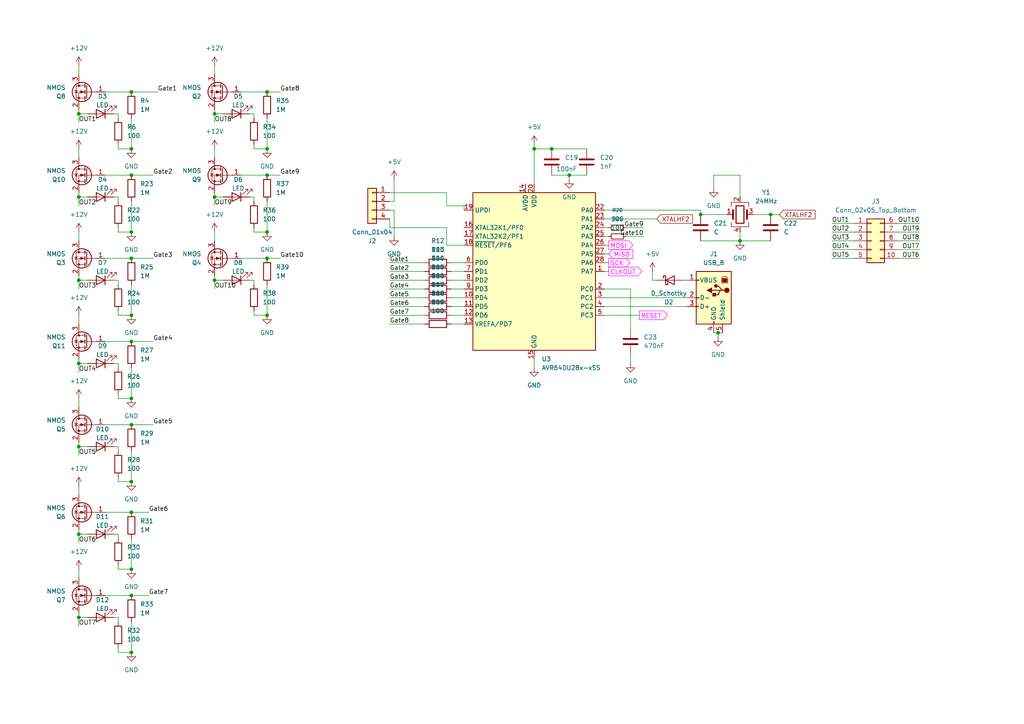
<source format=kicad_sch>
(kicad_sch
	(version 20250114)
	(generator "eeschema")
	(generator_version "9.0")
	(uuid "c7e3e03c-c766-455a-9c32-65f13e9c69aa")
	(paper "A4")
	
	(junction
		(at 38.1 26.67)
		(diameter 0)
		(color 0 0 0 0)
		(uuid "165013a6-cd4e-4b5c-9e93-aed8784dc30d")
	)
	(junction
		(at 165.1 50.8)
		(diameter 0)
		(color 0 0 0 0)
		(uuid "199ac7d7-98f8-46ce-b9ba-fb8e6d8587ce")
	)
	(junction
		(at 223.52 62.23)
		(diameter 0)
		(color 0 0 0 0)
		(uuid "2068dc37-ae73-4328-bce6-3dc908106787")
	)
	(junction
		(at 38.1 67.31)
		(diameter 0)
		(color 0 0 0 0)
		(uuid "2a49f3e4-3972-4204-8f30-eacf8d67093c")
	)
	(junction
		(at 38.1 123.19)
		(diameter 0)
		(color 0 0 0 0)
		(uuid "2d0c7ed2-37cc-40f1-8a9e-813a61175b6d")
	)
	(junction
		(at 38.1 91.44)
		(diameter 0)
		(color 0 0 0 0)
		(uuid "356d1b55-29b1-4092-92ee-4510282ba747")
	)
	(junction
		(at 77.47 67.31)
		(diameter 0)
		(color 0 0 0 0)
		(uuid "46e81c35-5de4-45de-8534-a275dde9f2a3")
	)
	(junction
		(at 160.02 43.18)
		(diameter 0)
		(color 0 0 0 0)
		(uuid "551687f3-9051-4067-a076-98ac6a864c83")
	)
	(junction
		(at 77.47 26.67)
		(diameter 0)
		(color 0 0 0 0)
		(uuid "56b675f2-3595-44fe-9d8d-efad8ff3932b")
	)
	(junction
		(at 22.86 179.07)
		(diameter 0)
		(color 0 0 0 0)
		(uuid "5efef296-dedf-4236-8b33-fda6886488fb")
	)
	(junction
		(at 214.63 69.85)
		(diameter 0)
		(color 0 0 0 0)
		(uuid "5f3a549a-97f2-417c-b3b0-67ef53c9ddb1")
	)
	(junction
		(at 38.1 189.23)
		(diameter 0)
		(color 0 0 0 0)
		(uuid "61db0dcd-bd98-4cd9-a263-74617e629b5d")
	)
	(junction
		(at 62.23 57.15)
		(diameter 0)
		(color 0 0 0 0)
		(uuid "6a3e5f3d-9701-4eb9-b12f-9be8c55288c0")
	)
	(junction
		(at 77.47 91.44)
		(diameter 0)
		(color 0 0 0 0)
		(uuid "6e0c8b4d-7d92-43d8-bb49-29bbe3670f37")
	)
	(junction
		(at 77.47 74.93)
		(diameter 0)
		(color 0 0 0 0)
		(uuid "6ec307c4-ae9b-4fe2-b78d-0561ef9b546f")
	)
	(junction
		(at 38.1 172.72)
		(diameter 0)
		(color 0 0 0 0)
		(uuid "76b9e895-6cdc-42c2-93bd-286a49c8df3f")
	)
	(junction
		(at 77.47 50.8)
		(diameter 0)
		(color 0 0 0 0)
		(uuid "7e30d317-f90e-4d42-8842-aa4c9aadb24c")
	)
	(junction
		(at 62.23 33.02)
		(diameter 0)
		(color 0 0 0 0)
		(uuid "8b6301a9-c174-4835-996c-19867a304fa8")
	)
	(junction
		(at 22.86 129.54)
		(diameter 0)
		(color 0 0 0 0)
		(uuid "8c992dd1-a273-4cab-a4c3-3ec3d0963a2d")
	)
	(junction
		(at 208.28 96.52)
		(diameter 0)
		(color 0 0 0 0)
		(uuid "950a40d6-5ffc-4b20-a972-755d29a349e3")
	)
	(junction
		(at 62.23 81.28)
		(diameter 0)
		(color 0 0 0 0)
		(uuid "9ae97ce9-f15b-40cd-93e0-42e8a4fc5cc5")
	)
	(junction
		(at 203.2 62.23)
		(diameter 0)
		(color 0 0 0 0)
		(uuid "a4454c5a-4572-4474-aa21-5f4175c922b8")
	)
	(junction
		(at 22.86 154.94)
		(diameter 0)
		(color 0 0 0 0)
		(uuid "b5b41a39-e2b9-4b71-ac9f-f559557963e1")
	)
	(junction
		(at 22.86 33.02)
		(diameter 0)
		(color 0 0 0 0)
		(uuid "bc9b236c-cb5b-4e2b-acf1-a891f08f0fb3")
	)
	(junction
		(at 38.1 115.57)
		(diameter 0)
		(color 0 0 0 0)
		(uuid "bd2e2a91-d6d7-4cb8-a1da-2766d7fa314f")
	)
	(junction
		(at 38.1 165.1)
		(diameter 0)
		(color 0 0 0 0)
		(uuid "c661b7fc-b836-42a9-802a-f941b3b4b3d5")
	)
	(junction
		(at 38.1 139.7)
		(diameter 0)
		(color 0 0 0 0)
		(uuid "cdce8214-7b69-4ffb-98a5-5cd581d3f7a3")
	)
	(junction
		(at 22.86 57.15)
		(diameter 0)
		(color 0 0 0 0)
		(uuid "dad1f864-4bde-4a6a-9ffb-fcc44c2a8006")
	)
	(junction
		(at 38.1 43.18)
		(diameter 0)
		(color 0 0 0 0)
		(uuid "dd655d5a-9c0e-4198-808d-0d817ad5e057")
	)
	(junction
		(at 77.47 43.18)
		(diameter 0)
		(color 0 0 0 0)
		(uuid "dfb7f443-4bb3-418f-aad3-85ee4d1d2642")
	)
	(junction
		(at 154.94 43.18)
		(diameter 0)
		(color 0 0 0 0)
		(uuid "e3031def-d5a2-48ac-b694-779eab3bb025")
	)
	(junction
		(at 38.1 50.8)
		(diameter 0)
		(color 0 0 0 0)
		(uuid "e4dcd507-1127-4de8-9206-4a2de3b79036")
	)
	(junction
		(at 38.1 148.59)
		(diameter 0)
		(color 0 0 0 0)
		(uuid "e8cfdfeb-9678-42a8-95eb-109fff1c6d7b")
	)
	(junction
		(at 22.86 81.28)
		(diameter 0)
		(color 0 0 0 0)
		(uuid "ef272cc3-96d2-42ef-8e10-5b33022ca2c8")
	)
	(junction
		(at 22.86 105.41)
		(diameter 0)
		(color 0 0 0 0)
		(uuid "f46f1c9b-e40b-47fb-aee3-f72e750836d6")
	)
	(junction
		(at 38.1 99.06)
		(diameter 0)
		(color 0 0 0 0)
		(uuid "fc40fdb6-6f42-4a2f-972d-e64aa1f7f503")
	)
	(junction
		(at 38.1 74.93)
		(diameter 0)
		(color 0 0 0 0)
		(uuid "fed91e11-2817-42fb-80f4-c68d357de1b9")
	)
	(wire
		(pts
			(xy 175.26 68.58) (xy 176.53 68.58)
		)
		(stroke
			(width 0)
			(type default)
		)
		(uuid "02321a8e-3e62-4393-91bf-a3e2f13d782d")
	)
	(wire
		(pts
			(xy 160.02 43.18) (xy 170.18 43.18)
		)
		(stroke
			(width 0)
			(type default)
		)
		(uuid "03a95d77-8592-452d-9161-2e9251c7f317")
	)
	(wire
		(pts
			(xy 114.3 68.58) (xy 114.3 60.96)
		)
		(stroke
			(width 0)
			(type default)
		)
		(uuid "05d3ea53-cabd-4c8f-9b2a-56d9083a8337")
	)
	(wire
		(pts
			(xy 34.29 179.07) (xy 33.02 179.07)
		)
		(stroke
			(width 0)
			(type default)
		)
		(uuid "0672ae13-9623-452c-ae36-dc785977c98b")
	)
	(wire
		(pts
			(xy 129.54 71.12) (xy 134.62 71.12)
		)
		(stroke
			(width 0)
			(type default)
		)
		(uuid "09730e37-8a55-4003-93b9-2ad14c0bf3ce")
	)
	(wire
		(pts
			(xy 113.03 66.04) (xy 113.03 63.5)
		)
		(stroke
			(width 0)
			(type default)
		)
		(uuid "0a8e82ee-abe7-4d37-83e2-6b171788855b")
	)
	(wire
		(pts
			(xy 34.29 138.43) (xy 34.29 139.7)
		)
		(stroke
			(width 0)
			(type default)
		)
		(uuid "0b77d111-8751-44c9-8af5-96460a832359")
	)
	(wire
		(pts
			(xy 34.29 66.04) (xy 34.29 67.31)
		)
		(stroke
			(width 0)
			(type default)
		)
		(uuid "0cde9e2f-4158-4485-b1d0-fa5e224b27a0")
	)
	(wire
		(pts
			(xy 22.86 105.41) (xy 25.4 105.41)
		)
		(stroke
			(width 0)
			(type default)
		)
		(uuid "0d069cf7-2c5b-44d7-b5e5-3ab45b134157")
	)
	(wire
		(pts
			(xy 129.54 66.04) (xy 129.54 71.12)
		)
		(stroke
			(width 0)
			(type default)
		)
		(uuid "0d3946fa-4599-4222-9f3c-9326fddbe38f")
	)
	(wire
		(pts
			(xy 38.1 82.55) (xy 38.1 91.44)
		)
		(stroke
			(width 0)
			(type default)
		)
		(uuid "0de8af88-c45e-409c-846e-166211f0525b")
	)
	(wire
		(pts
			(xy 208.28 96.52) (xy 209.55 96.52)
		)
		(stroke
			(width 0)
			(type default)
		)
		(uuid "0f2ea540-c8a7-4c86-aeb7-7a6a4b6fb4cd")
	)
	(wire
		(pts
			(xy 34.29 34.29) (xy 34.29 33.02)
		)
		(stroke
			(width 0)
			(type default)
		)
		(uuid "0f3ddafc-0df8-43b4-b8be-e9b2ee97d145")
	)
	(wire
		(pts
			(xy 199.39 81.28) (xy 198.12 81.28)
		)
		(stroke
			(width 0)
			(type default)
		)
		(uuid "105cc793-3560-4639-a59a-b9ce34736c3c")
	)
	(wire
		(pts
			(xy 181.61 66.04) (xy 186.69 66.04)
		)
		(stroke
			(width 0)
			(type default)
		)
		(uuid "1314d10a-fdfd-4bc5-9e12-f3c44777bd0a")
	)
	(wire
		(pts
			(xy 130.81 83.82) (xy 134.62 83.82)
		)
		(stroke
			(width 0)
			(type default)
		)
		(uuid "15591f5d-c8ae-470c-a9ab-f528b36823a1")
	)
	(wire
		(pts
			(xy 62.23 19.05) (xy 62.23 21.59)
		)
		(stroke
			(width 0)
			(type default)
		)
		(uuid "16daeec8-a95a-48ff-bcb5-57adb29002f8")
	)
	(wire
		(pts
			(xy 22.86 19.05) (xy 22.86 21.59)
		)
		(stroke
			(width 0)
			(type default)
		)
		(uuid "1700bcf3-5aa0-4dc5-8d1e-b80ff49f006c")
	)
	(wire
		(pts
			(xy 130.81 93.98) (xy 134.62 93.98)
		)
		(stroke
			(width 0)
			(type default)
		)
		(uuid "1a41b6e0-0bf9-4b96-9a6e-0ed2871f64a7")
	)
	(wire
		(pts
			(xy 113.03 93.98) (xy 123.19 93.98)
		)
		(stroke
			(width 0)
			(type default)
		)
		(uuid "1a6dc28b-fce4-4bcd-9d45-122a1f73c7b3")
	)
	(wire
		(pts
			(xy 266.7 72.39) (xy 260.35 72.39)
		)
		(stroke
			(width 0)
			(type default)
		)
		(uuid "1b35541b-6394-4eec-9d1a-026c6ec43ad9")
	)
	(wire
		(pts
			(xy 38.1 130.81) (xy 38.1 139.7)
		)
		(stroke
			(width 0)
			(type default)
		)
		(uuid "20cde20f-66d5-451c-a93c-1bb6b90eb6fa")
	)
	(wire
		(pts
			(xy 73.66 82.55) (xy 73.66 81.28)
		)
		(stroke
			(width 0)
			(type default)
		)
		(uuid "228fbf12-5953-499c-a208-21ed21f4403a")
	)
	(wire
		(pts
			(xy 69.85 26.67) (xy 77.47 26.67)
		)
		(stroke
			(width 0)
			(type default)
		)
		(uuid "22a4782f-0316-41c2-857e-3cdda1f925b5")
	)
	(wire
		(pts
			(xy 62.23 67.31) (xy 62.23 69.85)
		)
		(stroke
			(width 0)
			(type default)
		)
		(uuid "23fc2fd7-93bb-48cc-9e90-951e650b9ef9")
	)
	(wire
		(pts
			(xy 175.26 60.96) (xy 203.2 60.96)
		)
		(stroke
			(width 0)
			(type default)
		)
		(uuid "2529e5a8-f6ae-4043-8783-eb047bea9626")
	)
	(wire
		(pts
			(xy 73.66 66.04) (xy 73.66 67.31)
		)
		(stroke
			(width 0)
			(type default)
		)
		(uuid "26433133-d4f7-4bce-befd-66fe29929536")
	)
	(wire
		(pts
			(xy 207.01 96.52) (xy 208.28 96.52)
		)
		(stroke
			(width 0)
			(type default)
		)
		(uuid "28bcecaa-d993-4dd2-99c4-012607f46b8d")
	)
	(wire
		(pts
			(xy 73.66 33.02) (xy 72.39 33.02)
		)
		(stroke
			(width 0)
			(type default)
		)
		(uuid "28be73b4-c48e-47cb-8aad-7429a2245668")
	)
	(wire
		(pts
			(xy 38.1 139.7) (xy 34.29 139.7)
		)
		(stroke
			(width 0)
			(type default)
		)
		(uuid "2c091cad-30b3-4e29-a512-4a7213be1a02")
	)
	(wire
		(pts
			(xy 203.2 60.96) (xy 203.2 62.23)
		)
		(stroke
			(width 0)
			(type default)
		)
		(uuid "2ea4a9bd-8122-41ac-ba5f-54dac953df6b")
	)
	(wire
		(pts
			(xy 34.29 163.83) (xy 34.29 165.1)
		)
		(stroke
			(width 0)
			(type default)
		)
		(uuid "2fdd47c0-9db5-4051-bd63-06961c49ddd3")
	)
	(wire
		(pts
			(xy 154.94 43.18) (xy 154.94 53.34)
		)
		(stroke
			(width 0)
			(type default)
		)
		(uuid "304adad8-a1ed-4efa-9bb4-3ba78174a4d3")
	)
	(wire
		(pts
			(xy 77.47 82.55) (xy 77.47 91.44)
		)
		(stroke
			(width 0)
			(type default)
		)
		(uuid "305b91cb-c962-4838-a2e9-e37f3af06452")
	)
	(wire
		(pts
			(xy 38.1 148.59) (xy 43.18 148.59)
		)
		(stroke
			(width 0)
			(type default)
		)
		(uuid "30c8bddf-b10f-43eb-b160-82c53339f143")
	)
	(wire
		(pts
			(xy 30.48 148.59) (xy 38.1 148.59)
		)
		(stroke
			(width 0)
			(type default)
		)
		(uuid "310bba15-1b91-4f96-915e-38869e70f5d4")
	)
	(wire
		(pts
			(xy 114.3 52.07) (xy 114.3 58.42)
		)
		(stroke
			(width 0)
			(type default)
		)
		(uuid "32022123-84b1-4083-a551-cb82e7d28aec")
	)
	(wire
		(pts
			(xy 130.81 91.44) (xy 134.62 91.44)
		)
		(stroke
			(width 0)
			(type default)
		)
		(uuid "32986445-87be-427e-99a5-16b8a4e50f1f")
	)
	(wire
		(pts
			(xy 22.86 104.14) (xy 22.86 105.41)
		)
		(stroke
			(width 0)
			(type default)
		)
		(uuid "352bd616-4a25-4d25-a9db-c79f688d7e48")
	)
	(wire
		(pts
			(xy 207.01 50.8) (xy 207.01 54.61)
		)
		(stroke
			(width 0)
			(type default)
		)
		(uuid "35a3df3a-3dc0-4519-ae7c-0f76b3da010c")
	)
	(wire
		(pts
			(xy 62.23 57.15) (xy 62.23 59.69)
		)
		(stroke
			(width 0)
			(type default)
		)
		(uuid "3a03a716-056f-403f-9a95-e8cef497f4e2")
	)
	(wire
		(pts
			(xy 73.66 90.17) (xy 73.66 91.44)
		)
		(stroke
			(width 0)
			(type default)
		)
		(uuid "3a521ee7-29ad-40fc-822f-0655b4101ab8")
	)
	(wire
		(pts
			(xy 223.52 62.23) (xy 226.06 62.23)
		)
		(stroke
			(width 0)
			(type default)
		)
		(uuid "3b2841c7-feac-48c6-96e3-ee892d141ca8")
	)
	(wire
		(pts
			(xy 62.23 43.18) (xy 62.23 45.72)
		)
		(stroke
			(width 0)
			(type default)
		)
		(uuid "423667a1-e6f8-41c3-879c-36d151d5623c")
	)
	(wire
		(pts
			(xy 38.1 34.29) (xy 38.1 43.18)
		)
		(stroke
			(width 0)
			(type default)
		)
		(uuid "42de4e70-c0c0-4046-91e8-1f32ea568e0b")
	)
	(wire
		(pts
			(xy 134.62 59.69) (xy 134.62 60.96)
		)
		(stroke
			(width 0)
			(type default)
		)
		(uuid "4540f981-7ea9-4b8e-a846-4965432a4f45")
	)
	(wire
		(pts
			(xy 266.7 69.85) (xy 260.35 69.85)
		)
		(stroke
			(width 0)
			(type default)
		)
		(uuid "475ee3ae-8e84-41e4-a93e-1d6b209dfb35")
	)
	(wire
		(pts
			(xy 34.29 130.81) (xy 34.29 129.54)
		)
		(stroke
			(width 0)
			(type default)
		)
		(uuid "48585ee6-8e0f-4e42-8824-deb36d626212")
	)
	(wire
		(pts
			(xy 214.63 57.15) (xy 214.63 50.8)
		)
		(stroke
			(width 0)
			(type default)
		)
		(uuid "49073399-fd87-4fef-a18c-4ea39840f006")
	)
	(wire
		(pts
			(xy 38.1 58.42) (xy 38.1 67.31)
		)
		(stroke
			(width 0)
			(type default)
		)
		(uuid "4db4192a-99e9-46f4-9092-5aa76020a3fb")
	)
	(wire
		(pts
			(xy 114.3 58.42) (xy 113.03 58.42)
		)
		(stroke
			(width 0)
			(type default)
		)
		(uuid "4de3481d-f4df-4bfa-8570-60fa1a10f022")
	)
	(wire
		(pts
			(xy 77.47 34.29) (xy 77.47 43.18)
		)
		(stroke
			(width 0)
			(type default)
		)
		(uuid "4e3b30c5-d5ec-49f1-ac42-b725332ceb60")
	)
	(wire
		(pts
			(xy 34.29 58.42) (xy 34.29 57.15)
		)
		(stroke
			(width 0)
			(type default)
		)
		(uuid "5038202d-71bf-4eaa-947d-06f25a3c11d4")
	)
	(wire
		(pts
			(xy 214.63 69.85) (xy 223.52 69.85)
		)
		(stroke
			(width 0)
			(type default)
		)
		(uuid "504d4b99-8e04-4219-9411-af703873aed9")
	)
	(wire
		(pts
			(xy 73.66 34.29) (xy 73.66 33.02)
		)
		(stroke
			(width 0)
			(type default)
		)
		(uuid "525efab2-673f-4ef8-954b-6b13dbd2349f")
	)
	(wire
		(pts
			(xy 38.1 172.72) (xy 43.18 172.72)
		)
		(stroke
			(width 0)
			(type default)
		)
		(uuid "538a4f01-87ec-4496-b38e-620b8b3ef719")
	)
	(wire
		(pts
			(xy 130.81 76.2) (xy 134.62 76.2)
		)
		(stroke
			(width 0)
			(type default)
		)
		(uuid "54a817cd-843a-4c57-97ce-25e77fe5a234")
	)
	(wire
		(pts
			(xy 175.26 63.5) (xy 190.5 63.5)
		)
		(stroke
			(width 0)
			(type default)
		)
		(uuid "54ee6d19-6156-4b2d-9097-7d06a2de2402")
	)
	(wire
		(pts
			(xy 34.29 81.28) (xy 33.02 81.28)
		)
		(stroke
			(width 0)
			(type default)
		)
		(uuid "5701a127-b53e-49f7-a81b-45eedcbd6c74")
	)
	(wire
		(pts
			(xy 189.23 78.74) (xy 189.23 81.28)
		)
		(stroke
			(width 0)
			(type default)
		)
		(uuid "57321691-4ad9-4f97-82ef-3e3f28751d28")
	)
	(wire
		(pts
			(xy 130.81 78.74) (xy 134.62 78.74)
		)
		(stroke
			(width 0)
			(type default)
		)
		(uuid "5878df80-850f-43a1-98fe-7fc1ccdc534b")
	)
	(wire
		(pts
			(xy 38.1 91.44) (xy 34.29 91.44)
		)
		(stroke
			(width 0)
			(type default)
		)
		(uuid "5d916580-e6f7-400f-82ae-d969ce33c104")
	)
	(wire
		(pts
			(xy 69.85 74.93) (xy 77.47 74.93)
		)
		(stroke
			(width 0)
			(type default)
		)
		(uuid "5e626b33-138d-4eea-a9b4-1ce220b11a10")
	)
	(wire
		(pts
			(xy 77.47 74.93) (xy 81.28 74.93)
		)
		(stroke
			(width 0)
			(type default)
		)
		(uuid "5f1631e7-edce-410b-aa31-c3b3a94bbeae")
	)
	(wire
		(pts
			(xy 129.54 66.04) (xy 113.03 66.04)
		)
		(stroke
			(width 0)
			(type default)
		)
		(uuid "5f88ca7c-1091-4d3e-b151-e18062969b5b")
	)
	(wire
		(pts
			(xy 266.7 67.31) (xy 260.35 67.31)
		)
		(stroke
			(width 0)
			(type default)
		)
		(uuid "60efe813-9eee-4dac-a14c-c6ccaca6ba9a")
	)
	(wire
		(pts
			(xy 175.26 76.2) (xy 176.53 76.2)
		)
		(stroke
			(width 0)
			(type default)
		)
		(uuid "60f70d1f-caed-4623-95ba-f28655e1c524")
	)
	(wire
		(pts
			(xy 73.66 58.42) (xy 73.66 57.15)
		)
		(stroke
			(width 0)
			(type default)
		)
		(uuid "6124f714-d117-41b9-bf45-b5e7bc8cdcfc")
	)
	(wire
		(pts
			(xy 77.47 67.31) (xy 73.66 67.31)
		)
		(stroke
			(width 0)
			(type default)
		)
		(uuid "6178301f-f5ab-4820-ae99-ba8b1b824040")
	)
	(wire
		(pts
			(xy 165.1 50.8) (xy 165.1 52.07)
		)
		(stroke
			(width 0)
			(type default)
		)
		(uuid "61ef5492-7338-4db9-8d11-ecd21ac228b2")
	)
	(wire
		(pts
			(xy 77.47 43.18) (xy 73.66 43.18)
		)
		(stroke
			(width 0)
			(type default)
		)
		(uuid "62ded003-be6c-46f2-8727-5e03878c2f75")
	)
	(wire
		(pts
			(xy 34.29 154.94) (xy 33.02 154.94)
		)
		(stroke
			(width 0)
			(type default)
		)
		(uuid "64c5d5af-6ea4-47c4-84af-8e7da5701717")
	)
	(wire
		(pts
			(xy 38.1 50.8) (xy 44.45 50.8)
		)
		(stroke
			(width 0)
			(type default)
		)
		(uuid "6813bd52-aa60-4364-a8be-3530ae8838e9")
	)
	(wire
		(pts
			(xy 154.94 104.14) (xy 154.94 106.68)
		)
		(stroke
			(width 0)
			(type default)
		)
		(uuid "68ae63b2-c078-4307-adb5-1b6e85336571")
	)
	(wire
		(pts
			(xy 165.1 50.8) (xy 170.18 50.8)
		)
		(stroke
			(width 0)
			(type default)
		)
		(uuid "697a216a-cdb0-4b5a-8cca-9cbbbe58e2a1")
	)
	(wire
		(pts
			(xy 22.86 81.28) (xy 22.86 83.82)
		)
		(stroke
			(width 0)
			(type default)
		)
		(uuid "6f1706d3-7675-4962-a456-5a0a429f213f")
	)
	(wire
		(pts
			(xy 175.26 73.66) (xy 176.53 73.66)
		)
		(stroke
			(width 0)
			(type default)
		)
		(uuid "70c14006-1aa3-4b02-9240-c129a76236e0")
	)
	(wire
		(pts
			(xy 38.1 115.57) (xy 34.29 115.57)
		)
		(stroke
			(width 0)
			(type default)
		)
		(uuid "7224eb4a-3def-40fe-8d8f-32b3343d3206")
	)
	(wire
		(pts
			(xy 113.03 88.9) (xy 123.19 88.9)
		)
		(stroke
			(width 0)
			(type default)
		)
		(uuid "72ad70c4-9c4a-4f38-b7dd-a79d0e45a68d")
	)
	(wire
		(pts
			(xy 218.44 62.23) (xy 223.52 62.23)
		)
		(stroke
			(width 0)
			(type default)
		)
		(uuid "730686f6-26b3-46ed-9cc4-36f365c26ab0")
	)
	(wire
		(pts
			(xy 182.88 83.82) (xy 182.88 95.25)
		)
		(stroke
			(width 0)
			(type default)
		)
		(uuid "73b9d0f6-69c2-4f9d-bb84-f5f8f98f982b")
	)
	(wire
		(pts
			(xy 30.48 123.19) (xy 38.1 123.19)
		)
		(stroke
			(width 0)
			(type default)
		)
		(uuid "752cdb18-ab80-48f2-bdf1-040ea7e7922a")
	)
	(wire
		(pts
			(xy 22.86 43.18) (xy 22.86 45.72)
		)
		(stroke
			(width 0)
			(type default)
		)
		(uuid "775fe633-3876-4302-84d2-202c9c637d57")
	)
	(wire
		(pts
			(xy 73.66 41.91) (xy 73.66 43.18)
		)
		(stroke
			(width 0)
			(type default)
		)
		(uuid "777bd11a-f1b1-458a-b5b4-42a2f11a9723")
	)
	(wire
		(pts
			(xy 62.23 33.02) (xy 64.77 33.02)
		)
		(stroke
			(width 0)
			(type default)
		)
		(uuid "7b3bad4d-e501-473e-b930-32489403e310")
	)
	(wire
		(pts
			(xy 182.88 102.87) (xy 182.88 105.41)
		)
		(stroke
			(width 0)
			(type default)
		)
		(uuid "7b758435-65a8-4476-bdd4-2167b5471942")
	)
	(wire
		(pts
			(xy 113.03 55.88) (xy 129.54 55.88)
		)
		(stroke
			(width 0)
			(type default)
		)
		(uuid "7c6cc2a2-7373-4e9a-85a2-59872fe8480c")
	)
	(wire
		(pts
			(xy 34.29 33.02) (xy 33.02 33.02)
		)
		(stroke
			(width 0)
			(type default)
		)
		(uuid "7c87efb8-fe58-4a93-9566-1900826ea83f")
	)
	(wire
		(pts
			(xy 34.29 90.17) (xy 34.29 91.44)
		)
		(stroke
			(width 0)
			(type default)
		)
		(uuid "7d2d2876-32f3-477c-ae93-49d22259767a")
	)
	(wire
		(pts
			(xy 113.03 86.36) (xy 123.19 86.36)
		)
		(stroke
			(width 0)
			(type default)
		)
		(uuid "7ff7f001-44a5-4ba3-ae56-fc4bc65683af")
	)
	(wire
		(pts
			(xy 22.86 81.28) (xy 25.4 81.28)
		)
		(stroke
			(width 0)
			(type default)
		)
		(uuid "8059edec-53f4-4ef2-8fe7-07a61d49cb33")
	)
	(wire
		(pts
			(xy 62.23 81.28) (xy 64.77 81.28)
		)
		(stroke
			(width 0)
			(type default)
		)
		(uuid "820053fa-f2d7-4f13-b946-cb40f55f000e")
	)
	(wire
		(pts
			(xy 22.86 128.27) (xy 22.86 129.54)
		)
		(stroke
			(width 0)
			(type default)
		)
		(uuid "84640697-d643-409f-8a65-2ec7d04ba266")
	)
	(wire
		(pts
			(xy 22.86 154.94) (xy 22.86 157.48)
		)
		(stroke
			(width 0)
			(type default)
		)
		(uuid "85b88a37-3b9f-490e-b814-49060574c9a8")
	)
	(wire
		(pts
			(xy 34.29 57.15) (xy 33.02 57.15)
		)
		(stroke
			(width 0)
			(type default)
		)
		(uuid "85cab94e-4445-4490-9804-b79466d8463d")
	)
	(wire
		(pts
			(xy 34.29 82.55) (xy 34.29 81.28)
		)
		(stroke
			(width 0)
			(type default)
		)
		(uuid "86907063-d24d-46b4-adc9-8349d34f5701")
	)
	(wire
		(pts
			(xy 62.23 80.01) (xy 62.23 81.28)
		)
		(stroke
			(width 0)
			(type default)
		)
		(uuid "8761957a-2d54-4351-9a2b-edf95a00464b")
	)
	(wire
		(pts
			(xy 113.03 83.82) (xy 123.19 83.82)
		)
		(stroke
			(width 0)
			(type default)
		)
		(uuid "8765db57-c904-4828-b273-4cc3d93f58ad")
	)
	(wire
		(pts
			(xy 154.94 43.18) (xy 160.02 43.18)
		)
		(stroke
			(width 0)
			(type default)
		)
		(uuid "88485dbd-c409-4aa6-bea8-1a658fadd91f")
	)
	(wire
		(pts
			(xy 22.86 33.02) (xy 22.86 35.56)
		)
		(stroke
			(width 0)
			(type default)
		)
		(uuid "88c67316-2d70-47bd-9948-669b0fec797d")
	)
	(wire
		(pts
			(xy 38.1 43.18) (xy 34.29 43.18)
		)
		(stroke
			(width 0)
			(type default)
		)
		(uuid "8a5c3280-3b6c-4e45-afcd-56158ffc2c80")
	)
	(wire
		(pts
			(xy 175.26 66.04) (xy 176.53 66.04)
		)
		(stroke
			(width 0)
			(type default)
		)
		(uuid "8b3bd456-8a65-433b-a40d-0cb81442ba00")
	)
	(wire
		(pts
			(xy 30.48 74.93) (xy 38.1 74.93)
		)
		(stroke
			(width 0)
			(type default)
		)
		(uuid "8b848283-2c56-48a3-baad-fd714e649b5f")
	)
	(wire
		(pts
			(xy 22.86 115.57) (xy 22.86 118.11)
		)
		(stroke
			(width 0)
			(type default)
		)
		(uuid "8c2714c3-bac8-43b3-b2f6-d4a58aa2e540")
	)
	(wire
		(pts
			(xy 175.26 78.74) (xy 176.53 78.74)
		)
		(stroke
			(width 0)
			(type default)
		)
		(uuid "8c39916c-251f-454a-8073-b7b4a6e11776")
	)
	(wire
		(pts
			(xy 38.1 106.68) (xy 38.1 115.57)
		)
		(stroke
			(width 0)
			(type default)
		)
		(uuid "8d42eb49-9fde-4996-8711-ebf9e5f7a01c")
	)
	(wire
		(pts
			(xy 175.26 83.82) (xy 182.88 83.82)
		)
		(stroke
			(width 0)
			(type default)
		)
		(uuid "8ea670df-5312-45c5-91b1-1159e2d94050")
	)
	(wire
		(pts
			(xy 22.86 129.54) (xy 22.86 132.08)
		)
		(stroke
			(width 0)
			(type default)
		)
		(uuid "8ef08241-0e0a-4622-971c-d6258c278ff7")
	)
	(wire
		(pts
			(xy 38.1 123.19) (xy 44.45 123.19)
		)
		(stroke
			(width 0)
			(type default)
		)
		(uuid "8fc418ad-59b4-4060-9287-864300145ceb")
	)
	(wire
		(pts
			(xy 34.29 187.96) (xy 34.29 189.23)
		)
		(stroke
			(width 0)
			(type default)
		)
		(uuid "90849581-8a92-4c89-a079-84ce85af1f0d")
	)
	(wire
		(pts
			(xy 113.03 91.44) (xy 123.19 91.44)
		)
		(stroke
			(width 0)
			(type default)
		)
		(uuid "9184a2e9-3ab9-4508-b821-13ba6378941f")
	)
	(wire
		(pts
			(xy 266.7 64.77) (xy 260.35 64.77)
		)
		(stroke
			(width 0)
			(type default)
		)
		(uuid "93d1efd2-b1ef-4fbb-b8e2-2b0d5921badb")
	)
	(wire
		(pts
			(xy 241.3 64.77) (xy 247.65 64.77)
		)
		(stroke
			(width 0)
			(type default)
		)
		(uuid "954fed37-ce56-4009-8e7f-dcf320aede42")
	)
	(wire
		(pts
			(xy 130.81 86.36) (xy 134.62 86.36)
		)
		(stroke
			(width 0)
			(type default)
		)
		(uuid "960e2d6a-6059-4bc7-90e0-32b00efe2b2c")
	)
	(wire
		(pts
			(xy 34.29 105.41) (xy 33.02 105.41)
		)
		(stroke
			(width 0)
			(type default)
		)
		(uuid "970c4df6-00e5-4a28-aec2-6ca35c7d1af0")
	)
	(wire
		(pts
			(xy 62.23 55.88) (xy 62.23 57.15)
		)
		(stroke
			(width 0)
			(type default)
		)
		(uuid "97567239-891d-4d95-8419-b38df6864dee")
	)
	(wire
		(pts
			(xy 22.86 31.75) (xy 22.86 33.02)
		)
		(stroke
			(width 0)
			(type default)
		)
		(uuid "98a7f011-6fd8-4477-9801-41d03253057d")
	)
	(wire
		(pts
			(xy 38.1 67.31) (xy 34.29 67.31)
		)
		(stroke
			(width 0)
			(type default)
		)
		(uuid "9c8cec9f-aab2-41c2-a300-ce23bf584ebe")
	)
	(wire
		(pts
			(xy 69.85 50.8) (xy 77.47 50.8)
		)
		(stroke
			(width 0)
			(type default)
		)
		(uuid "9cd95da5-b4ec-481f-883d-0de1d3def8e8")
	)
	(wire
		(pts
			(xy 30.48 172.72) (xy 38.1 172.72)
		)
		(stroke
			(width 0)
			(type default)
		)
		(uuid "9d1a1a6d-8be7-4384-95b9-ae06b004a2dc")
	)
	(wire
		(pts
			(xy 30.48 26.67) (xy 38.1 26.67)
		)
		(stroke
			(width 0)
			(type default)
		)
		(uuid "a0cd1a9c-51e0-4aed-85be-81e07d69d7a3")
	)
	(wire
		(pts
			(xy 34.29 156.21) (xy 34.29 154.94)
		)
		(stroke
			(width 0)
			(type default)
		)
		(uuid "a2a3656d-3a98-4bcc-b707-9140ed928e5d")
	)
	(wire
		(pts
			(xy 34.29 41.91) (xy 34.29 43.18)
		)
		(stroke
			(width 0)
			(type default)
		)
		(uuid "a301085d-3447-4e10-9051-855709cb95d6")
	)
	(wire
		(pts
			(xy 203.2 69.85) (xy 214.63 69.85)
		)
		(stroke
			(width 0)
			(type default)
		)
		(uuid "a396d0b6-2c59-4ac7-95a6-9f71f03959e8")
	)
	(wire
		(pts
			(xy 241.3 74.93) (xy 247.65 74.93)
		)
		(stroke
			(width 0)
			(type default)
		)
		(uuid "a433fef5-f242-45a0-befb-a3f9f2845480")
	)
	(wire
		(pts
			(xy 129.54 59.69) (xy 134.62 59.69)
		)
		(stroke
			(width 0)
			(type default)
		)
		(uuid "a64afe8b-5b8a-4d45-8492-497b7a1ec732")
	)
	(wire
		(pts
			(xy 189.23 81.28) (xy 190.5 81.28)
		)
		(stroke
			(width 0)
			(type default)
		)
		(uuid "a866040e-4a32-4074-ad50-c56effb0617d")
	)
	(wire
		(pts
			(xy 22.86 179.07) (xy 25.4 179.07)
		)
		(stroke
			(width 0)
			(type default)
		)
		(uuid "a8b17cd0-b9cd-4286-8da4-2da96aadd1b0")
	)
	(wire
		(pts
			(xy 22.86 165.1) (xy 22.86 167.64)
		)
		(stroke
			(width 0)
			(type default)
		)
		(uuid "a8f619e5-12a5-49ad-bae5-0dddf7b4eb00")
	)
	(wire
		(pts
			(xy 62.23 31.75) (xy 62.23 33.02)
		)
		(stroke
			(width 0)
			(type default)
		)
		(uuid "a9e4bdbf-91d5-4356-bcdd-4336858a82ff")
	)
	(wire
		(pts
			(xy 22.86 153.67) (xy 22.86 154.94)
		)
		(stroke
			(width 0)
			(type default)
		)
		(uuid "ac0f46d6-ae25-4f89-8e01-80a3da73beea")
	)
	(wire
		(pts
			(xy 154.94 41.91) (xy 154.94 43.18)
		)
		(stroke
			(width 0)
			(type default)
		)
		(uuid "acce6ff8-a611-4e7b-9edd-384dc56237c4")
	)
	(wire
		(pts
			(xy 129.54 55.88) (xy 129.54 59.69)
		)
		(stroke
			(width 0)
			(type default)
		)
		(uuid "afc0d6f9-ca46-4203-b9d8-b2875c7bc1b7")
	)
	(wire
		(pts
			(xy 214.63 67.31) (xy 214.63 69.85)
		)
		(stroke
			(width 0)
			(type default)
		)
		(uuid "b1c909ba-9475-4cb6-aee3-c72f2b973328")
	)
	(wire
		(pts
			(xy 38.1 156.21) (xy 38.1 165.1)
		)
		(stroke
			(width 0)
			(type default)
		)
		(uuid "b1dd24dd-faa2-48b6-98c6-7cbf87d41921")
	)
	(wire
		(pts
			(xy 208.28 96.52) (xy 208.28 97.79)
		)
		(stroke
			(width 0)
			(type default)
		)
		(uuid "b1f3550d-1052-48e7-b0f8-3d7df70f9dd8")
	)
	(wire
		(pts
			(xy 38.1 74.93) (xy 44.45 74.93)
		)
		(stroke
			(width 0)
			(type default)
		)
		(uuid "b2b097b6-b41a-4a8c-a11e-66ff2b3cd7c6")
	)
	(wire
		(pts
			(xy 22.86 129.54) (xy 25.4 129.54)
		)
		(stroke
			(width 0)
			(type default)
		)
		(uuid "b67b8f9f-3371-4084-8a58-342d38274943")
	)
	(wire
		(pts
			(xy 22.86 57.15) (xy 25.4 57.15)
		)
		(stroke
			(width 0)
			(type default)
		)
		(uuid "b6e3e176-2abd-469f-8010-71c39f092a97")
	)
	(wire
		(pts
			(xy 22.86 154.94) (xy 25.4 154.94)
		)
		(stroke
			(width 0)
			(type default)
		)
		(uuid "b7a35eab-b950-4bbf-8137-db8c74b81390")
	)
	(wire
		(pts
			(xy 30.48 99.06) (xy 38.1 99.06)
		)
		(stroke
			(width 0)
			(type default)
		)
		(uuid "b9b224bc-06ec-4c7f-95a8-d6fbc8965238")
	)
	(wire
		(pts
			(xy 113.03 60.96) (xy 114.3 60.96)
		)
		(stroke
			(width 0)
			(type default)
		)
		(uuid "bb805a89-56fe-43fd-8e8c-9d3c7752e5ea")
	)
	(wire
		(pts
			(xy 38.1 180.34) (xy 38.1 189.23)
		)
		(stroke
			(width 0)
			(type default)
		)
		(uuid "bb989006-6da2-450a-ab8e-ae0af264b1c9")
	)
	(wire
		(pts
			(xy 113.03 81.28) (xy 123.19 81.28)
		)
		(stroke
			(width 0)
			(type default)
		)
		(uuid "bd9a49af-da70-4f49-bbd9-160c65d281c8")
	)
	(wire
		(pts
			(xy 214.63 50.8) (xy 207.01 50.8)
		)
		(stroke
			(width 0)
			(type default)
		)
		(uuid "c2026587-c449-468b-ad4b-e711da8afe18")
	)
	(wire
		(pts
			(xy 22.86 80.01) (xy 22.86 81.28)
		)
		(stroke
			(width 0)
			(type default)
		)
		(uuid "c69e21a2-be53-4aff-a0b4-84d04cc35245")
	)
	(wire
		(pts
			(xy 77.47 50.8) (xy 81.28 50.8)
		)
		(stroke
			(width 0)
			(type default)
		)
		(uuid "c9b7c652-3f57-4299-9dfa-ed1ee8480557")
	)
	(wire
		(pts
			(xy 22.86 105.41) (xy 22.86 107.95)
		)
		(stroke
			(width 0)
			(type default)
		)
		(uuid "cac1f9fc-a635-4505-82ac-ede2c4f4856c")
	)
	(wire
		(pts
			(xy 34.29 106.68) (xy 34.29 105.41)
		)
		(stroke
			(width 0)
			(type default)
		)
		(uuid "cb742da5-65ba-44e3-b223-57c3b68ef585")
	)
	(wire
		(pts
			(xy 34.29 114.3) (xy 34.29 115.57)
		)
		(stroke
			(width 0)
			(type default)
		)
		(uuid "cbb54c13-e1a1-477a-8cff-672522c6b34d")
	)
	(wire
		(pts
			(xy 175.26 91.44) (xy 185.42 91.44)
		)
		(stroke
			(width 0)
			(type default)
		)
		(uuid "cc105d8a-6f5c-47da-8fa3-64f0486472fd")
	)
	(wire
		(pts
			(xy 62.23 81.28) (xy 62.23 83.82)
		)
		(stroke
			(width 0)
			(type default)
		)
		(uuid "cc9826c9-8c24-4a66-8a13-faa23c3b7a80")
	)
	(wire
		(pts
			(xy 241.3 72.39) (xy 247.65 72.39)
		)
		(stroke
			(width 0)
			(type default)
		)
		(uuid "cd199199-bd9a-4b18-9056-777efeb12689")
	)
	(wire
		(pts
			(xy 38.1 99.06) (xy 44.45 99.06)
		)
		(stroke
			(width 0)
			(type default)
		)
		(uuid "cd4f4dcd-67b1-48ce-8920-1db0d8cd0a04")
	)
	(wire
		(pts
			(xy 62.23 33.02) (xy 62.23 35.56)
		)
		(stroke
			(width 0)
			(type default)
		)
		(uuid "cf0da076-7578-4cd0-8ff1-397f07e52e03")
	)
	(wire
		(pts
			(xy 38.1 165.1) (xy 34.29 165.1)
		)
		(stroke
			(width 0)
			(type default)
		)
		(uuid "d13b906f-66d0-4f06-9a09-ea89fbe79a97")
	)
	(wire
		(pts
			(xy 175.26 71.12) (xy 176.53 71.12)
		)
		(stroke
			(width 0)
			(type default)
		)
		(uuid "d202b525-3a45-43bb-9ac4-3f438e7d17b0")
	)
	(wire
		(pts
			(xy 22.86 177.8) (xy 22.86 179.07)
		)
		(stroke
			(width 0)
			(type default)
		)
		(uuid "d3e5a334-0081-4b0a-bb87-a52b33ae3a0a")
	)
	(wire
		(pts
			(xy 22.86 179.07) (xy 22.86 181.61)
		)
		(stroke
			(width 0)
			(type default)
		)
		(uuid "d4b92dfa-dd60-4f0e-b5c4-bda9b6751e4a")
	)
	(wire
		(pts
			(xy 160.02 50.8) (xy 165.1 50.8)
		)
		(stroke
			(width 0)
			(type default)
		)
		(uuid "d55cc02c-18b2-407f-8bc7-9a8e8660d88f")
	)
	(wire
		(pts
			(xy 175.26 88.9) (xy 199.39 88.9)
		)
		(stroke
			(width 0)
			(type default)
		)
		(uuid "d56bf908-d3a4-4af1-9a59-050942fa877d")
	)
	(wire
		(pts
			(xy 77.47 58.42) (xy 77.47 67.31)
		)
		(stroke
			(width 0)
			(type default)
		)
		(uuid "d7314f31-bb24-4f82-b20f-48a2c721e753")
	)
	(wire
		(pts
			(xy 73.66 81.28) (xy 72.39 81.28)
		)
		(stroke
			(width 0)
			(type default)
		)
		(uuid "d7ddc351-00fa-48bf-b3e0-c23c58b5ea46")
	)
	(wire
		(pts
			(xy 130.81 81.28) (xy 134.62 81.28)
		)
		(stroke
			(width 0)
			(type default)
		)
		(uuid "da5dd199-f44e-4dc3-8faf-2331da4d083c")
	)
	(wire
		(pts
			(xy 266.7 74.93) (xy 260.35 74.93)
		)
		(stroke
			(width 0)
			(type default)
		)
		(uuid "db05c453-74ea-4d98-9de0-634c06bc27a0")
	)
	(wire
		(pts
			(xy 62.23 57.15) (xy 64.77 57.15)
		)
		(stroke
			(width 0)
			(type default)
		)
		(uuid "dcceee65-caf9-4e7b-9166-b9c59ca006b0")
	)
	(wire
		(pts
			(xy 22.86 57.15) (xy 22.86 59.69)
		)
		(stroke
			(width 0)
			(type default)
		)
		(uuid "def3d3bd-0409-473f-bf73-eb8c1057c1dd")
	)
	(wire
		(pts
			(xy 38.1 189.23) (xy 34.29 189.23)
		)
		(stroke
			(width 0)
			(type default)
		)
		(uuid "dfd41f60-f65f-4907-af43-acdaef63fd98")
	)
	(wire
		(pts
			(xy 241.3 69.85) (xy 247.65 69.85)
		)
		(stroke
			(width 0)
			(type default)
		)
		(uuid "e0139df3-344e-49ce-851c-ca55ad562d85")
	)
	(wire
		(pts
			(xy 22.86 140.97) (xy 22.86 143.51)
		)
		(stroke
			(width 0)
			(type default)
		)
		(uuid "e6c2c8c1-7afc-405e-af38-e0a902c64ed6")
	)
	(wire
		(pts
			(xy 22.86 91.44) (xy 22.86 93.98)
		)
		(stroke
			(width 0)
			(type default)
		)
		(uuid "e70e3ca7-dafc-4511-96a2-d87481f2c81f")
	)
	(wire
		(pts
			(xy 73.66 57.15) (xy 72.39 57.15)
		)
		(stroke
			(width 0)
			(type default)
		)
		(uuid "e71b37ef-eb6f-4dd4-a71c-f71d6e1c3941")
	)
	(wire
		(pts
			(xy 181.61 68.58) (xy 186.69 68.58)
		)
		(stroke
			(width 0)
			(type default)
		)
		(uuid "e77c85bd-3b4f-4a1d-8bc9-837b814878fc")
	)
	(wire
		(pts
			(xy 203.2 62.23) (xy 210.82 62.23)
		)
		(stroke
			(width 0)
			(type default)
		)
		(uuid "e78db0c7-c9fd-4c52-9ebf-237e22317f4b")
	)
	(wire
		(pts
			(xy 130.81 88.9) (xy 134.62 88.9)
		)
		(stroke
			(width 0)
			(type default)
		)
		(uuid "eb2375a3-9a09-49d5-b85d-a12b708793c6")
	)
	(wire
		(pts
			(xy 34.29 180.34) (xy 34.29 179.07)
		)
		(stroke
			(width 0)
			(type default)
		)
		(uuid "ee987d74-1ce9-4d70-94f8-9441f232de90")
	)
	(wire
		(pts
			(xy 113.03 78.74) (xy 123.19 78.74)
		)
		(stroke
			(width 0)
			(type default)
		)
		(uuid "f0075883-8b02-4a9e-bdcc-734ce45ac176")
	)
	(wire
		(pts
			(xy 77.47 26.67) (xy 81.28 26.67)
		)
		(stroke
			(width 0)
			(type default)
		)
		(uuid "f1b50288-30a9-4fda-addb-27bfabdd3cdc")
	)
	(wire
		(pts
			(xy 175.26 86.36) (xy 199.39 86.36)
		)
		(stroke
			(width 0)
			(type default)
		)
		(uuid "f3e6c174-bd22-4f92-82d0-647e426f2231")
	)
	(wire
		(pts
			(xy 30.48 50.8) (xy 38.1 50.8)
		)
		(stroke
			(width 0)
			(type default)
		)
		(uuid "f496ec6d-ad9f-4da7-8041-fa8ec6cb9b17")
	)
	(wire
		(pts
			(xy 113.03 76.2) (xy 123.19 76.2)
		)
		(stroke
			(width 0)
			(type default)
		)
		(uuid "f49d3783-5464-44bd-954b-5326b7727b48")
	)
	(wire
		(pts
			(xy 241.3 67.31) (xy 247.65 67.31)
		)
		(stroke
			(width 0)
			(type default)
		)
		(uuid "f72860b7-5c02-4be6-891c-3355170706a1")
	)
	(wire
		(pts
			(xy 38.1 26.67) (xy 45.72 26.67)
		)
		(stroke
			(width 0)
			(type default)
		)
		(uuid "f7a1099e-e9f3-430e-b06e-d308a0c9de6b")
	)
	(wire
		(pts
			(xy 22.86 55.88) (xy 22.86 57.15)
		)
		(stroke
			(width 0)
			(type default)
		)
		(uuid "f953ee83-c40f-4fd9-8c7a-d9315547c614")
	)
	(wire
		(pts
			(xy 77.47 91.44) (xy 73.66 91.44)
		)
		(stroke
			(width 0)
			(type default)
		)
		(uuid "fa7b1d43-e0c5-4b06-91e3-972acf33f480")
	)
	(wire
		(pts
			(xy 34.29 129.54) (xy 33.02 129.54)
		)
		(stroke
			(width 0)
			(type default)
		)
		(uuid "fcacd313-4208-4796-8dd1-ae1b572582ac")
	)
	(wire
		(pts
			(xy 22.86 33.02) (xy 25.4 33.02)
		)
		(stroke
			(width 0)
			(type default)
		)
		(uuid "ff865722-70dc-4503-b0cc-f2cc2fc1476f")
	)
	(wire
		(pts
			(xy 22.86 67.31) (xy 22.86 69.85)
		)
		(stroke
			(width 0)
			(type default)
		)
		(uuid "ffc2c4ec-a412-4d0e-b7f4-b9c0b074a3f4")
	)
	(label "Gate7"
		(at 113.03 91.44 0)
		(effects
			(font
				(size 1.27 1.27)
			)
			(justify left bottom)
		)
		(uuid "0e2a2e77-e80f-4db2-8c92-b7276f17da75")
	)
	(label "OUT2"
		(at 241.3 67.31 0)
		(effects
			(font
				(size 1.27 1.27)
			)
			(justify left bottom)
		)
		(uuid "10a15f15-b9af-4e59-bd50-b360856b654b")
	)
	(label "Gate9"
		(at 81.28 50.8 0)
		(effects
			(font
				(size 1.27 1.27)
			)
			(justify left bottom)
		)
		(uuid "22d09159-0c85-4632-8525-1f2662e82c8f")
	)
	(label "Gate8"
		(at 81.28 26.67 0)
		(effects
			(font
				(size 1.27 1.27)
			)
			(justify left bottom)
		)
		(uuid "24a90c7b-3fb6-4db5-98c4-c7dd7dbeb49f")
	)
	(label "Gate5"
		(at 44.45 123.19 0)
		(effects
			(font
				(size 1.27 1.27)
			)
			(justify left bottom)
		)
		(uuid "2c8379c6-ecb0-486f-8e55-799d7e9a4dbb")
	)
	(label "OUT6"
		(at 22.86 157.48 0)
		(effects
			(font
				(size 1.27 1.27)
			)
			(justify left bottom)
		)
		(uuid "399df312-12e3-41c9-ae60-54279e433d1d")
	)
	(label "Gate10"
		(at 81.28 74.93 0)
		(effects
			(font
				(size 1.27 1.27)
			)
			(justify left bottom)
		)
		(uuid "4db39525-e33d-43d4-963f-ee007e5efcc7")
	)
	(label "OUT4"
		(at 22.86 107.95 0)
		(effects
			(font
				(size 1.27 1.27)
			)
			(justify left bottom)
		)
		(uuid "53ac1646-d6ec-4a54-96cc-1cbb17d6ccde")
	)
	(label "OUT7"
		(at 266.7 72.39 180)
		(effects
			(font
				(size 1.27 1.27)
			)
			(justify right bottom)
		)
		(uuid "541e9d74-b253-4ce5-abb8-9ee7ca9935fb")
	)
	(label "Gate10"
		(at 186.69 68.58 180)
		(effects
			(font
				(size 1.27 1.27)
			)
			(justify right bottom)
		)
		(uuid "5be209ea-f3af-438c-bd3d-e3ae8fef67b6")
	)
	(label "Gate2"
		(at 44.45 50.8 0)
		(effects
			(font
				(size 1.27 1.27)
			)
			(justify left bottom)
		)
		(uuid "5db5facc-a894-4236-bd6a-e5e509cfb138")
	)
	(label "Gate1"
		(at 45.72 26.67 0)
		(effects
			(font
				(size 1.27 1.27)
			)
			(justify left bottom)
		)
		(uuid "650ffe45-8b19-42c1-b58e-5c2792b1d22c")
	)
	(label "OUT1"
		(at 22.86 35.56 0)
		(effects
			(font
				(size 1.27 1.27)
			)
			(justify left bottom)
		)
		(uuid "65b866d5-7770-4152-8a22-2f5875127468")
	)
	(label "Gate3"
		(at 113.03 81.28 0)
		(effects
			(font
				(size 1.27 1.27)
			)
			(justify left bottom)
		)
		(uuid "6e0073dc-36fa-4091-8a60-0bb930c88bcf")
	)
	(label "Gate4"
		(at 44.45 99.06 0)
		(effects
			(font
				(size 1.27 1.27)
			)
			(justify left bottom)
		)
		(uuid "718ea7b4-b2c7-4d92-a280-21c4854349c2")
	)
	(label "Gate1"
		(at 113.03 76.2 0)
		(effects
			(font
				(size 1.27 1.27)
			)
			(justify left bottom)
		)
		(uuid "79005659-5873-4d2e-b78e-09acece143e7")
	)
	(label "Gate8"
		(at 113.03 93.98 0)
		(effects
			(font
				(size 1.27 1.27)
			)
			(justify left bottom)
		)
		(uuid "791d9f93-029a-431d-a212-6ee0b80cb54b")
	)
	(label "OUT3"
		(at 241.3 69.85 0)
		(effects
			(font
				(size 1.27 1.27)
			)
			(justify left bottom)
		)
		(uuid "7ff12a60-a04b-48a8-a08e-c91e70192fad")
	)
	(label "Gate5"
		(at 113.03 86.36 0)
		(effects
			(font
				(size 1.27 1.27)
			)
			(justify left bottom)
		)
		(uuid "83fd60da-9967-4cd8-8a0e-8b0bce809d30")
	)
	(label "OUT10"
		(at 62.23 83.82 0)
		(effects
			(font
				(size 1.27 1.27)
			)
			(justify left bottom)
		)
		(uuid "840ebcdb-23e6-40fc-b16f-3f5afa930d54")
	)
	(label "OUT5"
		(at 22.86 132.08 0)
		(effects
			(font
				(size 1.27 1.27)
			)
			(justify left bottom)
		)
		(uuid "8a93ace0-6f40-49cf-9b94-5861af2df9fb")
	)
	(label "Gate9"
		(at 186.69 66.04 180)
		(effects
			(font
				(size 1.27 1.27)
			)
			(justify right bottom)
		)
		(uuid "a46c9c1f-eafe-4629-8528-3fe48a76abd6")
	)
	(label "OUT4"
		(at 241.3 72.39 0)
		(effects
			(font
				(size 1.27 1.27)
			)
			(justify left bottom)
		)
		(uuid "a87319f7-a78d-4161-9dd0-8596b4b429d6")
	)
	(label "OUT10"
		(at 266.7 64.77 180)
		(effects
			(font
				(size 1.27 1.27)
			)
			(justify right bottom)
		)
		(uuid "a8fa4466-c87d-4f6a-bd80-461ab4b5b0d5")
	)
	(label "Gate6"
		(at 113.03 88.9 0)
		(effects
			(font
				(size 1.27 1.27)
			)
			(justify left bottom)
		)
		(uuid "aa19718e-4a7a-48db-8c98-95d0d71cc5e3")
	)
	(label "OUT5"
		(at 241.3 74.93 0)
		(effects
			(font
				(size 1.27 1.27)
			)
			(justify left bottom)
		)
		(uuid "ac03612b-a1a6-466e-a3ce-b1c5316ef6d5")
	)
	(label "Gate3"
		(at 44.45 74.93 0)
		(effects
			(font
				(size 1.27 1.27)
			)
			(justify left bottom)
		)
		(uuid "acffc518-58ed-4614-95b2-cf1fd25be732")
	)
	(label "OUT8"
		(at 266.7 69.85 180)
		(effects
			(font
				(size 1.27 1.27)
			)
			(justify right bottom)
		)
		(uuid "ad87b658-eeea-41fe-aa6b-5925da7ec148")
	)
	(label "Gate2"
		(at 113.03 78.74 0)
		(effects
			(font
				(size 1.27 1.27)
			)
			(justify left bottom)
		)
		(uuid "aeea32c2-5e22-4130-b8b5-15c55d8b8333")
	)
	(label "Gate6"
		(at 43.18 148.59 0)
		(effects
			(font
				(size 1.27 1.27)
			)
			(justify left bottom)
		)
		(uuid "c4adbe9d-e2ba-4f5d-b3f6-30b074e23749")
	)
	(label "OUT9"
		(at 266.7 67.31 180)
		(effects
			(font
				(size 1.27 1.27)
			)
			(justify right bottom)
		)
		(uuid "cc0cf2ea-9a5e-4fec-ac88-8835721fcfec")
	)
	(label "OUT6"
		(at 266.7 74.93 180)
		(effects
			(font
				(size 1.27 1.27)
			)
			(justify right bottom)
		)
		(uuid "dbdb93df-ae95-4feb-8694-b1c2b464fb48")
	)
	(label "OUT2"
		(at 22.86 59.69 0)
		(effects
			(font
				(size 1.27 1.27)
			)
			(justify left bottom)
		)
		(uuid "def355f7-b3d4-467d-b232-34f78d49a8dc")
	)
	(label "OUT7"
		(at 22.86 181.61 0)
		(effects
			(font
				(size 1.27 1.27)
			)
			(justify left bottom)
		)
		(uuid "e2062b5b-83e1-406c-9a28-f988c9cb3b31")
	)
	(label "OUT8"
		(at 62.23 35.56 0)
		(effects
			(font
				(size 1.27 1.27)
			)
			(justify left bottom)
		)
		(uuid "e6f1a5fc-c87a-4b21-92a5-fb6daa24e036")
	)
	(label "OUT3"
		(at 22.86 83.82 0)
		(effects
			(font
				(size 1.27 1.27)
			)
			(justify left bottom)
		)
		(uuid "e7115742-9c72-4977-a41b-7e188dc3adbc")
	)
	(label "OUT1"
		(at 241.3 64.77 0)
		(effects
			(font
				(size 1.27 1.27)
			)
			(justify left bottom)
		)
		(uuid "e95b9f29-a2ac-41c9-bd48-94d8098dcf5d")
	)
	(label "OUT9"
		(at 62.23 59.69 0)
		(effects
			(font
				(size 1.27 1.27)
			)
			(justify left bottom)
		)
		(uuid "ee26a5b0-1be8-4b88-b791-046f0ae6fd98")
	)
	(label "Gate4"
		(at 113.03 83.82 0)
		(effects
			(font
				(size 1.27 1.27)
			)
			(justify left bottom)
		)
		(uuid "f7248920-9e37-4398-a0e6-52eb48eb43b3")
	)
	(label "Gate7"
		(at 43.18 172.72 0)
		(effects
			(font
				(size 1.27 1.27)
			)
			(justify left bottom)
		)
		(uuid "f7887bbc-4660-4394-9de6-3b348d864fbc")
	)
	(global_label "MISO"
		(shape input)
		(at 176.53 73.66 0)
		(fields_autoplaced yes)
		(effects
			(font
				(size 1.27 1.27)
				(color 255 0 255 1)
			)
			(justify left)
		)
		(uuid "1d92c99f-feed-49ea-a795-9899fc15f7c7")
		(property "Intersheetrefs" "${INTERSHEET_REFS}"
			(at 184.1114 73.66 0)
			(effects
				(font
					(size 1.27 1.27)
				)
				(justify left)
				(hide yes)
			)
		)
	)
	(global_label "SCK"
		(shape output)
		(at 176.53 76.2 0)
		(fields_autoplaced yes)
		(effects
			(font
				(size 1.27 1.27)
				(color 255 0 255 1)
			)
			(justify left)
		)
		(uuid "3b13bc5f-5e0f-4429-aa13-c9fe004760d9")
		(property "Intersheetrefs" "${INTERSHEET_REFS}"
			(at 183.2647 76.2 0)
			(effects
				(font
					(size 1.27 1.27)
				)
				(justify left)
				(hide yes)
			)
		)
	)
	(global_label "RESET"
		(shape output)
		(at 185.42 91.44 0)
		(fields_autoplaced yes)
		(effects
			(font
				(size 1.27 1.27)
				(color 255 0 255 1)
			)
			(justify left)
		)
		(uuid "6a74ca92-6cf3-4812-b01a-6f65d6c1ab7b")
		(property "Intersheetrefs" "${INTERSHEET_REFS}"
			(at 194.1503 91.44 0)
			(effects
				(font
					(size 1.27 1.27)
				)
				(justify left)
				(hide yes)
			)
		)
	)
	(global_label "MOSI"
		(shape output)
		(at 176.53 71.12 0)
		(fields_autoplaced yes)
		(effects
			(font
				(size 1.27 1.27)
				(color 255 0 255 1)
			)
			(justify left)
		)
		(uuid "c16544a5-ec8f-41b3-b0f2-31f28f7c5db7")
		(property "Intersheetrefs" "${INTERSHEET_REFS}"
			(at 184.1114 71.12 0)
			(effects
				(font
					(size 1.27 1.27)
				)
				(justify left)
				(hide yes)
			)
		)
	)
	(global_label "CLKOUT"
		(shape output)
		(at 176.53 78.74 0)
		(fields_autoplaced yes)
		(effects
			(font
				(size 1.27 1.27)
				(color 255 0 255 1)
			)
			(justify left)
		)
		(uuid "d92467f3-c631-471a-8326-97a1eccc0930")
		(property "Intersheetrefs" "${INTERSHEET_REFS}"
			(at 186.7119 78.74 0)
			(effects
				(font
					(size 1.27 1.27)
				)
				(justify left)
				(hide yes)
			)
		)
	)
	(global_label "XTALHF2"
		(shape input)
		(at 190.5 63.5 0)
		(fields_autoplaced yes)
		(effects
			(font
				(size 1.27 1.27)
			)
			(justify left)
		)
		(uuid "dc4096ea-92d1-4140-a487-88edebf8f72e")
		(property "Intersheetrefs" "${INTERSHEET_REFS}"
			(at 201.4076 63.5 0)
			(effects
				(font
					(size 1.27 1.27)
				)
				(justify left)
				(hide yes)
			)
		)
	)
	(global_label "XTALHF2"
		(shape input)
		(at 226.06 62.23 0)
		(fields_autoplaced yes)
		(effects
			(font
				(size 1.27 1.27)
			)
			(justify left)
		)
		(uuid "e04eb5d4-f3f2-45e3-b81d-55990a9884d7")
		(property "Intersheetrefs" "${INTERSHEET_REFS}"
			(at 236.9676 62.23 0)
			(effects
				(font
					(size 1.27 1.27)
				)
				(justify left)
				(hide yes)
			)
		)
	)
	(symbol
		(lib_id "Device:R")
		(at 34.29 62.23 0)
		(unit 1)
		(exclude_from_sim no)
		(in_bom yes)
		(on_board yes)
		(dnp no)
		(uuid "00d8f145-c663-4908-b76a-15ec4fcc7212")
		(property "Reference" "R22"
			(at 36.83 60.9599 0)
			(effects
				(font
					(size 1.27 1.27)
				)
				(justify left)
			)
		)
		(property "Value" "100"
			(at 36.83 63.4999 0)
			(effects
				(font
					(size 1.27 1.27)
				)
				(justify left)
			)
		)
		(property "Footprint" "Resistor_SMD:R_0805_2012Metric_Pad1.20x1.40mm_HandSolder"
			(at 32.512 62.23 90)
			(effects
				(font
					(size 1.27 1.27)
				)
				(hide yes)
			)
		)
		(property "Datasheet" "~"
			(at 34.29 62.23 0)
			(effects
				(font
					(size 1.27 1.27)
				)
				(hide yes)
			)
		)
		(property "Description" "Resistor"
			(at 34.29 62.23 0)
			(effects
				(font
					(size 1.27 1.27)
				)
				(hide yes)
			)
		)
		(pin "2"
			(uuid "f8d24e23-f1dc-45d7-a9a9-4b8564bf4cf0")
		)
		(pin "1"
			(uuid "2c05e250-489f-42e6-9667-1ef2372d93e0")
		)
		(instances
			(project "SwitchBoardController"
				(path "/69b0621f-5586-4073-89bf-b1438360aa11/d1804225-ed90-4c3f-9338-64e62993aef9"
					(reference "R22")
					(unit 1)
				)
			)
		)
	)
	(symbol
		(lib_id "Transistor_FET:2N7002")
		(at 25.4 99.06 0)
		(mirror y)
		(unit 1)
		(exclude_from_sim no)
		(in_bom yes)
		(on_board yes)
		(dnp no)
		(uuid "0359fb26-faba-4ce9-b8d0-d6c8bfae0feb")
		(property "Reference" "Q11"
			(at 19.05 100.3301 0)
			(effects
				(font
					(size 1.27 1.27)
				)
				(justify left)
			)
		)
		(property "Value" "NMOS"
			(at 19.05 97.7901 0)
			(effects
				(font
					(size 1.27 1.27)
				)
				(justify left)
			)
		)
		(property "Footprint" "Package_TO_SOT_SMD:SOT-23_Handsoldering"
			(at 20.32 100.965 0)
			(effects
				(font
					(size 1.27 1.27)
					(italic yes)
				)
				(justify left)
				(hide yes)
			)
		)
		(property "Datasheet" "https://www.onsemi.com/pub/Collateral/NDS7002A-D.PDF"
			(at 20.32 102.87 0)
			(effects
				(font
					(size 1.27 1.27)
				)
				(justify left)
				(hide yes)
			)
		)
		(property "Description" "0.115A Id, 60V Vds, N-Channel MOSFET, SOT-23"
			(at 25.4 99.06 0)
			(effects
				(font
					(size 1.27 1.27)
				)
				(hide yes)
			)
		)
		(property "Sim.Device" "NMOS"
			(at 25.4 116.205 0)
			(effects
				(font
					(size 1.27 1.27)
				)
				(hide yes)
			)
		)
		(property "Sim.Type" "VDMOS"
			(at 25.4 118.11 0)
			(effects
				(font
					(size 1.27 1.27)
				)
				(hide yes)
			)
		)
		(property "Sim.Pins" "1=D 2=G 3=S"
			(at 25.4 114.3 0)
			(effects
				(font
					(size 1.27 1.27)
				)
				(hide yes)
			)
		)
		(pin "2"
			(uuid "456a55f4-830b-4637-94ba-6af29b344dc2")
		)
		(pin "1"
			(uuid "68b3f03f-f644-4742-85d3-796198f5c3b0")
		)
		(pin "3"
			(uuid "0ee5ece6-f7e6-42a1-90cf-34d08943a508")
		)
		(instances
			(project "SwitchBoardController"
				(path "/69b0621f-5586-4073-89bf-b1438360aa11/d1804225-ed90-4c3f-9338-64e62993aef9"
					(reference "Q11")
					(unit 1)
				)
			)
		)
	)
	(symbol
		(lib_id "power:GND")
		(at 38.1 189.23 0)
		(unit 1)
		(exclude_from_sim no)
		(in_bom yes)
		(on_board yes)
		(dnp no)
		(fields_autoplaced yes)
		(uuid "058bec99-4c3b-4a8b-9f95-c55fb8d104af")
		(property "Reference" "#PWR046"
			(at 38.1 195.58 0)
			(effects
				(font
					(size 1.27 1.27)
				)
				(hide yes)
			)
		)
		(property "Value" "GND"
			(at 38.1 194.31 0)
			(effects
				(font
					(size 1.27 1.27)
				)
			)
		)
		(property "Footprint" ""
			(at 38.1 189.23 0)
			(effects
				(font
					(size 1.27 1.27)
				)
				(hide yes)
			)
		)
		(property "Datasheet" ""
			(at 38.1 189.23 0)
			(effects
				(font
					(size 1.27 1.27)
				)
				(hide yes)
			)
		)
		(property "Description" "Power symbol creates a global label with name \"GND\" , ground"
			(at 38.1 189.23 0)
			(effects
				(font
					(size 1.27 1.27)
				)
				(hide yes)
			)
		)
		(pin "1"
			(uuid "7c7f6f40-6005-46bb-8560-41c9feef4dcc")
		)
		(instances
			(project "SwitchBoardController"
				(path "/69b0621f-5586-4073-89bf-b1438360aa11/d1804225-ed90-4c3f-9338-64e62993aef9"
					(reference "#PWR046")
					(unit 1)
				)
			)
		)
	)
	(symbol
		(lib_id "Transistor_FET:2N7002")
		(at 25.4 26.67 0)
		(mirror y)
		(unit 1)
		(exclude_from_sim no)
		(in_bom yes)
		(on_board yes)
		(dnp no)
		(uuid "08a148dd-951b-4b80-abd0-771dfb88e331")
		(property "Reference" "Q8"
			(at 19.05 27.9401 0)
			(effects
				(font
					(size 1.27 1.27)
				)
				(justify left)
			)
		)
		(property "Value" "NMOS"
			(at 19.05 25.4001 0)
			(effects
				(font
					(size 1.27 1.27)
				)
				(justify left)
			)
		)
		(property "Footprint" "Package_TO_SOT_SMD:SOT-23_Handsoldering"
			(at 20.32 28.575 0)
			(effects
				(font
					(size 1.27 1.27)
					(italic yes)
				)
				(justify left)
				(hide yes)
			)
		)
		(property "Datasheet" "https://www.onsemi.com/pub/Collateral/NDS7002A-D.PDF"
			(at 20.32 30.48 0)
			(effects
				(font
					(size 1.27 1.27)
				)
				(justify left)
				(hide yes)
			)
		)
		(property "Description" "0.115A Id, 60V Vds, N-Channel MOSFET, SOT-23"
			(at 25.4 26.67 0)
			(effects
				(font
					(size 1.27 1.27)
				)
				(hide yes)
			)
		)
		(property "Sim.Device" "NMOS"
			(at 25.4 43.815 0)
			(effects
				(font
					(size 1.27 1.27)
				)
				(hide yes)
			)
		)
		(property "Sim.Type" "VDMOS"
			(at 25.4 45.72 0)
			(effects
				(font
					(size 1.27 1.27)
				)
				(hide yes)
			)
		)
		(property "Sim.Pins" "1=D 2=G 3=S"
			(at 25.4 41.91 0)
			(effects
				(font
					(size 1.27 1.27)
				)
				(hide yes)
			)
		)
		(pin "2"
			(uuid "ff32ed2a-4f75-4b5c-a8d7-0bce190fea56")
		)
		(pin "1"
			(uuid "191029d3-7bab-45ed-a1e1-82ec7299254a")
		)
		(pin "3"
			(uuid "2678ab39-20fb-4d83-a10b-ad550df668cf")
		)
		(instances
			(project "SwitchBoardController"
				(path "/69b0621f-5586-4073-89bf-b1438360aa11/d1804225-ed90-4c3f-9338-64e62993aef9"
					(reference "Q8")
					(unit 1)
				)
			)
		)
	)
	(symbol
		(lib_id "Device:LED")
		(at 29.21 129.54 180)
		(unit 1)
		(exclude_from_sim no)
		(in_bom yes)
		(on_board yes)
		(dnp no)
		(uuid "0cd98578-6efa-457e-bbc2-32e90f6a9d3e")
		(property "Reference" "D10"
			(at 29.718 124.46 0)
			(effects
				(font
					(size 1.27 1.27)
				)
			)
		)
		(property "Value" "LED"
			(at 29.718 127 0)
			(effects
				(font
					(size 1.27 1.27)
				)
			)
		)
		(property "Footprint" "LED_SMD:LED_0805_2012Metric_Pad1.15x1.40mm_HandSolder"
			(at 29.21 129.54 0)
			(effects
				(font
					(size 1.27 1.27)
				)
				(hide yes)
			)
		)
		(property "Datasheet" "~"
			(at 29.21 129.54 0)
			(effects
				(font
					(size 1.27 1.27)
				)
				(hide yes)
			)
		)
		(property "Description" "Light emitting diode"
			(at 29.21 129.54 0)
			(effects
				(font
					(size 1.27 1.27)
				)
				(hide yes)
			)
		)
		(property "Sim.Pins" "1=K 2=A"
			(at 29.21 129.54 0)
			(effects
				(font
					(size 1.27 1.27)
				)
				(hide yes)
			)
		)
		(pin "1"
			(uuid "5b80545c-810e-404c-92d1-26e4faeaf08b")
		)
		(pin "2"
			(uuid "dee19a8e-62f6-4578-bdd7-e7bf3734d658")
		)
		(instances
			(project "SwitchBoardController"
				(path "/69b0621f-5586-4073-89bf-b1438360aa11/d1804225-ed90-4c3f-9338-64e62993aef9"
					(reference "D10")
					(unit 1)
				)
			)
		)
	)
	(symbol
		(lib_id "Connector_Generic:Conn_02x05_Top_Bottom")
		(at 252.73 69.85 0)
		(unit 1)
		(exclude_from_sim no)
		(in_bom yes)
		(on_board yes)
		(dnp no)
		(fields_autoplaced yes)
		(uuid "0dd14a71-24f0-4e37-9a6f-49c38a0cdbc3")
		(property "Reference" "J3"
			(at 254 58.42 0)
			(effects
				(font
					(size 1.27 1.27)
				)
			)
		)
		(property "Value" "Conn_02x05_Top_Bottom"
			(at 254 60.96 0)
			(effects
				(font
					(size 1.27 1.27)
				)
			)
		)
		(property "Footprint" "Connector_Molex:Molex_Nano-Fit_105314-xx10_2x05_P2.50mm_Horizontal"
			(at 252.73 69.85 0)
			(effects
				(font
					(size 1.27 1.27)
				)
				(hide yes)
			)
		)
		(property "Datasheet" "~"
			(at 252.73 69.85 0)
			(effects
				(font
					(size 1.27 1.27)
				)
				(hide yes)
			)
		)
		(property "Description" "Generic connector, double row, 02x05, top/bottom pin numbering scheme (row 1: 1...pins_per_row, row2: pins_per_row+1 ... num_pins), script generated (kicad-library-utils/schlib/autogen/connector/)"
			(at 252.73 69.85 0)
			(effects
				(font
					(size 1.27 1.27)
				)
				(hide yes)
			)
		)
		(pin "2"
			(uuid "8b16a14a-e0f1-430a-bc00-1f2d0573c487")
		)
		(pin "1"
			(uuid "dfc0d066-3fd8-4b45-bac5-5ad51a68d113")
		)
		(pin "6"
			(uuid "58ab3ea1-13fc-41df-b32b-6d6e7a45674c")
		)
		(pin "7"
			(uuid "a1bd31e0-8e1e-4c08-9cfd-38629756072b")
		)
		(pin "4"
			(uuid "0deb8292-8451-45e2-852b-5f547dc19d82")
		)
		(pin "8"
			(uuid "1a8d7d50-4236-44d9-89e6-32ea2a19965b")
		)
		(pin "5"
			(uuid "ba2d0adb-112f-4429-9810-2750ab53679a")
		)
		(pin "9"
			(uuid "3c3ab410-a4d5-4f64-8a34-12ac90ad7ba3")
		)
		(pin "3"
			(uuid "17b2306e-7ccd-46a3-a7ae-bc7ff3c8961b")
		)
		(pin "10"
			(uuid "e803888a-0bd8-4f3f-8765-dac9c5de6985")
		)
		(instances
			(project ""
				(path "/69b0621f-5586-4073-89bf-b1438360aa11/d1804225-ed90-4c3f-9338-64e62993aef9"
					(reference "J3")
					(unit 1)
				)
			)
		)
	)
	(symbol
		(lib_id "Device:LED")
		(at 68.58 57.15 180)
		(unit 1)
		(exclude_from_sim no)
		(in_bom yes)
		(on_board yes)
		(dnp no)
		(uuid "0e0e8f24-5feb-4c18-844a-cf4d7cb7281b")
		(property "Reference" "D6"
			(at 69.088 52.07 0)
			(effects
				(font
					(size 1.27 1.27)
				)
			)
		)
		(property "Value" "LED"
			(at 69.088 54.61 0)
			(effects
				(font
					(size 1.27 1.27)
				)
			)
		)
		(property "Footprint" "LED_SMD:LED_0805_2012Metric_Pad1.15x1.40mm_HandSolder"
			(at 68.58 57.15 0)
			(effects
				(font
					(size 1.27 1.27)
				)
				(hide yes)
			)
		)
		(property "Datasheet" "~"
			(at 68.58 57.15 0)
			(effects
				(font
					(size 1.27 1.27)
				)
				(hide yes)
			)
		)
		(property "Description" "Light emitting diode"
			(at 68.58 57.15 0)
			(effects
				(font
					(size 1.27 1.27)
				)
				(hide yes)
			)
		)
		(property "Sim.Pins" "1=K 2=A"
			(at 68.58 57.15 0)
			(effects
				(font
					(size 1.27 1.27)
				)
				(hide yes)
			)
		)
		(pin "1"
			(uuid "3b4be9fd-2f24-4b8e-a159-7b343a8ded78")
		)
		(pin "2"
			(uuid "7f3e5433-dde5-498b-a1d3-2d2fb12424b4")
		)
		(instances
			(project "SwitchBoardController"
				(path "/69b0621f-5586-4073-89bf-b1438360aa11/d1804225-ed90-4c3f-9338-64e62993aef9"
					(reference "D6")
					(unit 1)
				)
			)
		)
	)
	(symbol
		(lib_id "Device:C")
		(at 203.2 66.04 0)
		(unit 1)
		(exclude_from_sim no)
		(in_bom yes)
		(on_board yes)
		(dnp no)
		(fields_autoplaced yes)
		(uuid "14f40e06-25a9-4131-93eb-f34226e6a84b")
		(property "Reference" "C21"
			(at 207.01 64.7699 0)
			(effects
				(font
					(size 1.27 1.27)
				)
				(justify left)
			)
		)
		(property "Value" "C"
			(at 207.01 67.3099 0)
			(effects
				(font
					(size 1.27 1.27)
				)
				(justify left)
			)
		)
		(property "Footprint" "Capacitor_SMD:C_0805_2012Metric_Pad1.18x1.45mm_HandSolder"
			(at 204.1652 69.85 0)
			(effects
				(font
					(size 1.27 1.27)
				)
				(hide yes)
			)
		)
		(property "Datasheet" "~"
			(at 203.2 66.04 0)
			(effects
				(font
					(size 1.27 1.27)
				)
				(hide yes)
			)
		)
		(property "Description" "Unpolarized capacitor"
			(at 203.2 66.04 0)
			(effects
				(font
					(size 1.27 1.27)
				)
				(hide yes)
			)
		)
		(pin "1"
			(uuid "e960360e-4e45-40ad-b958-16d5780e62ab")
		)
		(pin "2"
			(uuid "37b14da4-ab32-428e-b250-e5b301c0cb98")
		)
		(instances
			(project ""
				(path "/69b0621f-5586-4073-89bf-b1438360aa11/d1804225-ed90-4c3f-9338-64e62993aef9"
					(reference "C21")
					(unit 1)
				)
			)
		)
	)
	(symbol
		(lib_id "power:GND")
		(at 38.1 115.57 0)
		(unit 1)
		(exclude_from_sim no)
		(in_bom yes)
		(on_board yes)
		(dnp no)
		(fields_autoplaced yes)
		(uuid "17745bc1-60cc-4879-8be8-2caecb6a0212")
		(property "Reference" "#PWR043"
			(at 38.1 121.92 0)
			(effects
				(font
					(size 1.27 1.27)
				)
				(hide yes)
			)
		)
		(property "Value" "GND"
			(at 38.1 120.65 0)
			(effects
				(font
					(size 1.27 1.27)
				)
			)
		)
		(property "Footprint" ""
			(at 38.1 115.57 0)
			(effects
				(font
					(size 1.27 1.27)
				)
				(hide yes)
			)
		)
		(property "Datasheet" ""
			(at 38.1 115.57 0)
			(effects
				(font
					(size 1.27 1.27)
				)
				(hide yes)
			)
		)
		(property "Description" "Power symbol creates a global label with name \"GND\" , ground"
			(at 38.1 115.57 0)
			(effects
				(font
					(size 1.27 1.27)
				)
				(hide yes)
			)
		)
		(pin "1"
			(uuid "bce81a31-24c4-4fe1-96c0-d2b9cb4b7f16")
		)
		(instances
			(project "SwitchBoardController"
				(path "/69b0621f-5586-4073-89bf-b1438360aa11/d1804225-ed90-4c3f-9338-64e62993aef9"
					(reference "#PWR043")
					(unit 1)
				)
			)
		)
	)
	(symbol
		(lib_id "Device:LED")
		(at 68.58 33.02 180)
		(unit 1)
		(exclude_from_sim no)
		(in_bom yes)
		(on_board yes)
		(dnp no)
		(uuid "189863ac-910e-44ad-af2f-982e28b01ffc")
		(property "Reference" "D5"
			(at 69.088 27.94 0)
			(effects
				(font
					(size 1.27 1.27)
				)
			)
		)
		(property "Value" "LED"
			(at 69.088 30.48 0)
			(effects
				(font
					(size 1.27 1.27)
				)
			)
		)
		(property "Footprint" "LED_SMD:LED_0805_2012Metric_Pad1.15x1.40mm_HandSolder"
			(at 68.58 33.02 0)
			(effects
				(font
					(size 1.27 1.27)
				)
				(hide yes)
			)
		)
		(property "Datasheet" "~"
			(at 68.58 33.02 0)
			(effects
				(font
					(size 1.27 1.27)
				)
				(hide yes)
			)
		)
		(property "Description" "Light emitting diode"
			(at 68.58 33.02 0)
			(effects
				(font
					(size 1.27 1.27)
				)
				(hide yes)
			)
		)
		(property "Sim.Pins" "1=K 2=A"
			(at 68.58 33.02 0)
			(effects
				(font
					(size 1.27 1.27)
				)
				(hide yes)
			)
		)
		(pin "1"
			(uuid "54a2d985-8b9d-4ae8-b988-f983f09cd31f")
		)
		(pin "2"
			(uuid "f84abeec-4937-4cea-b4e7-18a0595f47ee")
		)
		(instances
			(project "SwitchBoardController"
				(path "/69b0621f-5586-4073-89bf-b1438360aa11/d1804225-ed90-4c3f-9338-64e62993aef9"
					(reference "D5")
					(unit 1)
				)
			)
		)
	)
	(symbol
		(lib_id "Device:C")
		(at 223.52 66.04 0)
		(unit 1)
		(exclude_from_sim no)
		(in_bom yes)
		(on_board yes)
		(dnp no)
		(fields_autoplaced yes)
		(uuid "2150ff18-3de5-42b3-bfcd-7aafdc97172e")
		(property "Reference" "C22"
			(at 227.33 64.7699 0)
			(effects
				(font
					(size 1.27 1.27)
				)
				(justify left)
			)
		)
		(property "Value" "C"
			(at 227.33 67.3099 0)
			(effects
				(font
					(size 1.27 1.27)
				)
				(justify left)
			)
		)
		(property "Footprint" "Capacitor_SMD:C_0805_2012Metric_Pad1.18x1.45mm_HandSolder"
			(at 224.4852 69.85 0)
			(effects
				(font
					(size 1.27 1.27)
				)
				(hide yes)
			)
		)
		(property "Datasheet" "~"
			(at 223.52 66.04 0)
			(effects
				(font
					(size 1.27 1.27)
				)
				(hide yes)
			)
		)
		(property "Description" "Unpolarized capacitor"
			(at 223.52 66.04 0)
			(effects
				(font
					(size 1.27 1.27)
				)
				(hide yes)
			)
		)
		(pin "1"
			(uuid "e988f426-c0a1-475f-9fa2-56a8203eb476")
		)
		(pin "2"
			(uuid "1656b27d-e460-45a6-a6d9-0c3a7706a378")
		)
		(instances
			(project "SwitchBoardController"
				(path "/69b0621f-5586-4073-89bf-b1438360aa11/d1804225-ed90-4c3f-9338-64e62993aef9"
					(reference "C22")
					(unit 1)
				)
			)
		)
	)
	(symbol
		(lib_id "power:GND")
		(at 38.1 91.44 0)
		(unit 1)
		(exclude_from_sim no)
		(in_bom yes)
		(on_board yes)
		(dnp no)
		(fields_autoplaced yes)
		(uuid "21d3e1f9-6c91-4f7d-8606-7e68e83c949e")
		(property "Reference" "#PWR041"
			(at 38.1 97.79 0)
			(effects
				(font
					(size 1.27 1.27)
				)
				(hide yes)
			)
		)
		(property "Value" "GND"
			(at 38.1 96.52 0)
			(effects
				(font
					(size 1.27 1.27)
				)
			)
		)
		(property "Footprint" ""
			(at 38.1 91.44 0)
			(effects
				(font
					(size 1.27 1.27)
				)
				(hide yes)
			)
		)
		(property "Datasheet" ""
			(at 38.1 91.44 0)
			(effects
				(font
					(size 1.27 1.27)
				)
				(hide yes)
			)
		)
		(property "Description" "Power symbol creates a global label with name \"GND\" , ground"
			(at 38.1 91.44 0)
			(effects
				(font
					(size 1.27 1.27)
				)
				(hide yes)
			)
		)
		(pin "1"
			(uuid "64cf5424-8307-4680-a9d8-ef2194b7f7a3")
		)
		(instances
			(project "SwitchBoardController"
				(path "/69b0621f-5586-4073-89bf-b1438360aa11/d1804225-ed90-4c3f-9338-64e62993aef9"
					(reference "#PWR041")
					(unit 1)
				)
			)
		)
	)
	(symbol
		(lib_id "power:GND")
		(at 38.1 43.18 0)
		(unit 1)
		(exclude_from_sim no)
		(in_bom yes)
		(on_board yes)
		(dnp no)
		(fields_autoplaced yes)
		(uuid "21edc14f-2b91-46e6-b483-08fc92fd828b")
		(property "Reference" "#PWR037"
			(at 38.1 49.53 0)
			(effects
				(font
					(size 1.27 1.27)
				)
				(hide yes)
			)
		)
		(property "Value" "GND"
			(at 38.1 48.26 0)
			(effects
				(font
					(size 1.27 1.27)
				)
			)
		)
		(property "Footprint" ""
			(at 38.1 43.18 0)
			(effects
				(font
					(size 1.27 1.27)
				)
				(hide yes)
			)
		)
		(property "Datasheet" ""
			(at 38.1 43.18 0)
			(effects
				(font
					(size 1.27 1.27)
				)
				(hide yes)
			)
		)
		(property "Description" "Power symbol creates a global label with name \"GND\" , ground"
			(at 38.1 43.18 0)
			(effects
				(font
					(size 1.27 1.27)
				)
				(hide yes)
			)
		)
		(pin "1"
			(uuid "a6e7339e-61b7-4fb8-b35d-0c0d7f5306ce")
		)
		(instances
			(project ""
				(path "/69b0621f-5586-4073-89bf-b1438360aa11/d1804225-ed90-4c3f-9338-64e62993aef9"
					(reference "#PWR037")
					(unit 1)
				)
			)
		)
	)
	(symbol
		(lib_id "Device:R")
		(at 127 83.82 90)
		(unit 1)
		(exclude_from_sim no)
		(in_bom yes)
		(on_board yes)
		(dnp no)
		(fields_autoplaced yes)
		(uuid "2492811b-9801-460b-818d-7ea8e19fd039")
		(property "Reference" "R15"
			(at 127 77.47 90)
			(effects
				(font
					(size 1.27 1.27)
				)
			)
		)
		(property "Value" "100"
			(at 127 80.01 90)
			(effects
				(font
					(size 1.27 1.27)
				)
			)
		)
		(property "Footprint" "Resistor_SMD:R_0805_2012Metric_Pad1.20x1.40mm_HandSolder"
			(at 127 85.598 90)
			(effects
				(font
					(size 1.27 1.27)
				)
				(hide yes)
			)
		)
		(property "Datasheet" "~"
			(at 127 83.82 0)
			(effects
				(font
					(size 1.27 1.27)
				)
				(hide yes)
			)
		)
		(property "Description" "Resistor"
			(at 127 83.82 0)
			(effects
				(font
					(size 1.27 1.27)
				)
				(hide yes)
			)
		)
		(pin "1"
			(uuid "b7f6bd9b-02d7-4938-b97f-048d6da68631")
		)
		(pin "2"
			(uuid "9e32534b-8032-43ac-8b40-c331adc04856")
		)
		(instances
			(project "SwitchBoardController"
				(path "/69b0621f-5586-4073-89bf-b1438360aa11/d1804225-ed90-4c3f-9338-64e62993aef9"
					(reference "R15")
					(unit 1)
				)
			)
		)
	)
	(symbol
		(lib_id "Device:R_Small")
		(at 179.07 68.58 90)
		(unit 1)
		(exclude_from_sim no)
		(in_bom yes)
		(on_board yes)
		(dnp no)
		(fields_autoplaced yes)
		(uuid "29043cf9-2289-4fe6-b88c-855d21d73cee")
		(property "Reference" "R21"
			(at 179.07 63.5 90)
			(effects
				(font
					(size 1.016 1.016)
				)
			)
		)
		(property "Value" "100"
			(at 179.07 66.04 90)
			(effects
				(font
					(size 1.27 1.27)
				)
			)
		)
		(property "Footprint" "Resistor_SMD:R_0805_2012Metric_Pad1.20x1.40mm_HandSolder"
			(at 179.07 68.58 0)
			(effects
				(font
					(size 1.27 1.27)
				)
				(hide yes)
			)
		)
		(property "Datasheet" "~"
			(at 179.07 68.58 0)
			(effects
				(font
					(size 1.27 1.27)
				)
				(hide yes)
			)
		)
		(property "Description" "Resistor, small symbol"
			(at 179.07 68.58 0)
			(effects
				(font
					(size 1.27 1.27)
				)
				(hide yes)
			)
		)
		(pin "1"
			(uuid "048650b0-855f-4546-990b-772a71ad5ea8")
		)
		(pin "2"
			(uuid "06378869-b198-41f2-8cc6-8d97cb90d30b")
		)
		(instances
			(project "SwitchBoardController"
				(path "/69b0621f-5586-4073-89bf-b1438360aa11/d1804225-ed90-4c3f-9338-64e62993aef9"
					(reference "R21")
					(unit 1)
				)
			)
		)
	)
	(symbol
		(lib_id "power:+12V")
		(at 22.86 91.44 0)
		(unit 1)
		(exclude_from_sim no)
		(in_bom yes)
		(on_board yes)
		(dnp no)
		(fields_autoplaced yes)
		(uuid "3561a24d-e658-4ddb-9f7d-cae55857ff2c")
		(property "Reference" "#PWR030"
			(at 22.86 95.25 0)
			(effects
				(font
					(size 1.27 1.27)
				)
				(hide yes)
			)
		)
		(property "Value" "+12V"
			(at 22.86 86.36 0)
			(effects
				(font
					(size 1.27 1.27)
				)
			)
		)
		(property "Footprint" ""
			(at 22.86 91.44 0)
			(effects
				(font
					(size 1.27 1.27)
				)
				(hide yes)
			)
		)
		(property "Datasheet" ""
			(at 22.86 91.44 0)
			(effects
				(font
					(size 1.27 1.27)
				)
				(hide yes)
			)
		)
		(property "Description" "Power symbol creates a global label with name \"+12V\""
			(at 22.86 91.44 0)
			(effects
				(font
					(size 1.27 1.27)
				)
				(hide yes)
			)
		)
		(pin "1"
			(uuid "c6e9e08f-2ec1-4c8b-a263-97a967421adf")
		)
		(instances
			(project "SwitchBoardController"
				(path "/69b0621f-5586-4073-89bf-b1438360aa11/d1804225-ed90-4c3f-9338-64e62993aef9"
					(reference "#PWR030")
					(unit 1)
				)
			)
		)
	)
	(symbol
		(lib_id "power:GND")
		(at 114.3 68.58 0)
		(unit 1)
		(exclude_from_sim no)
		(in_bom yes)
		(on_board yes)
		(dnp no)
		(fields_autoplaced yes)
		(uuid "3d5210a4-7eb0-4522-bc19-c4c9d9f09828")
		(property "Reference" "#PWR025"
			(at 114.3 74.93 0)
			(effects
				(font
					(size 1.27 1.27)
				)
				(hide yes)
			)
		)
		(property "Value" "GND"
			(at 114.3 73.66 0)
			(effects
				(font
					(size 1.27 1.27)
				)
			)
		)
		(property "Footprint" ""
			(at 114.3 68.58 0)
			(effects
				(font
					(size 1.27 1.27)
				)
				(hide yes)
			)
		)
		(property "Datasheet" ""
			(at 114.3 68.58 0)
			(effects
				(font
					(size 1.27 1.27)
				)
				(hide yes)
			)
		)
		(property "Description" "Power symbol creates a global label with name \"GND\" , ground"
			(at 114.3 68.58 0)
			(effects
				(font
					(size 1.27 1.27)
				)
				(hide yes)
			)
		)
		(pin "1"
			(uuid "3405c532-dc2d-46a5-9612-c7d7754d1936")
		)
		(instances
			(project ""
				(path "/69b0621f-5586-4073-89bf-b1438360aa11/d1804225-ed90-4c3f-9338-64e62993aef9"
					(reference "#PWR025")
					(unit 1)
				)
			)
		)
	)
	(symbol
		(lib_id "Device:Crystal_GND24")
		(at 214.63 62.23 0)
		(unit 1)
		(exclude_from_sim no)
		(in_bom yes)
		(on_board yes)
		(dnp no)
		(fields_autoplaced yes)
		(uuid "408ed2ae-4fbc-4409-9b5b-a22b6742048c")
		(property "Reference" "Y1"
			(at 222.25 55.8098 0)
			(effects
				(font
					(size 1.27 1.27)
				)
			)
		)
		(property "Value" "24MHz"
			(at 222.25 58.3498 0)
			(effects
				(font
					(size 1.27 1.27)
				)
			)
		)
		(property "Footprint" "Crystal:Crystal_SMD_EuroQuartz_MT-4Pin_3.2x2.5mm_HandSoldering"
			(at 214.63 62.23 0)
			(effects
				(font
					(size 1.27 1.27)
				)
				(hide yes)
			)
		)
		(property "Datasheet" "~"
			(at 214.63 62.23 0)
			(effects
				(font
					(size 1.27 1.27)
				)
				(hide yes)
			)
		)
		(property "Description" "Four pin crystal, GND on pins 2 and 4"
			(at 214.63 62.23 0)
			(effects
				(font
					(size 1.27 1.27)
				)
				(hide yes)
			)
		)
		(pin "1"
			(uuid "7b8cca1c-b35f-4603-8bc7-da0debe4dcb6")
		)
		(pin "2"
			(uuid "108ad4b6-b756-4aae-a41b-34bc2cba6129")
		)
		(pin "4"
			(uuid "049ab9af-4671-4d91-af3e-d6daa042d043")
		)
		(pin "3"
			(uuid "40086f94-020e-47e4-bb08-15899d2ccf0a")
		)
		(instances
			(project ""
				(path "/69b0621f-5586-4073-89bf-b1438360aa11/d1804225-ed90-4c3f-9338-64e62993aef9"
					(reference "Y1")
					(unit 1)
				)
			)
		)
	)
	(symbol
		(lib_id "Device:R")
		(at 34.29 38.1 0)
		(unit 1)
		(exclude_from_sim no)
		(in_bom yes)
		(on_board yes)
		(dnp no)
		(uuid "42ece467-197d-4c72-a488-5f28595e850a")
		(property "Reference" "R6"
			(at 36.83 36.8299 0)
			(effects
				(font
					(size 1.27 1.27)
				)
				(justify left)
			)
		)
		(property "Value" "100"
			(at 36.83 39.3699 0)
			(effects
				(font
					(size 1.27 1.27)
				)
				(justify left)
			)
		)
		(property "Footprint" "Resistor_SMD:R_0805_2012Metric_Pad1.20x1.40mm_HandSolder"
			(at 32.512 38.1 90)
			(effects
				(font
					(size 1.27 1.27)
				)
				(hide yes)
			)
		)
		(property "Datasheet" "~"
			(at 34.29 38.1 0)
			(effects
				(font
					(size 1.27 1.27)
				)
				(hide yes)
			)
		)
		(property "Description" "Resistor"
			(at 34.29 38.1 0)
			(effects
				(font
					(size 1.27 1.27)
				)
				(hide yes)
			)
		)
		(pin "2"
			(uuid "ad067e94-f5ba-4f8d-b94b-cf3a68e743ac")
		)
		(pin "1"
			(uuid "9ab1205b-47e4-4561-9c72-b175f0a5b38e")
		)
		(instances
			(project ""
				(path "/69b0621f-5586-4073-89bf-b1438360aa11/d1804225-ed90-4c3f-9338-64e62993aef9"
					(reference "R6")
					(unit 1)
				)
			)
		)
	)
	(symbol
		(lib_id "Device:C")
		(at 182.88 99.06 0)
		(unit 1)
		(exclude_from_sim no)
		(in_bom yes)
		(on_board yes)
		(dnp no)
		(fields_autoplaced yes)
		(uuid "45db9d0a-91e0-4d9a-acd3-1ae58ff0c7cd")
		(property "Reference" "C23"
			(at 186.69 97.7899 0)
			(effects
				(font
					(size 1.27 1.27)
				)
				(justify left)
			)
		)
		(property "Value" "470nF"
			(at 186.69 100.3299 0)
			(effects
				(font
					(size 1.27 1.27)
				)
				(justify left)
			)
		)
		(property "Footprint" "Capacitor_SMD:C_0805_2012Metric_Pad1.18x1.45mm_HandSolder"
			(at 183.8452 102.87 0)
			(effects
				(font
					(size 1.27 1.27)
				)
				(hide yes)
			)
		)
		(property "Datasheet" "~"
			(at 182.88 99.06 0)
			(effects
				(font
					(size 1.27 1.27)
				)
				(hide yes)
			)
		)
		(property "Description" "Unpolarized capacitor"
			(at 182.88 99.06 0)
			(effects
				(font
					(size 1.27 1.27)
				)
				(hide yes)
			)
		)
		(pin "1"
			(uuid "e8cccec9-570b-4396-a7e0-79b770dd1631")
		)
		(pin "2"
			(uuid "695f9f44-cd6d-4f2f-bed9-009d0c1acf15")
		)
		(instances
			(project ""
				(path "/69b0621f-5586-4073-89bf-b1438360aa11/d1804225-ed90-4c3f-9338-64e62993aef9"
					(reference "C23")
					(unit 1)
				)
			)
		)
	)
	(symbol
		(lib_id "Transistor_FET:2N7002")
		(at 25.4 123.19 0)
		(mirror y)
		(unit 1)
		(exclude_from_sim no)
		(in_bom yes)
		(on_board yes)
		(dnp no)
		(uuid "466d3951-1abb-4837-890c-84516b2167e8")
		(property "Reference" "Q5"
			(at 19.05 124.4601 0)
			(effects
				(font
					(size 1.27 1.27)
				)
				(justify left)
			)
		)
		(property "Value" "NMOS"
			(at 19.05 121.9201 0)
			(effects
				(font
					(size 1.27 1.27)
				)
				(justify left)
			)
		)
		(property "Footprint" "Package_TO_SOT_SMD:SOT-23_Handsoldering"
			(at 20.32 125.095 0)
			(effects
				(font
					(size 1.27 1.27)
					(italic yes)
				)
				(justify left)
				(hide yes)
			)
		)
		(property "Datasheet" "https://www.onsemi.com/pub/Collateral/NDS7002A-D.PDF"
			(at 20.32 127 0)
			(effects
				(font
					(size 1.27 1.27)
				)
				(justify left)
				(hide yes)
			)
		)
		(property "Description" "0.115A Id, 60V Vds, N-Channel MOSFET, SOT-23"
			(at 25.4 123.19 0)
			(effects
				(font
					(size 1.27 1.27)
				)
				(hide yes)
			)
		)
		(property "Sim.Device" "NMOS"
			(at 25.4 140.335 0)
			(effects
				(font
					(size 1.27 1.27)
				)
				(hide yes)
			)
		)
		(property "Sim.Type" "VDMOS"
			(at 25.4 142.24 0)
			(effects
				(font
					(size 1.27 1.27)
				)
				(hide yes)
			)
		)
		(property "Sim.Pins" "1=D 2=G 3=S"
			(at 25.4 138.43 0)
			(effects
				(font
					(size 1.27 1.27)
				)
				(hide yes)
			)
		)
		(pin "2"
			(uuid "0e57e7ab-0abd-4170-b822-d50ddfb4a4ca")
		)
		(pin "1"
			(uuid "9f79dddc-2544-456a-97be-9d4e4245fd87")
		)
		(pin "3"
			(uuid "2dcb7a47-c924-4906-a547-7ce531937d58")
		)
		(instances
			(project "SwitchBoardController"
				(path "/69b0621f-5586-4073-89bf-b1438360aa11/d1804225-ed90-4c3f-9338-64e62993aef9"
					(reference "Q5")
					(unit 1)
				)
			)
		)
	)
	(symbol
		(lib_id "power:+5V")
		(at 114.3 52.07 0)
		(unit 1)
		(exclude_from_sim no)
		(in_bom yes)
		(on_board yes)
		(dnp no)
		(fields_autoplaced yes)
		(uuid "47d5fdb9-53c2-41b2-adea-5a82b0ee4dfe")
		(property "Reference" "#PWR026"
			(at 114.3 55.88 0)
			(effects
				(font
					(size 1.27 1.27)
				)
				(hide yes)
			)
		)
		(property "Value" "+5V"
			(at 114.3 46.99 0)
			(effects
				(font
					(size 1.27 1.27)
				)
			)
		)
		(property "Footprint" ""
			(at 114.3 52.07 0)
			(effects
				(font
					(size 1.27 1.27)
				)
				(hide yes)
			)
		)
		(property "Datasheet" ""
			(at 114.3 52.07 0)
			(effects
				(font
					(size 1.27 1.27)
				)
				(hide yes)
			)
		)
		(property "Description" "Power symbol creates a global label with name \"+5V\""
			(at 114.3 52.07 0)
			(effects
				(font
					(size 1.27 1.27)
				)
				(hide yes)
			)
		)
		(pin "1"
			(uuid "2d9a6024-b87a-4f33-9dfc-865ee600b247")
		)
		(instances
			(project ""
				(path "/69b0621f-5586-4073-89bf-b1438360aa11/d1804225-ed90-4c3f-9338-64e62993aef9"
					(reference "#PWR026")
					(unit 1)
				)
			)
		)
	)
	(symbol
		(lib_id "Transistor_FET:2N7002")
		(at 25.4 50.8 0)
		(mirror y)
		(unit 1)
		(exclude_from_sim no)
		(in_bom yes)
		(on_board yes)
		(dnp no)
		(uuid "49dae06a-30b5-441d-b051-7e811496087b")
		(property "Reference" "Q10"
			(at 19.05 52.0701 0)
			(effects
				(font
					(size 1.27 1.27)
				)
				(justify left)
			)
		)
		(property "Value" "NMOS"
			(at 19.05 49.5301 0)
			(effects
				(font
					(size 1.27 1.27)
				)
				(justify left)
			)
		)
		(property "Footprint" "Package_TO_SOT_SMD:SOT-23_Handsoldering"
			(at 20.32 52.705 0)
			(effects
				(font
					(size 1.27 1.27)
					(italic yes)
				)
				(justify left)
				(hide yes)
			)
		)
		(property "Datasheet" "https://www.onsemi.com/pub/Collateral/NDS7002A-D.PDF"
			(at 20.32 54.61 0)
			(effects
				(font
					(size 1.27 1.27)
				)
				(justify left)
				(hide yes)
			)
		)
		(property "Description" "0.115A Id, 60V Vds, N-Channel MOSFET, SOT-23"
			(at 25.4 50.8 0)
			(effects
				(font
					(size 1.27 1.27)
				)
				(hide yes)
			)
		)
		(property "Sim.Device" "NMOS"
			(at 25.4 67.945 0)
			(effects
				(font
					(size 1.27 1.27)
				)
				(hide yes)
			)
		)
		(property "Sim.Type" "VDMOS"
			(at 25.4 69.85 0)
			(effects
				(font
					(size 1.27 1.27)
				)
				(hide yes)
			)
		)
		(property "Sim.Pins" "1=D 2=G 3=S"
			(at 25.4 66.04 0)
			(effects
				(font
					(size 1.27 1.27)
				)
				(hide yes)
			)
		)
		(pin "2"
			(uuid "abd38dbe-df24-456c-b5dd-4f079c6e18ff")
		)
		(pin "1"
			(uuid "5f500952-ad89-4a28-8b85-49412ce76b94")
		)
		(pin "3"
			(uuid "625d1069-5c07-47e7-be7c-bb7cf9fee643")
		)
		(instances
			(project "SwitchBoardController"
				(path "/69b0621f-5586-4073-89bf-b1438360aa11/d1804225-ed90-4c3f-9338-64e62993aef9"
					(reference "Q10")
					(unit 1)
				)
			)
		)
	)
	(symbol
		(lib_id "power:+12V")
		(at 22.86 43.18 0)
		(unit 1)
		(exclude_from_sim no)
		(in_bom yes)
		(on_board yes)
		(dnp no)
		(fields_autoplaced yes)
		(uuid "4a62a82c-2aa3-4ca5-84a5-37db75c1ddf3")
		(property "Reference" "#PWR028"
			(at 22.86 46.99 0)
			(effects
				(font
					(size 1.27 1.27)
				)
				(hide yes)
			)
		)
		(property "Value" "+12V"
			(at 22.86 38.1 0)
			(effects
				(font
					(size 1.27 1.27)
				)
			)
		)
		(property "Footprint" ""
			(at 22.86 43.18 0)
			(effects
				(font
					(size 1.27 1.27)
				)
				(hide yes)
			)
		)
		(property "Datasheet" ""
			(at 22.86 43.18 0)
			(effects
				(font
					(size 1.27 1.27)
				)
				(hide yes)
			)
		)
		(property "Description" "Power symbol creates a global label with name \"+12V\""
			(at 22.86 43.18 0)
			(effects
				(font
					(size 1.27 1.27)
				)
				(hide yes)
			)
		)
		(pin "1"
			(uuid "38755402-c879-4334-9345-10416a479522")
		)
		(instances
			(project "SwitchBoardController"
				(path "/69b0621f-5586-4073-89bf-b1438360aa11/d1804225-ed90-4c3f-9338-64e62993aef9"
					(reference "#PWR028")
					(unit 1)
				)
			)
		)
	)
	(symbol
		(lib_id "Device:LED")
		(at 29.21 179.07 180)
		(unit 1)
		(exclude_from_sim no)
		(in_bom yes)
		(on_board yes)
		(dnp no)
		(uuid "4d8b4102-d45c-4f09-bf05-410c5c1bab67")
		(property "Reference" "D12"
			(at 29.718 173.99 0)
			(effects
				(font
					(size 1.27 1.27)
				)
			)
		)
		(property "Value" "LED"
			(at 29.718 176.53 0)
			(effects
				(font
					(size 1.27 1.27)
				)
			)
		)
		(property "Footprint" "LED_SMD:LED_0805_2012Metric_Pad1.15x1.40mm_HandSolder"
			(at 29.21 179.07 0)
			(effects
				(font
					(size 1.27 1.27)
				)
				(hide yes)
			)
		)
		(property "Datasheet" "~"
			(at 29.21 179.07 0)
			(effects
				(font
					(size 1.27 1.27)
				)
				(hide yes)
			)
		)
		(property "Description" "Light emitting diode"
			(at 29.21 179.07 0)
			(effects
				(font
					(size 1.27 1.27)
				)
				(hide yes)
			)
		)
		(property "Sim.Pins" "1=K 2=A"
			(at 29.21 179.07 0)
			(effects
				(font
					(size 1.27 1.27)
				)
				(hide yes)
			)
		)
		(pin "1"
			(uuid "cb314f05-dc38-40e7-96c0-3a110f43ca51")
		)
		(pin "2"
			(uuid "ba241de9-196f-4b11-af11-9395efdabfcd")
		)
		(instances
			(project "SwitchBoardController"
				(path "/69b0621f-5586-4073-89bf-b1438360aa11/d1804225-ed90-4c3f-9338-64e62993aef9"
					(reference "D12")
					(unit 1)
				)
			)
		)
	)
	(symbol
		(lib_id "Device:R")
		(at 73.66 38.1 0)
		(unit 1)
		(exclude_from_sim no)
		(in_bom yes)
		(on_board yes)
		(dnp no)
		(uuid "507213e1-75d5-42b4-b948-e495071f26ac")
		(property "Reference" "R34"
			(at 76.2 36.8299 0)
			(effects
				(font
					(size 1.27 1.27)
				)
				(justify left)
			)
		)
		(property "Value" "100"
			(at 76.2 39.3699 0)
			(effects
				(font
					(size 1.27 1.27)
				)
				(justify left)
			)
		)
		(property "Footprint" "Resistor_SMD:R_0805_2012Metric_Pad1.20x1.40mm_HandSolder"
			(at 71.882 38.1 90)
			(effects
				(font
					(size 1.27 1.27)
				)
				(hide yes)
			)
		)
		(property "Datasheet" "~"
			(at 73.66 38.1 0)
			(effects
				(font
					(size 1.27 1.27)
				)
				(hide yes)
			)
		)
		(property "Description" "Resistor"
			(at 73.66 38.1 0)
			(effects
				(font
					(size 1.27 1.27)
				)
				(hide yes)
			)
		)
		(pin "2"
			(uuid "7ed2cbd0-634c-43da-a7ab-9886efa24f0c")
		)
		(pin "1"
			(uuid "f9f1c5dd-2b92-4c65-a55a-135ceb65a87e")
		)
		(instances
			(project "SwitchBoardController"
				(path "/69b0621f-5586-4073-89bf-b1438360aa11/d1804225-ed90-4c3f-9338-64e62993aef9"
					(reference "R34")
					(unit 1)
				)
			)
		)
	)
	(symbol
		(lib_id "power:GND")
		(at 208.28 97.79 0)
		(unit 1)
		(exclude_from_sim no)
		(in_bom yes)
		(on_board yes)
		(dnp no)
		(fields_autoplaced yes)
		(uuid "516cb377-2810-4471-818b-5715b2d3c6ee")
		(property "Reference" "#PWR023"
			(at 208.28 104.14 0)
			(effects
				(font
					(size 1.27 1.27)
				)
				(hide yes)
			)
		)
		(property "Value" "GND"
			(at 208.28 102.87 0)
			(effects
				(font
					(size 1.27 1.27)
				)
			)
		)
		(property "Footprint" ""
			(at 208.28 97.79 0)
			(effects
				(font
					(size 1.27 1.27)
				)
				(hide yes)
			)
		)
		(property "Datasheet" ""
			(at 208.28 97.79 0)
			(effects
				(font
					(size 1.27 1.27)
				)
				(hide yes)
			)
		)
		(property "Description" "Power symbol creates a global label with name \"GND\" , ground"
			(at 208.28 97.79 0)
			(effects
				(font
					(size 1.27 1.27)
				)
				(hide yes)
			)
		)
		(pin "1"
			(uuid "adfda59a-2272-4abe-bc52-d28f3cd33c54")
		)
		(instances
			(project ""
				(path "/69b0621f-5586-4073-89bf-b1438360aa11/d1804225-ed90-4c3f-9338-64e62993aef9"
					(reference "#PWR023")
					(unit 1)
				)
			)
		)
	)
	(symbol
		(lib_id "Device:R")
		(at 38.1 102.87 0)
		(unit 1)
		(exclude_from_sim no)
		(in_bom yes)
		(on_board yes)
		(dnp no)
		(fields_autoplaced yes)
		(uuid "5a639c1a-865e-4fb8-8b42-1264fbe50eb6")
		(property "Reference" "R27"
			(at 40.64 101.5999 0)
			(effects
				(font
					(size 1.27 1.27)
				)
				(justify left)
			)
		)
		(property "Value" "1M"
			(at 40.64 104.1399 0)
			(effects
				(font
					(size 1.27 1.27)
				)
				(justify left)
			)
		)
		(property "Footprint" "Resistor_SMD:R_0805_2012Metric_Pad1.20x1.40mm_HandSolder"
			(at 36.322 102.87 90)
			(effects
				(font
					(size 1.27 1.27)
				)
				(hide yes)
			)
		)
		(property "Datasheet" "~"
			(at 38.1 102.87 0)
			(effects
				(font
					(size 1.27 1.27)
				)
				(hide yes)
			)
		)
		(property "Description" "Resistor"
			(at 38.1 102.87 0)
			(effects
				(font
					(size 1.27 1.27)
				)
				(hide yes)
			)
		)
		(pin "2"
			(uuid "86b31ade-df18-46c6-86d7-fedb854716c7")
		)
		(pin "1"
			(uuid "c83692bc-5a4a-4bd7-9623-4aceb6b4ee2a")
		)
		(instances
			(project "SwitchBoardController"
				(path "/69b0621f-5586-4073-89bf-b1438360aa11/d1804225-ed90-4c3f-9338-64e62993aef9"
					(reference "R27")
					(unit 1)
				)
			)
		)
	)
	(symbol
		(lib_id "power:GND")
		(at 77.47 67.31 0)
		(unit 1)
		(exclude_from_sim no)
		(in_bom yes)
		(on_board yes)
		(dnp no)
		(fields_autoplaced yes)
		(uuid "60217cf2-94ed-4ea8-a857-7f38af00b1d0")
		(property "Reference" "#PWR040"
			(at 77.47 73.66 0)
			(effects
				(font
					(size 1.27 1.27)
				)
				(hide yes)
			)
		)
		(property "Value" "GND"
			(at 77.47 72.39 0)
			(effects
				(font
					(size 1.27 1.27)
				)
			)
		)
		(property "Footprint" ""
			(at 77.47 67.31 0)
			(effects
				(font
					(size 1.27 1.27)
				)
				(hide yes)
			)
		)
		(property "Datasheet" ""
			(at 77.47 67.31 0)
			(effects
				(font
					(size 1.27 1.27)
				)
				(hide yes)
			)
		)
		(property "Description" "Power symbol creates a global label with name \"GND\" , ground"
			(at 77.47 67.31 0)
			(effects
				(font
					(size 1.27 1.27)
				)
				(hide yes)
			)
		)
		(pin "1"
			(uuid "7f4014ce-8e64-4b20-abf9-a90279769805")
		)
		(instances
			(project "SwitchBoardController"
				(path "/69b0621f-5586-4073-89bf-b1438360aa11/d1804225-ed90-4c3f-9338-64e62993aef9"
					(reference "#PWR040")
					(unit 1)
				)
			)
		)
	)
	(symbol
		(lib_id "power:+12V")
		(at 22.86 140.97 0)
		(unit 1)
		(exclude_from_sim no)
		(in_bom yes)
		(on_board yes)
		(dnp no)
		(fields_autoplaced yes)
		(uuid "68745fa6-c711-45ed-9396-281ccd36990c")
		(property "Reference" "#PWR032"
			(at 22.86 144.78 0)
			(effects
				(font
					(size 1.27 1.27)
				)
				(hide yes)
			)
		)
		(property "Value" "+12V"
			(at 22.86 135.89 0)
			(effects
				(font
					(size 1.27 1.27)
				)
			)
		)
		(property "Footprint" ""
			(at 22.86 140.97 0)
			(effects
				(font
					(size 1.27 1.27)
				)
				(hide yes)
			)
		)
		(property "Datasheet" ""
			(at 22.86 140.97 0)
			(effects
				(font
					(size 1.27 1.27)
				)
				(hide yes)
			)
		)
		(property "Description" "Power symbol creates a global label with name \"+12V\""
			(at 22.86 140.97 0)
			(effects
				(font
					(size 1.27 1.27)
				)
				(hide yes)
			)
		)
		(pin "1"
			(uuid "452c76cc-f60b-472a-a189-8eb8770928a1")
		)
		(instances
			(project "SwitchBoardController"
				(path "/69b0621f-5586-4073-89bf-b1438360aa11/d1804225-ed90-4c3f-9338-64e62993aef9"
					(reference "#PWR032")
					(unit 1)
				)
			)
		)
	)
	(symbol
		(lib_id "power:+12V")
		(at 62.23 19.05 0)
		(unit 1)
		(exclude_from_sim no)
		(in_bom yes)
		(on_board yes)
		(dnp no)
		(fields_autoplaced yes)
		(uuid "6d2ce0a5-d82d-44ed-9023-943efd54f81b")
		(property "Reference" "#PWR034"
			(at 62.23 22.86 0)
			(effects
				(font
					(size 1.27 1.27)
				)
				(hide yes)
			)
		)
		(property "Value" "+12V"
			(at 62.23 13.97 0)
			(effects
				(font
					(size 1.27 1.27)
				)
			)
		)
		(property "Footprint" ""
			(at 62.23 19.05 0)
			(effects
				(font
					(size 1.27 1.27)
				)
				(hide yes)
			)
		)
		(property "Datasheet" ""
			(at 62.23 19.05 0)
			(effects
				(font
					(size 1.27 1.27)
				)
				(hide yes)
			)
		)
		(property "Description" "Power symbol creates a global label with name \"+12V\""
			(at 62.23 19.05 0)
			(effects
				(font
					(size 1.27 1.27)
				)
				(hide yes)
			)
		)
		(pin "1"
			(uuid "13b0afc5-a1dc-40af-9fd7-5938425ffad6")
		)
		(instances
			(project "SwitchBoardController"
				(path "/69b0621f-5586-4073-89bf-b1438360aa11/d1804225-ed90-4c3f-9338-64e62993aef9"
					(reference "#PWR034")
					(unit 1)
				)
			)
		)
	)
	(symbol
		(lib_id "power:GND")
		(at 207.01 54.61 0)
		(unit 1)
		(exclude_from_sim no)
		(in_bom yes)
		(on_board yes)
		(dnp no)
		(fields_autoplaced yes)
		(uuid "7054dd10-1ce5-48b0-bf85-0de622a74f50")
		(property "Reference" "#PWR021"
			(at 207.01 60.96 0)
			(effects
				(font
					(size 1.27 1.27)
				)
				(hide yes)
			)
		)
		(property "Value" "GND"
			(at 207.01 59.69 0)
			(effects
				(font
					(size 1.27 1.27)
				)
			)
		)
		(property "Footprint" ""
			(at 207.01 54.61 0)
			(effects
				(font
					(size 1.27 1.27)
				)
				(hide yes)
			)
		)
		(property "Datasheet" ""
			(at 207.01 54.61 0)
			(effects
				(font
					(size 1.27 1.27)
				)
				(hide yes)
			)
		)
		(property "Description" "Power symbol creates a global label with name \"GND\" , ground"
			(at 207.01 54.61 0)
			(effects
				(font
					(size 1.27 1.27)
				)
				(hide yes)
			)
		)
		(pin "1"
			(uuid "932d705b-a15b-49d1-85c2-627207d422f4")
		)
		(instances
			(project "SwitchBoardController"
				(path "/69b0621f-5586-4073-89bf-b1438360aa11/d1804225-ed90-4c3f-9338-64e62993aef9"
					(reference "#PWR021")
					(unit 1)
				)
			)
		)
	)
	(symbol
		(lib_id "Transistor_FET:2N7002")
		(at 64.77 50.8 0)
		(mirror y)
		(unit 1)
		(exclude_from_sim no)
		(in_bom yes)
		(on_board yes)
		(dnp no)
		(uuid "70fef1e3-5f55-4ed9-b054-9d7218a296ab")
		(property "Reference" "Q9"
			(at 58.42 52.0701 0)
			(effects
				(font
					(size 1.27 1.27)
				)
				(justify left)
			)
		)
		(property "Value" "NMOS"
			(at 58.42 49.5301 0)
			(effects
				(font
					(size 1.27 1.27)
				)
				(justify left)
			)
		)
		(property "Footprint" "Package_TO_SOT_SMD:SOT-23_Handsoldering"
			(at 59.69 52.705 0)
			(effects
				(font
					(size 1.27 1.27)
					(italic yes)
				)
				(justify left)
				(hide yes)
			)
		)
		(property "Datasheet" "https://www.onsemi.com/pub/Collateral/NDS7002A-D.PDF"
			(at 59.69 54.61 0)
			(effects
				(font
					(size 1.27 1.27)
				)
				(justify left)
				(hide yes)
			)
		)
		(property "Description" "0.115A Id, 60V Vds, N-Channel MOSFET, SOT-23"
			(at 64.77 50.8 0)
			(effects
				(font
					(size 1.27 1.27)
				)
				(hide yes)
			)
		)
		(property "Sim.Device" "NMOS"
			(at 64.77 67.945 0)
			(effects
				(font
					(size 1.27 1.27)
				)
				(hide yes)
			)
		)
		(property "Sim.Type" "VDMOS"
			(at 64.77 69.85 0)
			(effects
				(font
					(size 1.27 1.27)
				)
				(hide yes)
			)
		)
		(property "Sim.Pins" "1=D 2=G 3=S"
			(at 64.77 66.04 0)
			(effects
				(font
					(size 1.27 1.27)
				)
				(hide yes)
			)
		)
		(pin "2"
			(uuid "52538c77-70e9-4f54-b592-73e25d92e451")
		)
		(pin "1"
			(uuid "862cccdc-8de2-4e05-95b7-70df69ccc900")
		)
		(pin "3"
			(uuid "94b77188-b251-475c-ade6-2f225639e6c9")
		)
		(instances
			(project "SwitchBoardController"
				(path "/69b0621f-5586-4073-89bf-b1438360aa11/d1804225-ed90-4c3f-9338-64e62993aef9"
					(reference "Q9")
					(unit 1)
				)
			)
		)
	)
	(symbol
		(lib_id "Device:R")
		(at 38.1 54.61 0)
		(unit 1)
		(exclude_from_sim no)
		(in_bom yes)
		(on_board yes)
		(dnp no)
		(fields_autoplaced yes)
		(uuid "73330b5a-b3e6-4a8b-b89d-83b835ea850c")
		(property "Reference" "R23"
			(at 40.64 53.3399 0)
			(effects
				(font
					(size 1.27 1.27)
				)
				(justify left)
			)
		)
		(property "Value" "1M"
			(at 40.64 55.8799 0)
			(effects
				(font
					(size 1.27 1.27)
				)
				(justify left)
			)
		)
		(property "Footprint" "Resistor_SMD:R_0805_2012Metric_Pad1.20x1.40mm_HandSolder"
			(at 36.322 54.61 90)
			(effects
				(font
					(size 1.27 1.27)
				)
				(hide yes)
			)
		)
		(property "Datasheet" "~"
			(at 38.1 54.61 0)
			(effects
				(font
					(size 1.27 1.27)
				)
				(hide yes)
			)
		)
		(property "Description" "Resistor"
			(at 38.1 54.61 0)
			(effects
				(font
					(size 1.27 1.27)
				)
				(hide yes)
			)
		)
		(pin "2"
			(uuid "91001683-4ebb-4760-bef8-ea9092abc144")
		)
		(pin "1"
			(uuid "97c775d3-8e3e-436d-834f-a11a33148386")
		)
		(instances
			(project "SwitchBoardController"
				(path "/69b0621f-5586-4073-89bf-b1438360aa11/d1804225-ed90-4c3f-9338-64e62993aef9"
					(reference "R23")
					(unit 1)
				)
			)
		)
	)
	(symbol
		(lib_id "Device:R")
		(at 127 93.98 90)
		(unit 1)
		(exclude_from_sim no)
		(in_bom yes)
		(on_board yes)
		(dnp no)
		(fields_autoplaced yes)
		(uuid "7676f2c1-5e01-4b8d-9f63-8917d515a6f6")
		(property "Reference" "R19"
			(at 127 87.63 90)
			(effects
				(font
					(size 1.27 1.27)
				)
			)
		)
		(property "Value" "100"
			(at 127 90.17 90)
			(effects
				(font
					(size 1.27 1.27)
				)
			)
		)
		(property "Footprint" "Resistor_SMD:R_0805_2012Metric_Pad1.20x1.40mm_HandSolder"
			(at 127 95.758 90)
			(effects
				(font
					(size 1.27 1.27)
				)
				(hide yes)
			)
		)
		(property "Datasheet" "~"
			(at 127 93.98 0)
			(effects
				(font
					(size 1.27 1.27)
				)
				(hide yes)
			)
		)
		(property "Description" "Resistor"
			(at 127 93.98 0)
			(effects
				(font
					(size 1.27 1.27)
				)
				(hide yes)
			)
		)
		(pin "1"
			(uuid "8c06e9d5-acb0-4334-9114-8d7c93c399c0")
		)
		(pin "2"
			(uuid "069adb63-b9c0-431e-b28e-c1f687aa894a")
		)
		(instances
			(project "SwitchBoardController"
				(path "/69b0621f-5586-4073-89bf-b1438360aa11/d1804225-ed90-4c3f-9338-64e62993aef9"
					(reference "R19")
					(unit 1)
				)
			)
		)
	)
	(symbol
		(lib_id "CustomFootprints:AVR64DA28x-xSS")
		(at 154.94 78.74 0)
		(unit 1)
		(exclude_from_sim no)
		(in_bom yes)
		(on_board yes)
		(dnp no)
		(fields_autoplaced yes)
		(uuid "77057aad-44d0-4984-bed4-76d2dce47ee6")
		(property "Reference" "U3"
			(at 157.0833 104.14 0)
			(effects
				(font
					(size 1.27 1.27)
				)
				(justify left)
			)
		)
		(property "Value" "AVR64DU28x-xSS"
			(at 157.0833 106.68 0)
			(effects
				(font
					(size 1.27 1.27)
				)
				(justify left)
			)
		)
		(property "Footprint" "Package_SO:SSOP-28_5.3x10.2mm_P0.65mm"
			(at 154.94 78.74 0)
			(effects
				(font
					(size 1.27 1.27)
					(italic yes)
				)
				(hide yes)
			)
		)
		(property "Datasheet" "https://ww1.microchip.com/downloads/aemDocuments/documents/MCU08/ProductDocuments/DataSheets/AVR64DU-28-32-Prelim-DataSheet-DS40002548.pdf"
			(at 154.94 78.74 0)
			(effects
				(font
					(size 1.27 1.27)
				)
				(hide yes)
			)
		)
		(property "Description" "24MHz, 64kB Flash, 8kB SRAM, EEPROM with Touch Sensing, SSOP-28"
			(at 154.94 78.74 0)
			(effects
				(font
					(size 1.27 1.27)
				)
				(hide yes)
			)
		)
		(pin "17"
			(uuid "000f69b6-186b-4c8e-ade2-84d80f41de5c")
		)
		(pin "11"
			(uuid "d0bf1dbb-f645-454a-bddf-b782e894126d")
		)
		(pin "15"
			(uuid "870f0988-f65d-4032-baec-566a0a0e61ec")
		)
		(pin "18"
			(uuid "5fc60ba0-c775-4f2a-a15b-07ef05772481")
		)
		(pin "14"
			(uuid "f26dbdc3-8a9b-4301-b2bd-806e9c45f5b2")
		)
		(pin "26"
			(uuid "e176fce6-9c01-402b-a3c3-c344390fb7b5")
		)
		(pin "19"
			(uuid "3c7a11fa-960a-4c41-b336-8769e303fd68")
		)
		(pin "20"
			(uuid "41362dd7-dde9-43a1-9418-e8b267820298")
		)
		(pin "16"
			(uuid "a632b2c5-9792-49cb-b5a6-b9f3a9520114")
		)
		(pin "6"
			(uuid "ef1c0e8f-e6b8-4a5a-a0fd-b588341d421d")
		)
		(pin "7"
			(uuid "c627f0f5-b4a4-42b2-8ac7-b776fe7d3d4c")
		)
		(pin "10"
			(uuid "6b031abf-83b6-4d94-acc6-162891e3b212")
		)
		(pin "9"
			(uuid "92aed718-95f9-4385-a152-d7303f339f35")
		)
		(pin "8"
			(uuid "871e2154-813d-4acf-9deb-acd55654ca88")
		)
		(pin "12"
			(uuid "fd2a354c-516b-4a57-a294-34aa57abe5d7")
		)
		(pin "13"
			(uuid "e5620d97-1832-4278-848d-97b211e95672")
		)
		(pin "21"
			(uuid "435d6eb1-3bb6-46cb-ad14-af0a1702efd6")
		)
		(pin "22"
			(uuid "2f9dcab8-b0c4-40fd-b0a8-a57f84366df1")
		)
		(pin "23"
			(uuid "0fc049ed-736a-42c0-a196-2ca2094b94bc")
		)
		(pin "25"
			(uuid "c874e3e5-a7a5-4c5b-b7b3-9942692e5155")
		)
		(pin "24"
			(uuid "159e2785-c77f-4033-a660-a1a8e945c6eb")
		)
		(pin "28"
			(uuid "f8bac874-d1b0-4ea7-8bf2-e4278f9e35bc")
		)
		(pin "5"
			(uuid "bd5d2ab5-8f73-4c9e-948c-7c6a3274760e")
		)
		(pin "4"
			(uuid "621e4f48-bc7c-46a7-b8c1-acff5daea0eb")
		)
		(pin "27"
			(uuid "8505a939-7393-4a77-9473-fc7ca92705a2")
		)
		(pin "2"
			(uuid "8fec068a-35b9-4ac2-805d-54dd9b742d97")
		)
		(pin "1"
			(uuid "4c4a35ca-2a54-4c9f-91a2-5dd35092f478")
		)
		(pin "3"
			(uuid "b88a6d61-8708-417f-ba3e-0f94327922ca")
		)
		(instances
			(project ""
				(path "/69b0621f-5586-4073-89bf-b1438360aa11/d1804225-ed90-4c3f-9338-64e62993aef9"
					(reference "U3")
					(unit 1)
				)
			)
		)
	)
	(symbol
		(lib_id "Device:C")
		(at 160.02 46.99 0)
		(unit 1)
		(exclude_from_sim no)
		(in_bom yes)
		(on_board yes)
		(dnp no)
		(uuid "7a12d2cc-2038-42de-9ac0-6c7e0eb05da1")
		(property "Reference" "C19"
			(at 163.83 45.7199 0)
			(effects
				(font
					(size 1.27 1.27)
				)
				(justify left)
			)
		)
		(property "Value" "100nF"
			(at 161.29 49.022 0)
			(effects
				(font
					(size 1.27 1.27)
				)
				(justify left)
			)
		)
		(property "Footprint" "Capacitor_SMD:C_0805_2012Metric_Pad1.18x1.45mm_HandSolder"
			(at 160.9852 50.8 0)
			(effects
				(font
					(size 1.27 1.27)
				)
				(hide yes)
			)
		)
		(property "Datasheet" "~"
			(at 160.02 46.99 0)
			(effects
				(font
					(size 1.27 1.27)
				)
				(hide yes)
			)
		)
		(property "Description" "Unpolarized capacitor"
			(at 160.02 46.99 0)
			(effects
				(font
					(size 1.27 1.27)
				)
				(hide yes)
			)
		)
		(pin "2"
			(uuid "ca4084bc-f633-46e4-973c-d4df6cef9c52")
		)
		(pin "1"
			(uuid "4a13d069-e59b-4c06-b308-bcd3ddb99f97")
		)
		(instances
			(project ""
				(path "/69b0621f-5586-4073-89bf-b1438360aa11/d1804225-ed90-4c3f-9338-64e62993aef9"
					(reference "C19")
					(unit 1)
				)
			)
		)
	)
	(symbol
		(lib_id "Device:R")
		(at 127 76.2 90)
		(unit 1)
		(exclude_from_sim no)
		(in_bom yes)
		(on_board yes)
		(dnp no)
		(fields_autoplaced yes)
		(uuid "7a6acedd-4cac-4c08-9e3d-1936f6e5b39f")
		(property "Reference" "R12"
			(at 127 69.85 90)
			(effects
				(font
					(size 1.27 1.27)
				)
			)
		)
		(property "Value" "100"
			(at 127 72.39 90)
			(effects
				(font
					(size 1.27 1.27)
				)
			)
		)
		(property "Footprint" "Resistor_SMD:R_0805_2012Metric_Pad1.20x1.40mm_HandSolder"
			(at 127 77.978 90)
			(effects
				(font
					(size 1.27 1.27)
				)
				(hide yes)
			)
		)
		(property "Datasheet" "~"
			(at 127 76.2 0)
			(effects
				(font
					(size 1.27 1.27)
				)
				(hide yes)
			)
		)
		(property "Description" "Resistor"
			(at 127 76.2 0)
			(effects
				(font
					(size 1.27 1.27)
				)
				(hide yes)
			)
		)
		(pin "1"
			(uuid "849febed-db8e-4cbd-8088-381c9a47a360")
		)
		(pin "2"
			(uuid "f4d6ab60-1c43-4808-85b5-4d2d3191431f")
		)
		(instances
			(project ""
				(path "/69b0621f-5586-4073-89bf-b1438360aa11/d1804225-ed90-4c3f-9338-64e62993aef9"
					(reference "R12")
					(unit 1)
				)
			)
		)
	)
	(symbol
		(lib_id "Transistor_FET:2N7002")
		(at 25.4 74.93 0)
		(mirror y)
		(unit 1)
		(exclude_from_sim no)
		(in_bom yes)
		(on_board yes)
		(dnp no)
		(uuid "7adf1211-20ce-45f2-a368-ca519b08a50d")
		(property "Reference" "Q3"
			(at 19.05 76.2001 0)
			(effects
				(font
					(size 1.27 1.27)
				)
				(justify left)
			)
		)
		(property "Value" "NMOS"
			(at 19.05 73.6601 0)
			(effects
				(font
					(size 1.27 1.27)
				)
				(justify left)
			)
		)
		(property "Footprint" "Package_TO_SOT_SMD:SOT-23_Handsoldering"
			(at 20.32 76.835 0)
			(effects
				(font
					(size 1.27 1.27)
					(italic yes)
				)
				(justify left)
				(hide yes)
			)
		)
		(property "Datasheet" "https://www.onsemi.com/pub/Collateral/NDS7002A-D.PDF"
			(at 20.32 78.74 0)
			(effects
				(font
					(size 1.27 1.27)
				)
				(justify left)
				(hide yes)
			)
		)
		(property "Description" "0.115A Id, 60V Vds, N-Channel MOSFET, SOT-23"
			(at 25.4 74.93 0)
			(effects
				(font
					(size 1.27 1.27)
				)
				(hide yes)
			)
		)
		(property "Sim.Device" "NMOS"
			(at 25.4 92.075 0)
			(effects
				(font
					(size 1.27 1.27)
				)
				(hide yes)
			)
		)
		(property "Sim.Type" "VDMOS"
			(at 25.4 93.98 0)
			(effects
				(font
					(size 1.27 1.27)
				)
				(hide yes)
			)
		)
		(property "Sim.Pins" "1=D 2=G 3=S"
			(at 25.4 90.17 0)
			(effects
				(font
					(size 1.27 1.27)
				)
				(hide yes)
			)
		)
		(pin "2"
			(uuid "6c6a3dfd-1b84-48c1-8b66-a91b3a11685f")
		)
		(pin "1"
			(uuid "a82c472e-4d9a-467c-b36e-751f504d9604")
		)
		(pin "3"
			(uuid "1feae226-7c5a-4c6d-86e0-fc0c65ae6fef")
		)
		(instances
			(project "SwitchBoardController"
				(path "/69b0621f-5586-4073-89bf-b1438360aa11/d1804225-ed90-4c3f-9338-64e62993aef9"
					(reference "Q3")
					(unit 1)
				)
			)
		)
	)
	(symbol
		(lib_id "power:+12V")
		(at 22.86 19.05 0)
		(unit 1)
		(exclude_from_sim no)
		(in_bom yes)
		(on_board yes)
		(dnp no)
		(fields_autoplaced yes)
		(uuid "7eebf603-ebaa-4549-a60d-5062b535f43e")
		(property "Reference" "#PWR027"
			(at 22.86 22.86 0)
			(effects
				(font
					(size 1.27 1.27)
				)
				(hide yes)
			)
		)
		(property "Value" "+12V"
			(at 22.86 13.97 0)
			(effects
				(font
					(size 1.27 1.27)
				)
			)
		)
		(property "Footprint" ""
			(at 22.86 19.05 0)
			(effects
				(font
					(size 1.27 1.27)
				)
				(hide yes)
			)
		)
		(property "Datasheet" ""
			(at 22.86 19.05 0)
			(effects
				(font
					(size 1.27 1.27)
				)
				(hide yes)
			)
		)
		(property "Description" "Power symbol creates a global label with name \"+12V\""
			(at 22.86 19.05 0)
			(effects
				(font
					(size 1.27 1.27)
				)
				(hide yes)
			)
		)
		(pin "1"
			(uuid "89207fca-42e7-41a6-8ffc-160a42a7bab6")
		)
		(instances
			(project ""
				(path "/69b0621f-5586-4073-89bf-b1438360aa11/d1804225-ed90-4c3f-9338-64e62993aef9"
					(reference "#PWR027")
					(unit 1)
				)
			)
		)
	)
	(symbol
		(lib_id "Device:R")
		(at 38.1 30.48 0)
		(unit 1)
		(exclude_from_sim no)
		(in_bom yes)
		(on_board yes)
		(dnp no)
		(fields_autoplaced yes)
		(uuid "7ff92251-9d44-440c-beed-c4c5b94e22d4")
		(property "Reference" "R4"
			(at 40.64 29.2099 0)
			(effects
				(font
					(size 1.27 1.27)
				)
				(justify left)
			)
		)
		(property "Value" "1M"
			(at 40.64 31.7499 0)
			(effects
				(font
					(size 1.27 1.27)
				)
				(justify left)
			)
		)
		(property "Footprint" "Resistor_SMD:R_0805_2012Metric_Pad1.20x1.40mm_HandSolder"
			(at 36.322 30.48 90)
			(effects
				(font
					(size 1.27 1.27)
				)
				(hide yes)
			)
		)
		(property "Datasheet" "~"
			(at 38.1 30.48 0)
			(effects
				(font
					(size 1.27 1.27)
				)
				(hide yes)
			)
		)
		(property "Description" "Resistor"
			(at 38.1 30.48 0)
			(effects
				(font
					(size 1.27 1.27)
				)
				(hide yes)
			)
		)
		(pin "2"
			(uuid "2e75939a-537b-473b-ba99-921b154c29b2")
		)
		(pin "1"
			(uuid "b7316272-833f-4569-9f1c-02bc6a140a98")
		)
		(instances
			(project ""
				(path "/69b0621f-5586-4073-89bf-b1438360aa11/d1804225-ed90-4c3f-9338-64e62993aef9"
					(reference "R4")
					(unit 1)
				)
			)
		)
	)
	(symbol
		(lib_id "Device:D_Schottky")
		(at 194.31 81.28 0)
		(unit 1)
		(exclude_from_sim no)
		(in_bom yes)
		(on_board yes)
		(dnp no)
		(fields_autoplaced yes)
		(uuid "80b007bf-77b9-4891-a0f5-b89ff1a81da7")
		(property "Reference" "D2"
			(at 193.9925 87.63 0)
			(effects
				(font
					(size 1.27 1.27)
				)
			)
		)
		(property "Value" "D_Schottky"
			(at 193.9925 85.09 0)
			(effects
				(font
					(size 1.27 1.27)
				)
			)
		)
		(property "Footprint" "Diode_SMD:D_0805_2012Metric_Pad1.15x1.40mm_HandSolder"
			(at 194.31 81.28 0)
			(effects
				(font
					(size 1.27 1.27)
				)
				(hide yes)
			)
		)
		(property "Datasheet" "~"
			(at 194.31 81.28 0)
			(effects
				(font
					(size 1.27 1.27)
				)
				(hide yes)
			)
		)
		(property "Description" "Schottky diode"
			(at 194.31 81.28 0)
			(effects
				(font
					(size 1.27 1.27)
				)
				(hide yes)
			)
		)
		(pin "1"
			(uuid "475863dc-ab86-4b32-a684-56fba0cecc85")
		)
		(pin "2"
			(uuid "28c690b4-73c3-4b4e-b54b-7163560d0738")
		)
		(instances
			(project ""
				(path "/69b0621f-5586-4073-89bf-b1438360aa11/d1804225-ed90-4c3f-9338-64e62993aef9"
					(reference "D2")
					(unit 1)
				)
			)
		)
	)
	(symbol
		(lib_id "Transistor_FET:2N7002")
		(at 64.77 74.93 0)
		(mirror y)
		(unit 1)
		(exclude_from_sim no)
		(in_bom yes)
		(on_board yes)
		(dnp no)
		(uuid "81a172b7-0f9a-49c4-80a0-2089b71cac32")
		(property "Reference" "Q4"
			(at 58.42 76.2001 0)
			(effects
				(font
					(size 1.27 1.27)
				)
				(justify left)
			)
		)
		(property "Value" "NMOS"
			(at 58.42 73.6601 0)
			(effects
				(font
					(size 1.27 1.27)
				)
				(justify left)
			)
		)
		(property "Footprint" "Package_TO_SOT_SMD:SOT-23_Handsoldering"
			(at 59.69 76.835 0)
			(effects
				(font
					(size 1.27 1.27)
					(italic yes)
				)
				(justify left)
				(hide yes)
			)
		)
		(property "Datasheet" "https://www.onsemi.com/pub/Collateral/NDS7002A-D.PDF"
			(at 59.69 78.74 0)
			(effects
				(font
					(size 1.27 1.27)
				)
				(justify left)
				(hide yes)
			)
		)
		(property "Description" "0.115A Id, 60V Vds, N-Channel MOSFET, SOT-23"
			(at 64.77 74.93 0)
			(effects
				(font
					(size 1.27 1.27)
				)
				(hide yes)
			)
		)
		(property "Sim.Device" "NMOS"
			(at 64.77 92.075 0)
			(effects
				(font
					(size 1.27 1.27)
				)
				(hide yes)
			)
		)
		(property "Sim.Type" "VDMOS"
			(at 64.77 93.98 0)
			(effects
				(font
					(size 1.27 1.27)
				)
				(hide yes)
			)
		)
		(property "Sim.Pins" "1=D 2=G 3=S"
			(at 64.77 90.17 0)
			(effects
				(font
					(size 1.27 1.27)
				)
				(hide yes)
			)
		)
		(pin "2"
			(uuid "567f71a6-0833-41c7-9607-fbfeb97f7240")
		)
		(pin "1"
			(uuid "b8c5fa67-9fc9-4737-92f6-3b94342ff1db")
		)
		(pin "3"
			(uuid "6ba0d299-2170-47ed-8192-8a0fb5681237")
		)
		(instances
			(project "SwitchBoardController"
				(path "/69b0621f-5586-4073-89bf-b1438360aa11/d1804225-ed90-4c3f-9338-64e62993aef9"
					(reference "Q4")
					(unit 1)
				)
			)
		)
	)
	(symbol
		(lib_id "power:GND")
		(at 38.1 67.31 0)
		(unit 1)
		(exclude_from_sim no)
		(in_bom yes)
		(on_board yes)
		(dnp no)
		(fields_autoplaced yes)
		(uuid "82752250-3c6e-4157-84e9-df0e92bada99")
		(property "Reference" "#PWR038"
			(at 38.1 73.66 0)
			(effects
				(font
					(size 1.27 1.27)
				)
				(hide yes)
			)
		)
		(property "Value" "GND"
			(at 38.1 72.39 0)
			(effects
				(font
					(size 1.27 1.27)
				)
			)
		)
		(property "Footprint" ""
			(at 38.1 67.31 0)
			(effects
				(font
					(size 1.27 1.27)
				)
				(hide yes)
			)
		)
		(property "Datasheet" ""
			(at 38.1 67.31 0)
			(effects
				(font
					(size 1.27 1.27)
				)
				(hide yes)
			)
		)
		(property "Description" "Power symbol creates a global label with name \"GND\" , ground"
			(at 38.1 67.31 0)
			(effects
				(font
					(size 1.27 1.27)
				)
				(hide yes)
			)
		)
		(pin "1"
			(uuid "f241e09e-ed01-4810-89b8-6a9cb246a8b7")
		)
		(instances
			(project "SwitchBoardController"
				(path "/69b0621f-5586-4073-89bf-b1438360aa11/d1804225-ed90-4c3f-9338-64e62993aef9"
					(reference "#PWR038")
					(unit 1)
				)
			)
		)
	)
	(symbol
		(lib_id "power:GND")
		(at 214.63 69.85 0)
		(unit 1)
		(exclude_from_sim no)
		(in_bom yes)
		(on_board yes)
		(dnp no)
		(fields_autoplaced yes)
		(uuid "8324f3cc-3196-40dd-98de-15ef35fd18ed")
		(property "Reference" "#PWR020"
			(at 214.63 76.2 0)
			(effects
				(font
					(size 1.27 1.27)
				)
				(hide yes)
			)
		)
		(property "Value" "GND"
			(at 214.63 74.93 0)
			(effects
				(font
					(size 1.27 1.27)
				)
			)
		)
		(property "Footprint" ""
			(at 214.63 69.85 0)
			(effects
				(font
					(size 1.27 1.27)
				)
				(hide yes)
			)
		)
		(property "Datasheet" ""
			(at 214.63 69.85 0)
			(effects
				(font
					(size 1.27 1.27)
				)
				(hide yes)
			)
		)
		(property "Description" "Power symbol creates a global label with name \"GND\" , ground"
			(at 214.63 69.85 0)
			(effects
				(font
					(size 1.27 1.27)
				)
				(hide yes)
			)
		)
		(pin "1"
			(uuid "ad25499d-989c-4bdc-a2b0-ffe19dbc15a3")
		)
		(instances
			(project ""
				(path "/69b0621f-5586-4073-89bf-b1438360aa11/d1804225-ed90-4c3f-9338-64e62993aef9"
					(reference "#PWR020")
					(unit 1)
				)
			)
		)
	)
	(symbol
		(lib_id "Device:LED")
		(at 29.21 154.94 180)
		(unit 1)
		(exclude_from_sim no)
		(in_bom yes)
		(on_board yes)
		(dnp no)
		(uuid "869190a4-0310-4985-af41-298f6f3fe296")
		(property "Reference" "D11"
			(at 29.718 149.86 0)
			(effects
				(font
					(size 1.27 1.27)
				)
			)
		)
		(property "Value" "LED"
			(at 29.718 152.4 0)
			(effects
				(font
					(size 1.27 1.27)
				)
			)
		)
		(property "Footprint" "LED_SMD:LED_0805_2012Metric_Pad1.15x1.40mm_HandSolder"
			(at 29.21 154.94 0)
			(effects
				(font
					(size 1.27 1.27)
				)
				(hide yes)
			)
		)
		(property "Datasheet" "~"
			(at 29.21 154.94 0)
			(effects
				(font
					(size 1.27 1.27)
				)
				(hide yes)
			)
		)
		(property "Description" "Light emitting diode"
			(at 29.21 154.94 0)
			(effects
				(font
					(size 1.27 1.27)
				)
				(hide yes)
			)
		)
		(property "Sim.Pins" "1=K 2=A"
			(at 29.21 154.94 0)
			(effects
				(font
					(size 1.27 1.27)
				)
				(hide yes)
			)
		)
		(pin "1"
			(uuid "004768da-9153-49e7-ad2a-1ea1a3b90400")
		)
		(pin "2"
			(uuid "d9cd30f7-1916-46bc-aac7-43b9ffd83e23")
		)
		(instances
			(project "SwitchBoardController"
				(path "/69b0621f-5586-4073-89bf-b1438360aa11/d1804225-ed90-4c3f-9338-64e62993aef9"
					(reference "D11")
					(unit 1)
				)
			)
		)
	)
	(symbol
		(lib_id "Device:R")
		(at 38.1 78.74 0)
		(unit 1)
		(exclude_from_sim no)
		(in_bom yes)
		(on_board yes)
		(dnp no)
		(fields_autoplaced yes)
		(uuid "8b5e4065-4b71-4431-8c0a-f659e5baf5be")
		(property "Reference" "R25"
			(at 40.64 77.4699 0)
			(effects
				(font
					(size 1.27 1.27)
				)
				(justify left)
			)
		)
		(property "Value" "1M"
			(at 40.64 80.0099 0)
			(effects
				(font
					(size 1.27 1.27)
				)
				(justify left)
			)
		)
		(property "Footprint" "Resistor_SMD:R_0805_2012Metric_Pad1.20x1.40mm_HandSolder"
			(at 36.322 78.74 90)
			(effects
				(font
					(size 1.27 1.27)
				)
				(hide yes)
			)
		)
		(property "Datasheet" "~"
			(at 38.1 78.74 0)
			(effects
				(font
					(size 1.27 1.27)
				)
				(hide yes)
			)
		)
		(property "Description" "Resistor"
			(at 38.1 78.74 0)
			(effects
				(font
					(size 1.27 1.27)
				)
				(hide yes)
			)
		)
		(pin "2"
			(uuid "55dc1fd9-93e9-4d8d-bb35-3353baf33558")
		)
		(pin "1"
			(uuid "757d91a4-e3a8-4650-8acf-a0b37ce0d4fc")
		)
		(instances
			(project "SwitchBoardController"
				(path "/69b0621f-5586-4073-89bf-b1438360aa11/d1804225-ed90-4c3f-9338-64e62993aef9"
					(reference "R25")
					(unit 1)
				)
			)
		)
	)
	(symbol
		(lib_id "Device:R")
		(at 34.29 86.36 0)
		(unit 1)
		(exclude_from_sim no)
		(in_bom yes)
		(on_board yes)
		(dnp no)
		(uuid "8d5e7fe9-05fd-4252-a157-3a2aa4b04d0b")
		(property "Reference" "R24"
			(at 36.83 85.0899 0)
			(effects
				(font
					(size 1.27 1.27)
				)
				(justify left)
			)
		)
		(property "Value" "100"
			(at 36.83 87.6299 0)
			(effects
				(font
					(size 1.27 1.27)
				)
				(justify left)
			)
		)
		(property "Footprint" "Resistor_SMD:R_0805_2012Metric_Pad1.20x1.40mm_HandSolder"
			(at 32.512 86.36 90)
			(effects
				(font
					(size 1.27 1.27)
				)
				(hide yes)
			)
		)
		(property "Datasheet" "~"
			(at 34.29 86.36 0)
			(effects
				(font
					(size 1.27 1.27)
				)
				(hide yes)
			)
		)
		(property "Description" "Resistor"
			(at 34.29 86.36 0)
			(effects
				(font
					(size 1.27 1.27)
				)
				(hide yes)
			)
		)
		(pin "2"
			(uuid "cbc1f51b-21e2-43d5-bce0-721e1dff6fb7")
		)
		(pin "1"
			(uuid "e888b73f-62bf-4af5-a6fa-5ab133ee1b3a")
		)
		(instances
			(project "SwitchBoardController"
				(path "/69b0621f-5586-4073-89bf-b1438360aa11/d1804225-ed90-4c3f-9338-64e62993aef9"
					(reference "R24")
					(unit 1)
				)
			)
		)
	)
	(symbol
		(lib_id "Device:LED")
		(at 29.21 81.28 180)
		(unit 1)
		(exclude_from_sim no)
		(in_bom yes)
		(on_board yes)
		(dnp no)
		(uuid "8f10c5d1-9045-46c6-bcf8-f674e4efcc43")
		(property "Reference" "D7"
			(at 29.718 76.2 0)
			(effects
				(font
					(size 1.27 1.27)
				)
			)
		)
		(property "Value" "LED"
			(at 29.718 78.74 0)
			(effects
				(font
					(size 1.27 1.27)
				)
			)
		)
		(property "Footprint" "LED_SMD:LED_0805_2012Metric_Pad1.15x1.40mm_HandSolder"
			(at 29.21 81.28 0)
			(effects
				(font
					(size 1.27 1.27)
				)
				(hide yes)
			)
		)
		(property "Datasheet" "~"
			(at 29.21 81.28 0)
			(effects
				(font
					(size 1.27 1.27)
				)
				(hide yes)
			)
		)
		(property "Description" "Light emitting diode"
			(at 29.21 81.28 0)
			(effects
				(font
					(size 1.27 1.27)
				)
				(hide yes)
			)
		)
		(property "Sim.Pins" "1=K 2=A"
			(at 29.21 81.28 0)
			(effects
				(font
					(size 1.27 1.27)
				)
				(hide yes)
			)
		)
		(pin "1"
			(uuid "15294886-7b9f-4444-bb90-1faba957febf")
		)
		(pin "2"
			(uuid "e36ebdf1-ecbe-42c3-850d-a19b89afad67")
		)
		(instances
			(project "SwitchBoardController"
				(path "/69b0621f-5586-4073-89bf-b1438360aa11/d1804225-ed90-4c3f-9338-64e62993aef9"
					(reference "D7")
					(unit 1)
				)
			)
		)
	)
	(symbol
		(lib_id "Transistor_FET:2N7002")
		(at 64.77 26.67 0)
		(mirror y)
		(unit 1)
		(exclude_from_sim no)
		(in_bom yes)
		(on_board yes)
		(dnp no)
		(uuid "935ee347-be0c-4c66-a0e5-290e74dd9985")
		(property "Reference" "Q2"
			(at 58.42 27.9401 0)
			(effects
				(font
					(size 1.27 1.27)
				)
				(justify left)
			)
		)
		(property "Value" "NMOS"
			(at 58.42 25.4001 0)
			(effects
				(font
					(size 1.27 1.27)
				)
				(justify left)
			)
		)
		(property "Footprint" "Package_TO_SOT_SMD:SOT-23_Handsoldering"
			(at 59.69 28.575 0)
			(effects
				(font
					(size 1.27 1.27)
					(italic yes)
				)
				(justify left)
				(hide yes)
			)
		)
		(property "Datasheet" "https://www.onsemi.com/pub/Collateral/NDS7002A-D.PDF"
			(at 59.69 30.48 0)
			(effects
				(font
					(size 1.27 1.27)
				)
				(justify left)
				(hide yes)
			)
		)
		(property "Description" "0.115A Id, 60V Vds, N-Channel MOSFET, SOT-23"
			(at 64.77 26.67 0)
			(effects
				(font
					(size 1.27 1.27)
				)
				(hide yes)
			)
		)
		(property "Sim.Device" "NMOS"
			(at 64.77 43.815 0)
			(effects
				(font
					(size 1.27 1.27)
				)
				(hide yes)
			)
		)
		(property "Sim.Type" "VDMOS"
			(at 64.77 45.72 0)
			(effects
				(font
					(size 1.27 1.27)
				)
				(hide yes)
			)
		)
		(property "Sim.Pins" "1=D 2=G 3=S"
			(at 64.77 41.91 0)
			(effects
				(font
					(size 1.27 1.27)
				)
				(hide yes)
			)
		)
		(pin "2"
			(uuid "3fc3bb5b-cdcc-4a31-8c6c-1859c41b8b4f")
		)
		(pin "1"
			(uuid "4d2ba54f-d131-4c76-9d91-3456d2c37821")
		)
		(pin "3"
			(uuid "1d923abb-9094-4927-bc2c-130b2dcdff70")
		)
		(instances
			(project ""
				(path "/69b0621f-5586-4073-89bf-b1438360aa11/d1804225-ed90-4c3f-9338-64e62993aef9"
					(reference "Q2")
					(unit 1)
				)
			)
		)
	)
	(symbol
		(lib_id "Device:R")
		(at 77.47 30.48 0)
		(unit 1)
		(exclude_from_sim no)
		(in_bom yes)
		(on_board yes)
		(dnp no)
		(fields_autoplaced yes)
		(uuid "94bb756f-af64-4fa7-8f51-8e7b2d084062")
		(property "Reference" "R35"
			(at 80.01 29.2099 0)
			(effects
				(font
					(size 1.27 1.27)
				)
				(justify left)
			)
		)
		(property "Value" "1M"
			(at 80.01 31.7499 0)
			(effects
				(font
					(size 1.27 1.27)
				)
				(justify left)
			)
		)
		(property "Footprint" "Resistor_SMD:R_0805_2012Metric_Pad1.20x1.40mm_HandSolder"
			(at 75.692 30.48 90)
			(effects
				(font
					(size 1.27 1.27)
				)
				(hide yes)
			)
		)
		(property "Datasheet" "~"
			(at 77.47 30.48 0)
			(effects
				(font
					(size 1.27 1.27)
				)
				(hide yes)
			)
		)
		(property "Description" "Resistor"
			(at 77.47 30.48 0)
			(effects
				(font
					(size 1.27 1.27)
				)
				(hide yes)
			)
		)
		(pin "2"
			(uuid "aabfb885-9a37-4460-bdb3-bb54c82d5ac2")
		)
		(pin "1"
			(uuid "050c0225-1ca2-48a3-918e-f62df9510b6e")
		)
		(instances
			(project "SwitchBoardController"
				(path "/69b0621f-5586-4073-89bf-b1438360aa11/d1804225-ed90-4c3f-9338-64e62993aef9"
					(reference "R35")
					(unit 1)
				)
			)
		)
	)
	(symbol
		(lib_id "Device:R_Small")
		(at 179.07 66.04 90)
		(unit 1)
		(exclude_from_sim no)
		(in_bom yes)
		(on_board yes)
		(dnp no)
		(fields_autoplaced yes)
		(uuid "963e7545-9615-4f15-bdfc-048912ecf4cb")
		(property "Reference" "R20"
			(at 179.07 60.96 90)
			(effects
				(font
					(size 1.016 1.016)
				)
			)
		)
		(property "Value" "100"
			(at 179.07 63.5 90)
			(effects
				(font
					(size 1.27 1.27)
				)
			)
		)
		(property "Footprint" "Resistor_SMD:R_0805_2012Metric_Pad1.20x1.40mm_HandSolder"
			(at 179.07 66.04 0)
			(effects
				(font
					(size 1.27 1.27)
				)
				(hide yes)
			)
		)
		(property "Datasheet" "~"
			(at 179.07 66.04 0)
			(effects
				(font
					(size 1.27 1.27)
				)
				(hide yes)
			)
		)
		(property "Description" "Resistor, small symbol"
			(at 179.07 66.04 0)
			(effects
				(font
					(size 1.27 1.27)
				)
				(hide yes)
			)
		)
		(pin "1"
			(uuid "3d3d4bf5-b72b-4420-9857-433a07ed5eaa")
		)
		(pin "2"
			(uuid "62276855-74c4-4022-8329-5019718d1128")
		)
		(instances
			(project ""
				(path "/69b0621f-5586-4073-89bf-b1438360aa11/d1804225-ed90-4c3f-9338-64e62993aef9"
					(reference "R20")
					(unit 1)
				)
			)
		)
	)
	(symbol
		(lib_id "Device:R")
		(at 127 81.28 90)
		(unit 1)
		(exclude_from_sim no)
		(in_bom yes)
		(on_board yes)
		(dnp no)
		(fields_autoplaced yes)
		(uuid "983e189c-9076-4c91-a719-92e9cbf2e8be")
		(property "Reference" "R14"
			(at 127 74.93 90)
			(effects
				(font
					(size 1.27 1.27)
				)
			)
		)
		(property "Value" "100"
			(at 127 77.47 90)
			(effects
				(font
					(size 1.27 1.27)
				)
			)
		)
		(property "Footprint" "Resistor_SMD:R_0805_2012Metric_Pad1.20x1.40mm_HandSolder"
			(at 127 83.058 90)
			(effects
				(font
					(size 1.27 1.27)
				)
				(hide yes)
			)
		)
		(property "Datasheet" "~"
			(at 127 81.28 0)
			(effects
				(font
					(size 1.27 1.27)
				)
				(hide yes)
			)
		)
		(property "Description" "Resistor"
			(at 127 81.28 0)
			(effects
				(font
					(size 1.27 1.27)
				)
				(hide yes)
			)
		)
		(pin "1"
			(uuid "e5a39cd5-d1f2-48bd-b342-00f986ada793")
		)
		(pin "2"
			(uuid "3f17d465-deeb-4920-af57-7e256d87a78a")
		)
		(instances
			(project "SwitchBoardController"
				(path "/69b0621f-5586-4073-89bf-b1438360aa11/d1804225-ed90-4c3f-9338-64e62993aef9"
					(reference "R14")
					(unit 1)
				)
			)
		)
	)
	(symbol
		(lib_id "Device:R")
		(at 127 86.36 90)
		(unit 1)
		(exclude_from_sim no)
		(in_bom yes)
		(on_board yes)
		(dnp no)
		(fields_autoplaced yes)
		(uuid "9b1d90e3-917b-4aee-b075-4b90939ba2d2")
		(property "Reference" "R16"
			(at 127 80.01 90)
			(effects
				(font
					(size 1.27 1.27)
				)
			)
		)
		(property "Value" "100"
			(at 127 82.55 90)
			(effects
				(font
					(size 1.27 1.27)
				)
			)
		)
		(property "Footprint" "Resistor_SMD:R_0805_2012Metric_Pad1.20x1.40mm_HandSolder"
			(at 127 88.138 90)
			(effects
				(font
					(size 1.27 1.27)
				)
				(hide yes)
			)
		)
		(property "Datasheet" "~"
			(at 127 86.36 0)
			(effects
				(font
					(size 1.27 1.27)
				)
				(hide yes)
			)
		)
		(property "Description" "Resistor"
			(at 127 86.36 0)
			(effects
				(font
					(size 1.27 1.27)
				)
				(hide yes)
			)
		)
		(pin "1"
			(uuid "8b24bced-c0d2-4409-8f0f-0abef19cd203")
		)
		(pin "2"
			(uuid "c4267b4d-f486-4f56-ae19-b89ee966f5c7")
		)
		(instances
			(project "SwitchBoardController"
				(path "/69b0621f-5586-4073-89bf-b1438360aa11/d1804225-ed90-4c3f-9338-64e62993aef9"
					(reference "R16")
					(unit 1)
				)
			)
		)
	)
	(symbol
		(lib_id "Device:LED")
		(at 29.21 57.15 180)
		(unit 1)
		(exclude_from_sim no)
		(in_bom yes)
		(on_board yes)
		(dnp no)
		(uuid "9f18794e-e7ac-465e-a304-a91d0ed18a9d")
		(property "Reference" "D4"
			(at 29.718 52.07 0)
			(effects
				(font
					(size 1.27 1.27)
				)
			)
		)
		(property "Value" "LED"
			(at 29.718 54.61 0)
			(effects
				(font
					(size 1.27 1.27)
				)
			)
		)
		(property "Footprint" "LED_SMD:LED_0805_2012Metric_Pad1.15x1.40mm_HandSolder"
			(at 29.21 57.15 0)
			(effects
				(font
					(size 1.27 1.27)
				)
				(hide yes)
			)
		)
		(property "Datasheet" "~"
			(at 29.21 57.15 0)
			(effects
				(font
					(size 1.27 1.27)
				)
				(hide yes)
			)
		)
		(property "Description" "Light emitting diode"
			(at 29.21 57.15 0)
			(effects
				(font
					(size 1.27 1.27)
				)
				(hide yes)
			)
		)
		(property "Sim.Pins" "1=K 2=A"
			(at 29.21 57.15 0)
			(effects
				(font
					(size 1.27 1.27)
				)
				(hide yes)
			)
		)
		(pin "1"
			(uuid "007f4ef6-8350-497d-8335-33313fc8e716")
		)
		(pin "2"
			(uuid "c8a5504f-53a8-414b-a4ff-b55d7ef768e9")
		)
		(instances
			(project "SwitchBoardController"
				(path "/69b0621f-5586-4073-89bf-b1438360aa11/d1804225-ed90-4c3f-9338-64e62993aef9"
					(reference "D4")
					(unit 1)
				)
			)
		)
	)
	(symbol
		(lib_id "Device:R")
		(at 34.29 110.49 0)
		(unit 1)
		(exclude_from_sim no)
		(in_bom yes)
		(on_board yes)
		(dnp no)
		(uuid "9f4d19c6-1ac5-40a3-86d0-b1f3bc7e8adf")
		(property "Reference" "R26"
			(at 36.83 109.2199 0)
			(effects
				(font
					(size 1.27 1.27)
				)
				(justify left)
			)
		)
		(property "Value" "100"
			(at 36.83 111.7599 0)
			(effects
				(font
					(size 1.27 1.27)
				)
				(justify left)
			)
		)
		(property "Footprint" "Resistor_SMD:R_0805_2012Metric_Pad1.20x1.40mm_HandSolder"
			(at 32.512 110.49 90)
			(effects
				(font
					(size 1.27 1.27)
				)
				(hide yes)
			)
		)
		(property "Datasheet" "~"
			(at 34.29 110.49 0)
			(effects
				(font
					(size 1.27 1.27)
				)
				(hide yes)
			)
		)
		(property "Description" "Resistor"
			(at 34.29 110.49 0)
			(effects
				(font
					(size 1.27 1.27)
				)
				(hide yes)
			)
		)
		(pin "2"
			(uuid "b47b6a8d-2a0f-4f26-9d03-ff60fd48d48f")
		)
		(pin "1"
			(uuid "6d928b90-ea6b-4d0c-9284-70179641c842")
		)
		(instances
			(project "SwitchBoardController"
				(path "/69b0621f-5586-4073-89bf-b1438360aa11/d1804225-ed90-4c3f-9338-64e62993aef9"
					(reference "R26")
					(unit 1)
				)
			)
		)
	)
	(symbol
		(lib_id "power:+12V")
		(at 22.86 115.57 0)
		(unit 1)
		(exclude_from_sim no)
		(in_bom yes)
		(on_board yes)
		(dnp no)
		(fields_autoplaced yes)
		(uuid "a0da5436-77c7-4601-8e4a-82fb970c4c95")
		(property "Reference" "#PWR031"
			(at 22.86 119.38 0)
			(effects
				(font
					(size 1.27 1.27)
				)
				(hide yes)
			)
		)
		(property "Value" "+12V"
			(at 22.86 110.49 0)
			(effects
				(font
					(size 1.27 1.27)
				)
			)
		)
		(property "Footprint" ""
			(at 22.86 115.57 0)
			(effects
				(font
					(size 1.27 1.27)
				)
				(hide yes)
			)
		)
		(property "Datasheet" ""
			(at 22.86 115.57 0)
			(effects
				(font
					(size 1.27 1.27)
				)
				(hide yes)
			)
		)
		(property "Description" "Power symbol creates a global label with name \"+12V\""
			(at 22.86 115.57 0)
			(effects
				(font
					(size 1.27 1.27)
				)
				(hide yes)
			)
		)
		(pin "1"
			(uuid "8d915d09-f6c2-4b7f-a47c-936436549dbb")
		)
		(instances
			(project "SwitchBoardController"
				(path "/69b0621f-5586-4073-89bf-b1438360aa11/d1804225-ed90-4c3f-9338-64e62993aef9"
					(reference "#PWR031")
					(unit 1)
				)
			)
		)
	)
	(symbol
		(lib_id "power:+12V")
		(at 22.86 165.1 0)
		(unit 1)
		(exclude_from_sim no)
		(in_bom yes)
		(on_board yes)
		(dnp no)
		(fields_autoplaced yes)
		(uuid "a1847405-a05c-4b20-bf70-a0fdac9cf1f7")
		(property "Reference" "#PWR033"
			(at 22.86 168.91 0)
			(effects
				(font
					(size 1.27 1.27)
				)
				(hide yes)
			)
		)
		(property "Value" "+12V"
			(at 22.86 160.02 0)
			(effects
				(font
					(size 1.27 1.27)
				)
			)
		)
		(property "Footprint" ""
			(at 22.86 165.1 0)
			(effects
				(font
					(size 1.27 1.27)
				)
				(hide yes)
			)
		)
		(property "Datasheet" ""
			(at 22.86 165.1 0)
			(effects
				(font
					(size 1.27 1.27)
				)
				(hide yes)
			)
		)
		(property "Description" "Power symbol creates a global label with name \"+12V\""
			(at 22.86 165.1 0)
			(effects
				(font
					(size 1.27 1.27)
				)
				(hide yes)
			)
		)
		(pin "1"
			(uuid "efd6838c-4536-4ec5-93f5-b49863804d7a")
		)
		(instances
			(project "SwitchBoardController"
				(path "/69b0621f-5586-4073-89bf-b1438360aa11/d1804225-ed90-4c3f-9338-64e62993aef9"
					(reference "#PWR033")
					(unit 1)
				)
			)
		)
	)
	(symbol
		(lib_id "power:GND")
		(at 165.1 52.07 0)
		(unit 1)
		(exclude_from_sim no)
		(in_bom yes)
		(on_board yes)
		(dnp no)
		(fields_autoplaced yes)
		(uuid "a26be0de-d7f7-41f3-8968-ab78370c4fc8")
		(property "Reference" "#PWR019"
			(at 165.1 58.42 0)
			(effects
				(font
					(size 1.27 1.27)
				)
				(hide yes)
			)
		)
		(property "Value" "GND"
			(at 165.1 57.15 0)
			(effects
				(font
					(size 1.27 1.27)
				)
			)
		)
		(property "Footprint" ""
			(at 165.1 52.07 0)
			(effects
				(font
					(size 1.27 1.27)
				)
				(hide yes)
			)
		)
		(property "Datasheet" ""
			(at 165.1 52.07 0)
			(effects
				(font
					(size 1.27 1.27)
				)
				(hide yes)
			)
		)
		(property "Description" "Power symbol creates a global label with name \"GND\" , ground"
			(at 165.1 52.07 0)
			(effects
				(font
					(size 1.27 1.27)
				)
				(hide yes)
			)
		)
		(pin "1"
			(uuid "68f4fbac-01af-4654-965c-4c23885880ee")
		)
		(instances
			(project ""
				(path "/69b0621f-5586-4073-89bf-b1438360aa11/d1804225-ed90-4c3f-9338-64e62993aef9"
					(reference "#PWR019")
					(unit 1)
				)
			)
		)
	)
	(symbol
		(lib_id "power:GND")
		(at 182.88 105.41 0)
		(unit 1)
		(exclude_from_sim no)
		(in_bom yes)
		(on_board yes)
		(dnp no)
		(fields_autoplaced yes)
		(uuid "a309d67d-e1de-4bfa-b373-18f83e7c148e")
		(property "Reference" "#PWR024"
			(at 182.88 111.76 0)
			(effects
				(font
					(size 1.27 1.27)
				)
				(hide yes)
			)
		)
		(property "Value" "GND"
			(at 182.88 110.49 0)
			(effects
				(font
					(size 1.27 1.27)
				)
			)
		)
		(property "Footprint" ""
			(at 182.88 105.41 0)
			(effects
				(font
					(size 1.27 1.27)
				)
				(hide yes)
			)
		)
		(property "Datasheet" ""
			(at 182.88 105.41 0)
			(effects
				(font
					(size 1.27 1.27)
				)
				(hide yes)
			)
		)
		(property "Description" "Power symbol creates a global label with name \"GND\" , ground"
			(at 182.88 105.41 0)
			(effects
				(font
					(size 1.27 1.27)
				)
				(hide yes)
			)
		)
		(pin "1"
			(uuid "d376e926-2432-4203-8f58-1cc7e752bb86")
		)
		(instances
			(project ""
				(path "/69b0621f-5586-4073-89bf-b1438360aa11/d1804225-ed90-4c3f-9338-64e62993aef9"
					(reference "#PWR024")
					(unit 1)
				)
			)
		)
	)
	(symbol
		(lib_id "power:GND")
		(at 154.94 106.68 0)
		(unit 1)
		(exclude_from_sim no)
		(in_bom yes)
		(on_board yes)
		(dnp no)
		(fields_autoplaced yes)
		(uuid "a339e19c-e541-4563-ba18-016c6f2a9ee2")
		(property "Reference" "#PWR017"
			(at 154.94 113.03 0)
			(effects
				(font
					(size 1.27 1.27)
				)
				(hide yes)
			)
		)
		(property "Value" "GND"
			(at 154.94 111.76 0)
			(effects
				(font
					(size 1.27 1.27)
				)
			)
		)
		(property "Footprint" ""
			(at 154.94 106.68 0)
			(effects
				(font
					(size 1.27 1.27)
				)
				(hide yes)
			)
		)
		(property "Datasheet" ""
			(at 154.94 106.68 0)
			(effects
				(font
					(size 1.27 1.27)
				)
				(hide yes)
			)
		)
		(property "Description" "Power symbol creates a global label with name \"GND\" , ground"
			(at 154.94 106.68 0)
			(effects
				(font
					(size 1.27 1.27)
				)
				(hide yes)
			)
		)
		(pin "1"
			(uuid "cdf99014-ca04-4f39-b6ac-113d2d4cacaa")
		)
		(instances
			(project ""
				(path "/69b0621f-5586-4073-89bf-b1438360aa11/d1804225-ed90-4c3f-9338-64e62993aef9"
					(reference "#PWR017")
					(unit 1)
				)
			)
		)
	)
	(symbol
		(lib_id "Device:R")
		(at 127 78.74 90)
		(unit 1)
		(exclude_from_sim no)
		(in_bom yes)
		(on_board yes)
		(dnp no)
		(fields_autoplaced yes)
		(uuid "a54602d6-5e81-418a-9ede-804c5bf17bc0")
		(property "Reference" "R13"
			(at 127 72.39 90)
			(effects
				(font
					(size 1.27 1.27)
				)
			)
		)
		(property "Value" "100"
			(at 127 74.93 90)
			(effects
				(font
					(size 1.27 1.27)
				)
			)
		)
		(property "Footprint" "Resistor_SMD:R_0805_2012Metric_Pad1.20x1.40mm_HandSolder"
			(at 127 80.518 90)
			(effects
				(font
					(size 1.27 1.27)
				)
				(hide yes)
			)
		)
		(property "Datasheet" "~"
			(at 127 78.74 0)
			(effects
				(font
					(size 1.27 1.27)
				)
				(hide yes)
			)
		)
		(property "Description" "Resistor"
			(at 127 78.74 0)
			(effects
				(font
					(size 1.27 1.27)
				)
				(hide yes)
			)
		)
		(pin "1"
			(uuid "4fa75d25-9a8d-4acb-aad7-9bda86e0939e")
		)
		(pin "2"
			(uuid "941edad1-b479-41c0-9022-40805416a5ef")
		)
		(instances
			(project "SwitchBoardController"
				(path "/69b0621f-5586-4073-89bf-b1438360aa11/d1804225-ed90-4c3f-9338-64e62993aef9"
					(reference "R13")
					(unit 1)
				)
			)
		)
	)
	(symbol
		(lib_id "power:GND")
		(at 77.47 91.44 0)
		(unit 1)
		(exclude_from_sim no)
		(in_bom yes)
		(on_board yes)
		(dnp no)
		(fields_autoplaced yes)
		(uuid "ac0effb7-c948-44ff-ba62-2b18a414140b")
		(property "Reference" "#PWR042"
			(at 77.47 97.79 0)
			(effects
				(font
					(size 1.27 1.27)
				)
				(hide yes)
			)
		)
		(property "Value" "GND"
			(at 77.47 96.52 0)
			(effects
				(font
					(size 1.27 1.27)
				)
			)
		)
		(property "Footprint" ""
			(at 77.47 91.44 0)
			(effects
				(font
					(size 1.27 1.27)
				)
				(hide yes)
			)
		)
		(property "Datasheet" ""
			(at 77.47 91.44 0)
			(effects
				(font
					(size 1.27 1.27)
				)
				(hide yes)
			)
		)
		(property "Description" "Power symbol creates a global label with name \"GND\" , ground"
			(at 77.47 91.44 0)
			(effects
				(font
					(size 1.27 1.27)
				)
				(hide yes)
			)
		)
		(pin "1"
			(uuid "3f0d5a8a-a15c-4077-9b28-0b20de6506c3")
		)
		(instances
			(project "SwitchBoardController"
				(path "/69b0621f-5586-4073-89bf-b1438360aa11/d1804225-ed90-4c3f-9338-64e62993aef9"
					(reference "#PWR042")
					(unit 1)
				)
			)
		)
	)
	(symbol
		(lib_id "Connector:USB_B")
		(at 207.01 86.36 0)
		(mirror y)
		(unit 1)
		(exclude_from_sim no)
		(in_bom yes)
		(on_board yes)
		(dnp no)
		(uuid "ad62a2bd-54e5-471e-a94d-f86da226b30b")
		(property "Reference" "J1"
			(at 207.01 73.66 0)
			(effects
				(font
					(size 1.27 1.27)
				)
			)
		)
		(property "Value" "USB_B"
			(at 207.01 76.2 0)
			(effects
				(font
					(size 1.27 1.27)
				)
			)
		)
		(property "Footprint" "Connector_USB:USB_B_OST_USB-B1HSxx_Horizontal"
			(at 203.2 87.63 0)
			(effects
				(font
					(size 1.27 1.27)
				)
				(hide yes)
			)
		)
		(property "Datasheet" "~"
			(at 203.2 87.63 0)
			(effects
				(font
					(size 1.27 1.27)
				)
				(hide yes)
			)
		)
		(property "Description" "USB Type B connector"
			(at 225.552 81.788 0)
			(effects
				(font
					(size 1.27 1.27)
				)
				(hide yes)
			)
		)
		(pin "2"
			(uuid "ee587ca5-8107-4051-8694-6edc158b391a")
		)
		(pin "1"
			(uuid "2b715568-29bc-4618-a59f-b2b08670a3e0")
		)
		(pin "3"
			(uuid "ea00b21b-744b-4216-a2d9-114716e490ed")
		)
		(pin "5"
			(uuid "d6fe79d0-cbba-4f15-a202-ebbd293c9d50")
		)
		(pin "4"
			(uuid "2e21734e-fbc8-4d91-a02f-7230809b4a4b")
		)
		(instances
			(project ""
				(path "/69b0621f-5586-4073-89bf-b1438360aa11/d1804225-ed90-4c3f-9338-64e62993aef9"
					(reference "J1")
					(unit 1)
				)
			)
		)
	)
	(symbol
		(lib_id "Device:R")
		(at 77.47 54.61 0)
		(unit 1)
		(exclude_from_sim no)
		(in_bom yes)
		(on_board yes)
		(dnp no)
		(fields_autoplaced yes)
		(uuid "b0af633e-8f75-409f-8c3a-0c6c316ad6ce")
		(property "Reference" "R37"
			(at 80.01 53.3399 0)
			(effects
				(font
					(size 1.27 1.27)
				)
				(justify left)
			)
		)
		(property "Value" "1M"
			(at 80.01 55.8799 0)
			(effects
				(font
					(size 1.27 1.27)
				)
				(justify left)
			)
		)
		(property "Footprint" "Resistor_SMD:R_0805_2012Metric_Pad1.20x1.40mm_HandSolder"
			(at 75.692 54.61 90)
			(effects
				(font
					(size 1.27 1.27)
				)
				(hide yes)
			)
		)
		(property "Datasheet" "~"
			(at 77.47 54.61 0)
			(effects
				(font
					(size 1.27 1.27)
				)
				(hide yes)
			)
		)
		(property "Description" "Resistor"
			(at 77.47 54.61 0)
			(effects
				(font
					(size 1.27 1.27)
				)
				(hide yes)
			)
		)
		(pin "2"
			(uuid "8afb1460-4b54-4544-b4db-6c82b77c524e")
		)
		(pin "1"
			(uuid "5361a87d-27e7-4ade-8d61-67a6b0f67b56")
		)
		(instances
			(project "SwitchBoardController"
				(path "/69b0621f-5586-4073-89bf-b1438360aa11/d1804225-ed90-4c3f-9338-64e62993aef9"
					(reference "R37")
					(unit 1)
				)
			)
		)
	)
	(symbol
		(lib_id "Device:R")
		(at 73.66 86.36 0)
		(unit 1)
		(exclude_from_sim no)
		(in_bom yes)
		(on_board yes)
		(dnp no)
		(uuid "b2427725-583b-47fa-8d90-bbb79d4a3fdb")
		(property "Reference" "R38"
			(at 76.2 85.0899 0)
			(effects
				(font
					(size 1.27 1.27)
				)
				(justify left)
			)
		)
		(property "Value" "100"
			(at 76.2 87.6299 0)
			(effects
				(font
					(size 1.27 1.27)
				)
				(justify left)
			)
		)
		(property "Footprint" "Resistor_SMD:R_0805_2012Metric_Pad1.20x1.40mm_HandSolder"
			(at 71.882 86.36 90)
			(effects
				(font
					(size 1.27 1.27)
				)
				(hide yes)
			)
		)
		(property "Datasheet" "~"
			(at 73.66 86.36 0)
			(effects
				(font
					(size 1.27 1.27)
				)
				(hide yes)
			)
		)
		(property "Description" "Resistor"
			(at 73.66 86.36 0)
			(effects
				(font
					(size 1.27 1.27)
				)
				(hide yes)
			)
		)
		(pin "2"
			(uuid "e73d3185-1269-4f02-af01-068dae47b7ca")
		)
		(pin "1"
			(uuid "cc7dba69-0ab4-427b-9b7c-8920b51947a6")
		)
		(instances
			(project "SwitchBoardController"
				(path "/69b0621f-5586-4073-89bf-b1438360aa11/d1804225-ed90-4c3f-9338-64e62993aef9"
					(reference "R38")
					(unit 1)
				)
			)
		)
	)
	(symbol
		(lib_id "Device:R")
		(at 34.29 184.15 0)
		(unit 1)
		(exclude_from_sim no)
		(in_bom yes)
		(on_board yes)
		(dnp no)
		(uuid "b636a13d-8edf-446e-a8c6-195dab26f5cc")
		(property "Reference" "R32"
			(at 36.83 182.8799 0)
			(effects
				(font
					(size 1.27 1.27)
				)
				(justify left)
			)
		)
		(property "Value" "100"
			(at 36.83 185.4199 0)
			(effects
				(font
					(size 1.27 1.27)
				)
				(justify left)
			)
		)
		(property "Footprint" "Resistor_SMD:R_0805_2012Metric_Pad1.20x1.40mm_HandSolder"
			(at 32.512 184.15 90)
			(effects
				(font
					(size 1.27 1.27)
				)
				(hide yes)
			)
		)
		(property "Datasheet" "~"
			(at 34.29 184.15 0)
			(effects
				(font
					(size 1.27 1.27)
				)
				(hide yes)
			)
		)
		(property "Description" "Resistor"
			(at 34.29 184.15 0)
			(effects
				(font
					(size 1.27 1.27)
				)
				(hide yes)
			)
		)
		(pin "2"
			(uuid "c3e76468-8829-40c4-9e5b-5ec7cbba5448")
		)
		(pin "1"
			(uuid "cc0781a1-2dea-4dca-890d-276a12214db4")
		)
		(instances
			(project "SwitchBoardController"
				(path "/69b0621f-5586-4073-89bf-b1438360aa11/d1804225-ed90-4c3f-9338-64e62993aef9"
					(reference "R32")
					(unit 1)
				)
			)
		)
	)
	(symbol
		(lib_id "Transistor_FET:2N7002")
		(at 25.4 172.72 0)
		(mirror y)
		(unit 1)
		(exclude_from_sim no)
		(in_bom yes)
		(on_board yes)
		(dnp no)
		(uuid "b6cf336b-f929-47a9-974f-832f562b06ed")
		(property "Reference" "Q7"
			(at 19.05 173.9901 0)
			(effects
				(font
					(size 1.27 1.27)
				)
				(justify left)
			)
		)
		(property "Value" "NMOS"
			(at 19.05 171.4501 0)
			(effects
				(font
					(size 1.27 1.27)
				)
				(justify left)
			)
		)
		(property "Footprint" "Package_TO_SOT_SMD:SOT-23_Handsoldering"
			(at 20.32 174.625 0)
			(effects
				(font
					(size 1.27 1.27)
					(italic yes)
				)
				(justify left)
				(hide yes)
			)
		)
		(property "Datasheet" "https://www.onsemi.com/pub/Collateral/NDS7002A-D.PDF"
			(at 20.32 176.53 0)
			(effects
				(font
					(size 1.27 1.27)
				)
				(justify left)
				(hide yes)
			)
		)
		(property "Description" "0.115A Id, 60V Vds, N-Channel MOSFET, SOT-23"
			(at 25.4 172.72 0)
			(effects
				(font
					(size 1.27 1.27)
				)
				(hide yes)
			)
		)
		(property "Sim.Device" "NMOS"
			(at 25.4 189.865 0)
			(effects
				(font
					(size 1.27 1.27)
				)
				(hide yes)
			)
		)
		(property "Sim.Type" "VDMOS"
			(at 25.4 191.77 0)
			(effects
				(font
					(size 1.27 1.27)
				)
				(hide yes)
			)
		)
		(property "Sim.Pins" "1=D 2=G 3=S"
			(at 25.4 187.96 0)
			(effects
				(font
					(size 1.27 1.27)
				)
				(hide yes)
			)
		)
		(pin "2"
			(uuid "6e075d2f-1ad6-48b5-8136-126a70fd4596")
		)
		(pin "1"
			(uuid "5276c266-e896-4057-84ae-304e9171edf8")
		)
		(pin "3"
			(uuid "da65ec60-3ea1-4779-b2fd-34b8c9ab90ce")
		)
		(instances
			(project "SwitchBoardController"
				(path "/69b0621f-5586-4073-89bf-b1438360aa11/d1804225-ed90-4c3f-9338-64e62993aef9"
					(reference "Q7")
					(unit 1)
				)
			)
		)
	)
	(symbol
		(lib_id "Device:R")
		(at 34.29 160.02 0)
		(unit 1)
		(exclude_from_sim no)
		(in_bom yes)
		(on_board yes)
		(dnp no)
		(uuid "b9276393-5d77-42f6-9dad-27a38feb9675")
		(property "Reference" "R30"
			(at 36.83 158.7499 0)
			(effects
				(font
					(size 1.27 1.27)
				)
				(justify left)
			)
		)
		(property "Value" "100"
			(at 36.83 161.2899 0)
			(effects
				(font
					(size 1.27 1.27)
				)
				(justify left)
			)
		)
		(property "Footprint" "Resistor_SMD:R_0805_2012Metric_Pad1.20x1.40mm_HandSolder"
			(at 32.512 160.02 90)
			(effects
				(font
					(size 1.27 1.27)
				)
				(hide yes)
			)
		)
		(property "Datasheet" "~"
			(at 34.29 160.02 0)
			(effects
				(font
					(size 1.27 1.27)
				)
				(hide yes)
			)
		)
		(property "Description" "Resistor"
			(at 34.29 160.02 0)
			(effects
				(font
					(size 1.27 1.27)
				)
				(hide yes)
			)
		)
		(pin "2"
			(uuid "8292f95b-35c0-4205-b33e-2f995792b656")
		)
		(pin "1"
			(uuid "0ddc434f-af1a-4d8c-b673-bb632f87fa12")
		)
		(instances
			(project "SwitchBoardController"
				(path "/69b0621f-5586-4073-89bf-b1438360aa11/d1804225-ed90-4c3f-9338-64e62993aef9"
					(reference "R30")
					(unit 1)
				)
			)
		)
	)
	(symbol
		(lib_id "power:+5V")
		(at 189.23 78.74 0)
		(unit 1)
		(exclude_from_sim no)
		(in_bom yes)
		(on_board yes)
		(dnp no)
		(fields_autoplaced yes)
		(uuid "be31feca-28b8-486d-a9a8-c7e434e8a948")
		(property "Reference" "#PWR022"
			(at 189.23 82.55 0)
			(effects
				(font
					(size 1.27 1.27)
				)
				(hide yes)
			)
		)
		(property "Value" "+5V"
			(at 189.23 73.66 0)
			(effects
				(font
					(size 1.27 1.27)
				)
			)
		)
		(property "Footprint" ""
			(at 189.23 78.74 0)
			(effects
				(font
					(size 1.27 1.27)
				)
				(hide yes)
			)
		)
		(property "Datasheet" ""
			(at 189.23 78.74 0)
			(effects
				(font
					(size 1.27 1.27)
				)
				(hide yes)
			)
		)
		(property "Description" "Power symbol creates a global label with name \"+5V\""
			(at 189.23 78.74 0)
			(effects
				(font
					(size 1.27 1.27)
				)
				(hide yes)
			)
		)
		(pin "1"
			(uuid "dab4a833-ad70-4789-a493-f60247a6cd65")
		)
		(instances
			(project "SwitchBoardController"
				(path "/69b0621f-5586-4073-89bf-b1438360aa11/d1804225-ed90-4c3f-9338-64e62993aef9"
					(reference "#PWR022")
					(unit 1)
				)
			)
		)
	)
	(symbol
		(lib_id "power:+12V")
		(at 62.23 67.31 0)
		(unit 1)
		(exclude_from_sim no)
		(in_bom yes)
		(on_board yes)
		(dnp no)
		(fields_autoplaced yes)
		(uuid "beff39d6-b556-408f-8734-dcbf937195b5")
		(property "Reference" "#PWR036"
			(at 62.23 71.12 0)
			(effects
				(font
					(size 1.27 1.27)
				)
				(hide yes)
			)
		)
		(property "Value" "+12V"
			(at 62.23 62.23 0)
			(effects
				(font
					(size 1.27 1.27)
				)
			)
		)
		(property "Footprint" ""
			(at 62.23 67.31 0)
			(effects
				(font
					(size 1.27 1.27)
				)
				(hide yes)
			)
		)
		(property "Datasheet" ""
			(at 62.23 67.31 0)
			(effects
				(font
					(size 1.27 1.27)
				)
				(hide yes)
			)
		)
		(property "Description" "Power symbol creates a global label with name \"+12V\""
			(at 62.23 67.31 0)
			(effects
				(font
					(size 1.27 1.27)
				)
				(hide yes)
			)
		)
		(pin "1"
			(uuid "27bcb9ed-c016-4bbe-be53-3427f9db944d")
		)
		(instances
			(project "SwitchBoardController"
				(path "/69b0621f-5586-4073-89bf-b1438360aa11/d1804225-ed90-4c3f-9338-64e62993aef9"
					(reference "#PWR036")
					(unit 1)
				)
			)
		)
	)
	(symbol
		(lib_id "power:GND")
		(at 38.1 139.7 0)
		(unit 1)
		(exclude_from_sim no)
		(in_bom yes)
		(on_board yes)
		(dnp no)
		(fields_autoplaced yes)
		(uuid "c11d0ad3-89cb-4ee8-a0ed-c95a69dcd53f")
		(property "Reference" "#PWR044"
			(at 38.1 146.05 0)
			(effects
				(font
					(size 1.27 1.27)
				)
				(hide yes)
			)
		)
		(property "Value" "GND"
			(at 38.1 144.78 0)
			(effects
				(font
					(size 1.27 1.27)
				)
			)
		)
		(property "Footprint" ""
			(at 38.1 139.7 0)
			(effects
				(font
					(size 1.27 1.27)
				)
				(hide yes)
			)
		)
		(property "Datasheet" ""
			(at 38.1 139.7 0)
			(effects
				(font
					(size 1.27 1.27)
				)
				(hide yes)
			)
		)
		(property "Description" "Power symbol creates a global label with name \"GND\" , ground"
			(at 38.1 139.7 0)
			(effects
				(font
					(size 1.27 1.27)
				)
				(hide yes)
			)
		)
		(pin "1"
			(uuid "01b14db6-2ad6-410d-91cd-9a11bb1a7280")
		)
		(instances
			(project "SwitchBoardController"
				(path "/69b0621f-5586-4073-89bf-b1438360aa11/d1804225-ed90-4c3f-9338-64e62993aef9"
					(reference "#PWR044")
					(unit 1)
				)
			)
		)
	)
	(symbol
		(lib_id "Device:LED")
		(at 68.58 81.28 180)
		(unit 1)
		(exclude_from_sim no)
		(in_bom yes)
		(on_board yes)
		(dnp no)
		(uuid "c7efd546-f928-418d-8f25-6d733ad7f0aa")
		(property "Reference" "D8"
			(at 69.088 76.2 0)
			(effects
				(font
					(size 1.27 1.27)
				)
			)
		)
		(property "Value" "LED"
			(at 69.088 78.74 0)
			(effects
				(font
					(size 1.27 1.27)
				)
			)
		)
		(property "Footprint" "LED_SMD:LED_0805_2012Metric_Pad1.15x1.40mm_HandSolder"
			(at 68.58 81.28 0)
			(effects
				(font
					(size 1.27 1.27)
				)
				(hide yes)
			)
		)
		(property "Datasheet" "~"
			(at 68.58 81.28 0)
			(effects
				(font
					(size 1.27 1.27)
				)
				(hide yes)
			)
		)
		(property "Description" "Light emitting diode"
			(at 68.58 81.28 0)
			(effects
				(font
					(size 1.27 1.27)
				)
				(hide yes)
			)
		)
		(property "Sim.Pins" "1=K 2=A"
			(at 68.58 81.28 0)
			(effects
				(font
					(size 1.27 1.27)
				)
				(hide yes)
			)
		)
		(pin "1"
			(uuid "dafc1c2b-afb3-43ae-81de-25292a924dbd")
		)
		(pin "2"
			(uuid "f4a9fe72-281c-4da4-9800-df317fd4a133")
		)
		(instances
			(project "SwitchBoardController"
				(path "/69b0621f-5586-4073-89bf-b1438360aa11/d1804225-ed90-4c3f-9338-64e62993aef9"
					(reference "D8")
					(unit 1)
				)
			)
		)
	)
	(symbol
		(lib_id "Device:LED")
		(at 29.21 33.02 180)
		(unit 1)
		(exclude_from_sim no)
		(in_bom yes)
		(on_board yes)
		(dnp no)
		(uuid "c7f4d377-cfe8-4ad3-8c20-78d5d45ddc6c")
		(property "Reference" "D3"
			(at 29.718 27.94 0)
			(effects
				(font
					(size 1.27 1.27)
				)
			)
		)
		(property "Value" "LED"
			(at 29.718 30.48 0)
			(effects
				(font
					(size 1.27 1.27)
				)
			)
		)
		(property "Footprint" "LED_SMD:LED_0805_2012Metric_Pad1.15x1.40mm_HandSolder"
			(at 29.21 33.02 0)
			(effects
				(font
					(size 1.27 1.27)
				)
				(hide yes)
			)
		)
		(property "Datasheet" "~"
			(at 29.21 33.02 0)
			(effects
				(font
					(size 1.27 1.27)
				)
				(hide yes)
			)
		)
		(property "Description" "Light emitting diode"
			(at 29.21 33.02 0)
			(effects
				(font
					(size 1.27 1.27)
				)
				(hide yes)
			)
		)
		(property "Sim.Pins" "1=K 2=A"
			(at 29.21 33.02 0)
			(effects
				(font
					(size 1.27 1.27)
				)
				(hide yes)
			)
		)
		(pin "1"
			(uuid "60ed3973-f351-46cc-9800-82fa347a5d08")
		)
		(pin "2"
			(uuid "1f542627-a23b-4626-bfcd-52ca47e0df3a")
		)
		(instances
			(project ""
				(path "/69b0621f-5586-4073-89bf-b1438360aa11/d1804225-ed90-4c3f-9338-64e62993aef9"
					(reference "D3")
					(unit 1)
				)
			)
		)
	)
	(symbol
		(lib_id "Device:R")
		(at 73.66 62.23 0)
		(unit 1)
		(exclude_from_sim no)
		(in_bom yes)
		(on_board yes)
		(dnp no)
		(uuid "c83ff755-8404-4a24-b7bd-e2fe3731398f")
		(property "Reference" "R36"
			(at 76.2 60.9599 0)
			(effects
				(font
					(size 1.27 1.27)
				)
				(justify left)
			)
		)
		(property "Value" "100"
			(at 76.2 63.4999 0)
			(effects
				(font
					(size 1.27 1.27)
				)
				(justify left)
			)
		)
		(property "Footprint" "Resistor_SMD:R_0805_2012Metric_Pad1.20x1.40mm_HandSolder"
			(at 71.882 62.23 90)
			(effects
				(font
					(size 1.27 1.27)
				)
				(hide yes)
			)
		)
		(property "Datasheet" "~"
			(at 73.66 62.23 0)
			(effects
				(font
					(size 1.27 1.27)
				)
				(hide yes)
			)
		)
		(property "Description" "Resistor"
			(at 73.66 62.23 0)
			(effects
				(font
					(size 1.27 1.27)
				)
				(hide yes)
			)
		)
		(pin "2"
			(uuid "370b0247-c2ec-4d37-a561-81a9a4e9aa66")
		)
		(pin "1"
			(uuid "c2577481-37e9-465d-a131-453810250e72")
		)
		(instances
			(project "SwitchBoardController"
				(path "/69b0621f-5586-4073-89bf-b1438360aa11/d1804225-ed90-4c3f-9338-64e62993aef9"
					(reference "R36")
					(unit 1)
				)
			)
		)
	)
	(symbol
		(lib_id "Transistor_FET:2N7002")
		(at 25.4 148.59 0)
		(mirror y)
		(unit 1)
		(exclude_from_sim no)
		(in_bom yes)
		(on_board yes)
		(dnp no)
		(uuid "cb9697e4-6f9d-484c-88d5-847b1c6cd39d")
		(property "Reference" "Q6"
			(at 19.05 149.8601 0)
			(effects
				(font
					(size 1.27 1.27)
				)
				(justify left)
			)
		)
		(property "Value" "NMOS"
			(at 19.05 147.3201 0)
			(effects
				(font
					(size 1.27 1.27)
				)
				(justify left)
			)
		)
		(property "Footprint" "Package_TO_SOT_SMD:SOT-23_Handsoldering"
			(at 20.32 150.495 0)
			(effects
				(font
					(size 1.27 1.27)
					(italic yes)
				)
				(justify left)
				(hide yes)
			)
		)
		(property "Datasheet" "https://www.onsemi.com/pub/Collateral/NDS7002A-D.PDF"
			(at 20.32 152.4 0)
			(effects
				(font
					(size 1.27 1.27)
				)
				(justify left)
				(hide yes)
			)
		)
		(property "Description" "0.115A Id, 60V Vds, N-Channel MOSFET, SOT-23"
			(at 25.4 148.59 0)
			(effects
				(font
					(size 1.27 1.27)
				)
				(hide yes)
			)
		)
		(property "Sim.Device" "NMOS"
			(at 25.4 165.735 0)
			(effects
				(font
					(size 1.27 1.27)
				)
				(hide yes)
			)
		)
		(property "Sim.Type" "VDMOS"
			(at 25.4 167.64 0)
			(effects
				(font
					(size 1.27 1.27)
				)
				(hide yes)
			)
		)
		(property "Sim.Pins" "1=D 2=G 3=S"
			(at 25.4 163.83 0)
			(effects
				(font
					(size 1.27 1.27)
				)
				(hide yes)
			)
		)
		(pin "2"
			(uuid "a785c403-5c3a-4bb8-b71b-ab6cfcb608c6")
		)
		(pin "1"
			(uuid "62488c5f-3f16-4b7e-b10b-18df5ffc8cfe")
		)
		(pin "3"
			(uuid "d5bf0652-24e3-40a2-9276-794674cbefad")
		)
		(instances
			(project "SwitchBoardController"
				(path "/69b0621f-5586-4073-89bf-b1438360aa11/d1804225-ed90-4c3f-9338-64e62993aef9"
					(reference "Q6")
					(unit 1)
				)
			)
		)
	)
	(symbol
		(lib_id "power:GND")
		(at 38.1 165.1 0)
		(unit 1)
		(exclude_from_sim no)
		(in_bom yes)
		(on_board yes)
		(dnp no)
		(fields_autoplaced yes)
		(uuid "cb973753-9de5-4d8d-8ae1-2d7eb444a65d")
		(property "Reference" "#PWR045"
			(at 38.1 171.45 0)
			(effects
				(font
					(size 1.27 1.27)
				)
				(hide yes)
			)
		)
		(property "Value" "GND"
			(at 38.1 170.18 0)
			(effects
				(font
					(size 1.27 1.27)
				)
			)
		)
		(property "Footprint" ""
			(at 38.1 165.1 0)
			(effects
				(font
					(size 1.27 1.27)
				)
				(hide yes)
			)
		)
		(property "Datasheet" ""
			(at 38.1 165.1 0)
			(effects
				(font
					(size 1.27 1.27)
				)
				(hide yes)
			)
		)
		(property "Description" "Power symbol creates a global label with name \"GND\" , ground"
			(at 38.1 165.1 0)
			(effects
				(font
					(size 1.27 1.27)
				)
				(hide yes)
			)
		)
		(pin "1"
			(uuid "5146ca0b-e492-49c5-b214-006220060fe5")
		)
		(instances
			(project "SwitchBoardController"
				(path "/69b0621f-5586-4073-89bf-b1438360aa11/d1804225-ed90-4c3f-9338-64e62993aef9"
					(reference "#PWR045")
					(unit 1)
				)
			)
		)
	)
	(symbol
		(lib_id "Device:R")
		(at 77.47 78.74 0)
		(unit 1)
		(exclude_from_sim no)
		(in_bom yes)
		(on_board yes)
		(dnp no)
		(fields_autoplaced yes)
		(uuid "cd80b312-dc2f-4a63-8160-df24bf3aa83e")
		(property "Reference" "R39"
			(at 80.01 77.4699 0)
			(effects
				(font
					(size 1.27 1.27)
				)
				(justify left)
			)
		)
		(property "Value" "1M"
			(at 80.01 80.0099 0)
			(effects
				(font
					(size 1.27 1.27)
				)
				(justify left)
			)
		)
		(property "Footprint" "Resistor_SMD:R_0805_2012Metric_Pad1.20x1.40mm_HandSolder"
			(at 75.692 78.74 90)
			(effects
				(font
					(size 1.27 1.27)
				)
				(hide yes)
			)
		)
		(property "Datasheet" "~"
			(at 77.47 78.74 0)
			(effects
				(font
					(size 1.27 1.27)
				)
				(hide yes)
			)
		)
		(property "Description" "Resistor"
			(at 77.47 78.74 0)
			(effects
				(font
					(size 1.27 1.27)
				)
				(hide yes)
			)
		)
		(pin "2"
			(uuid "a5f4db71-873e-4334-9418-1f20fcc011ea")
		)
		(pin "1"
			(uuid "af48fb3d-547d-41bf-8cbd-0bbd6afc740f")
		)
		(instances
			(project "SwitchBoardController"
				(path "/69b0621f-5586-4073-89bf-b1438360aa11/d1804225-ed90-4c3f-9338-64e62993aef9"
					(reference "R39")
					(unit 1)
				)
			)
		)
	)
	(symbol
		(lib_id "Device:R")
		(at 127 91.44 90)
		(unit 1)
		(exclude_from_sim no)
		(in_bom yes)
		(on_board yes)
		(dnp no)
		(fields_autoplaced yes)
		(uuid "d3506f96-a945-4875-a887-01c32ced2e25")
		(property "Reference" "R18"
			(at 127 85.09 90)
			(effects
				(font
					(size 1.27 1.27)
				)
			)
		)
		(property "Value" "100"
			(at 127 87.63 90)
			(effects
				(font
					(size 1.27 1.27)
				)
			)
		)
		(property "Footprint" "Resistor_SMD:R_0805_2012Metric_Pad1.20x1.40mm_HandSolder"
			(at 127 93.218 90)
			(effects
				(font
					(size 1.27 1.27)
				)
				(hide yes)
			)
		)
		(property "Datasheet" "~"
			(at 127 91.44 0)
			(effects
				(font
					(size 1.27 1.27)
				)
				(hide yes)
			)
		)
		(property "Description" "Resistor"
			(at 127 91.44 0)
			(effects
				(font
					(size 1.27 1.27)
				)
				(hide yes)
			)
		)
		(pin "1"
			(uuid "728a7306-faa2-42c0-9b35-f1964cea1ba9")
		)
		(pin "2"
			(uuid "93d57b38-3cf8-4bb6-b15a-75abef184f54")
		)
		(instances
			(project "SwitchBoardController"
				(path "/69b0621f-5586-4073-89bf-b1438360aa11/d1804225-ed90-4c3f-9338-64e62993aef9"
					(reference "R18")
					(unit 1)
				)
			)
		)
	)
	(symbol
		(lib_id "power:GND")
		(at 77.47 43.18 0)
		(unit 1)
		(exclude_from_sim no)
		(in_bom yes)
		(on_board yes)
		(dnp no)
		(fields_autoplaced yes)
		(uuid "dda34b06-e913-4b2f-94e3-3866fe2fde21")
		(property "Reference" "#PWR039"
			(at 77.47 49.53 0)
			(effects
				(font
					(size 1.27 1.27)
				)
				(hide yes)
			)
		)
		(property "Value" "GND"
			(at 77.47 48.26 0)
			(effects
				(font
					(size 1.27 1.27)
				)
			)
		)
		(property "Footprint" ""
			(at 77.47 43.18 0)
			(effects
				(font
					(size 1.27 1.27)
				)
				(hide yes)
			)
		)
		(property "Datasheet" ""
			(at 77.47 43.18 0)
			(effects
				(font
					(size 1.27 1.27)
				)
				(hide yes)
			)
		)
		(property "Description" "Power symbol creates a global label with name \"GND\" , ground"
			(at 77.47 43.18 0)
			(effects
				(font
					(size 1.27 1.27)
				)
				(hide yes)
			)
		)
		(pin "1"
			(uuid "3c08e31e-666a-4cbf-a770-92f33ea6c6e4")
		)
		(instances
			(project "SwitchBoardController"
				(path "/69b0621f-5586-4073-89bf-b1438360aa11/d1804225-ed90-4c3f-9338-64e62993aef9"
					(reference "#PWR039")
					(unit 1)
				)
			)
		)
	)
	(symbol
		(lib_id "Device:R")
		(at 34.29 134.62 0)
		(unit 1)
		(exclude_from_sim no)
		(in_bom yes)
		(on_board yes)
		(dnp no)
		(uuid "e3c63a95-31f9-4df3-a7a2-ba71aa573cc7")
		(property "Reference" "R28"
			(at 36.83 133.3499 0)
			(effects
				(font
					(size 1.27 1.27)
				)
				(justify left)
			)
		)
		(property "Value" "100"
			(at 36.83 135.8899 0)
			(effects
				(font
					(size 1.27 1.27)
				)
				(justify left)
			)
		)
		(property "Footprint" "Resistor_SMD:R_0805_2012Metric_Pad1.20x1.40mm_HandSolder"
			(at 32.512 134.62 90)
			(effects
				(font
					(size 1.27 1.27)
				)
				(hide yes)
			)
		)
		(property "Datasheet" "~"
			(at 34.29 134.62 0)
			(effects
				(font
					(size 1.27 1.27)
				)
				(hide yes)
			)
		)
		(property "Description" "Resistor"
			(at 34.29 134.62 0)
			(effects
				(font
					(size 1.27 1.27)
				)
				(hide yes)
			)
		)
		(pin "2"
			(uuid "b7179042-d93d-49bf-b089-f2c2d7b2078a")
		)
		(pin "1"
			(uuid "5d077c7d-8dbd-47f0-b0b7-a935a611ccbd")
		)
		(instances
			(project "SwitchBoardController"
				(path "/69b0621f-5586-4073-89bf-b1438360aa11/d1804225-ed90-4c3f-9338-64e62993aef9"
					(reference "R28")
					(unit 1)
				)
			)
		)
	)
	(symbol
		(lib_id "power:+12V")
		(at 22.86 67.31 0)
		(unit 1)
		(exclude_from_sim no)
		(in_bom yes)
		(on_board yes)
		(dnp no)
		(fields_autoplaced yes)
		(uuid "e70e458f-51dc-41bf-9812-02239b0fa160")
		(property "Reference" "#PWR029"
			(at 22.86 71.12 0)
			(effects
				(font
					(size 1.27 1.27)
				)
				(hide yes)
			)
		)
		(property "Value" "+12V"
			(at 22.86 62.23 0)
			(effects
				(font
					(size 1.27 1.27)
				)
			)
		)
		(property "Footprint" ""
			(at 22.86 67.31 0)
			(effects
				(font
					(size 1.27 1.27)
				)
				(hide yes)
			)
		)
		(property "Datasheet" ""
			(at 22.86 67.31 0)
			(effects
				(font
					(size 1.27 1.27)
				)
				(hide yes)
			)
		)
		(property "Description" "Power symbol creates a global label with name \"+12V\""
			(at 22.86 67.31 0)
			(effects
				(font
					(size 1.27 1.27)
				)
				(hide yes)
			)
		)
		(pin "1"
			(uuid "fd6fbab7-27fb-434b-8e13-54edc68ef0a8")
		)
		(instances
			(project "SwitchBoardController"
				(path "/69b0621f-5586-4073-89bf-b1438360aa11/d1804225-ed90-4c3f-9338-64e62993aef9"
					(reference "#PWR029")
					(unit 1)
				)
			)
		)
	)
	(symbol
		(lib_id "Device:LED")
		(at 29.21 105.41 180)
		(unit 1)
		(exclude_from_sim no)
		(in_bom yes)
		(on_board yes)
		(dnp no)
		(uuid "ea085c3c-d75d-4d54-ac1e-926febb98883")
		(property "Reference" "D9"
			(at 29.718 100.33 0)
			(effects
				(font
					(size 1.27 1.27)
				)
			)
		)
		(property "Value" "LED"
			(at 29.718 102.87 0)
			(effects
				(font
					(size 1.27 1.27)
				)
			)
		)
		(property "Footprint" "LED_SMD:LED_0805_2012Metric_Pad1.15x1.40mm_HandSolder"
			(at 29.21 105.41 0)
			(effects
				(font
					(size 1.27 1.27)
				)
				(hide yes)
			)
		)
		(property "Datasheet" "~"
			(at 29.21 105.41 0)
			(effects
				(font
					(size 1.27 1.27)
				)
				(hide yes)
			)
		)
		(property "Description" "Light emitting diode"
			(at 29.21 105.41 0)
			(effects
				(font
					(size 1.27 1.27)
				)
				(hide yes)
			)
		)
		(property "Sim.Pins" "1=K 2=A"
			(at 29.21 105.41 0)
			(effects
				(font
					(size 1.27 1.27)
				)
				(hide yes)
			)
		)
		(pin "1"
			(uuid "76a0c73e-ddca-4aed-9486-089c7e75ada6")
		)
		(pin "2"
			(uuid "172edcaa-6f65-4a6c-aa6d-618369fb1172")
		)
		(instances
			(project "SwitchBoardController"
				(path "/69b0621f-5586-4073-89bf-b1438360aa11/d1804225-ed90-4c3f-9338-64e62993aef9"
					(reference "D9")
					(unit 1)
				)
			)
		)
	)
	(symbol
		(lib_id "power:+5V")
		(at 154.94 41.91 0)
		(unit 1)
		(exclude_from_sim no)
		(in_bom yes)
		(on_board yes)
		(dnp no)
		(fields_autoplaced yes)
		(uuid "eae49f69-6219-4224-83f8-42db182d9b3e")
		(property "Reference" "#PWR018"
			(at 154.94 45.72 0)
			(effects
				(font
					(size 1.27 1.27)
				)
				(hide yes)
			)
		)
		(property "Value" "+5V"
			(at 154.94 36.83 0)
			(effects
				(font
					(size 1.27 1.27)
				)
			)
		)
		(property "Footprint" ""
			(at 154.94 41.91 0)
			(effects
				(font
					(size 1.27 1.27)
				)
				(hide yes)
			)
		)
		(property "Datasheet" ""
			(at 154.94 41.91 0)
			(effects
				(font
					(size 1.27 1.27)
				)
				(hide yes)
			)
		)
		(property "Description" "Power symbol creates a global label with name \"+5V\""
			(at 154.94 41.91 0)
			(effects
				(font
					(size 1.27 1.27)
				)
				(hide yes)
			)
		)
		(pin "1"
			(uuid "fa342fa0-05f4-4f47-bb67-291b232e2d92")
		)
		(instances
			(project ""
				(path "/69b0621f-5586-4073-89bf-b1438360aa11/d1804225-ed90-4c3f-9338-64e62993aef9"
					(reference "#PWR018")
					(unit 1)
				)
			)
		)
	)
	(symbol
		(lib_id "Device:R")
		(at 38.1 127 0)
		(unit 1)
		(exclude_from_sim no)
		(in_bom yes)
		(on_board yes)
		(dnp no)
		(fields_autoplaced yes)
		(uuid "ee52046d-79b4-4e7a-bf8d-5d7757fac7a0")
		(property "Reference" "R29"
			(at 40.64 125.7299 0)
			(effects
				(font
					(size 1.27 1.27)
				)
				(justify left)
			)
		)
		(property "Value" "1M"
			(at 40.64 128.2699 0)
			(effects
				(font
					(size 1.27 1.27)
				)
				(justify left)
			)
		)
		(property "Footprint" "Resistor_SMD:R_0805_2012Metric_Pad1.20x1.40mm_HandSolder"
			(at 36.322 127 90)
			(effects
				(font
					(size 1.27 1.27)
				)
				(hide yes)
			)
		)
		(property "Datasheet" "~"
			(at 38.1 127 0)
			(effects
				(font
					(size 1.27 1.27)
				)
				(hide yes)
			)
		)
		(property "Description" "Resistor"
			(at 38.1 127 0)
			(effects
				(font
					(size 1.27 1.27)
				)
				(hide yes)
			)
		)
		(pin "2"
			(uuid "67f6f13c-e242-4613-b3ae-e54b0ffb5401")
		)
		(pin "1"
			(uuid "5de48d33-a94b-44d1-851b-c3585e1f86de")
		)
		(instances
			(project "SwitchBoardController"
				(path "/69b0621f-5586-4073-89bf-b1438360aa11/d1804225-ed90-4c3f-9338-64e62993aef9"
					(reference "R29")
					(unit 1)
				)
			)
		)
	)
	(symbol
		(lib_id "power:+12V")
		(at 62.23 43.18 0)
		(unit 1)
		(exclude_from_sim no)
		(in_bom yes)
		(on_board yes)
		(dnp no)
		(fields_autoplaced yes)
		(uuid "ee9a1628-7cf0-44b5-8fdc-918339f565ba")
		(property "Reference" "#PWR035"
			(at 62.23 46.99 0)
			(effects
				(font
					(size 1.27 1.27)
				)
				(hide yes)
			)
		)
		(property "Value" "+12V"
			(at 62.23 38.1 0)
			(effects
				(font
					(size 1.27 1.27)
				)
			)
		)
		(property "Footprint" ""
			(at 62.23 43.18 0)
			(effects
				(font
					(size 1.27 1.27)
				)
				(hide yes)
			)
		)
		(property "Datasheet" ""
			(at 62.23 43.18 0)
			(effects
				(font
					(size 1.27 1.27)
				)
				(hide yes)
			)
		)
		(property "Description" "Power symbol creates a global label with name \"+12V\""
			(at 62.23 43.18 0)
			(effects
				(font
					(size 1.27 1.27)
				)
				(hide yes)
			)
		)
		(pin "1"
			(uuid "db6de399-2474-4b89-ab25-1198f79c62f3")
		)
		(instances
			(project "SwitchBoardController"
				(path "/69b0621f-5586-4073-89bf-b1438360aa11/d1804225-ed90-4c3f-9338-64e62993aef9"
					(reference "#PWR035")
					(unit 1)
				)
			)
		)
	
... [6230 chars truncated]
</source>
